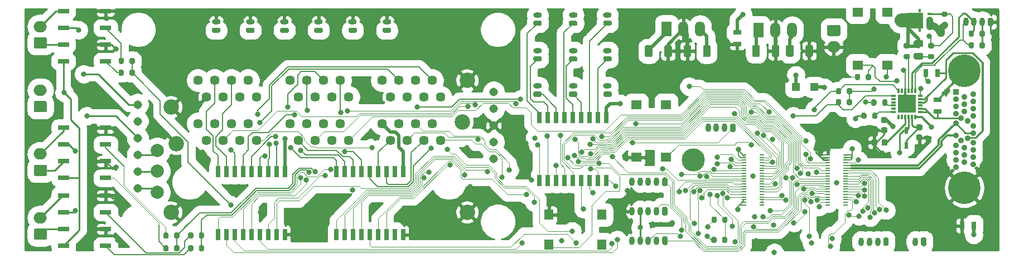
<source format=gbr>
%TF.GenerationSoftware,KiCad,Pcbnew,(5.1.9)-1*%
%TF.CreationDate,2021-05-21T14:20:40+01:00*%
%TF.ProjectId,BreakoutV1.0_,42726561-6b6f-4757-9456-312e305f2e6b,rev?*%
%TF.SameCoordinates,Original*%
%TF.FileFunction,Copper,L1,Top*%
%TF.FilePolarity,Positive*%
%FSLAX46Y46*%
G04 Gerber Fmt 4.6, Leading zero omitted, Abs format (unit mm)*
G04 Created by KiCad (PCBNEW (5.1.9)-1) date 2021-05-21 14:20:40*
%MOMM*%
%LPD*%
G01*
G04 APERTURE LIST*
%TA.AperFunction,SMDPad,CuDef*%
%ADD10R,2.800000X2.800000*%
%TD*%
%TA.AperFunction,SMDPad,CuDef*%
%ADD11R,0.300000X0.800000*%
%TD*%
%TA.AperFunction,SMDPad,CuDef*%
%ADD12R,0.800000X0.300000*%
%TD*%
%TA.AperFunction,SMDPad,CuDef*%
%ADD13R,1.700000X0.650000*%
%TD*%
%TA.AperFunction,SMDPad,CuDef*%
%ADD14R,1.200000X1.200000*%
%TD*%
%TA.AperFunction,SMDPad,CuDef*%
%ADD15R,0.760000X1.270000*%
%TD*%
%TA.AperFunction,SMDPad,CuDef*%
%ADD16R,0.400000X0.530000*%
%TD*%
%TA.AperFunction,SMDPad,CuDef*%
%ADD17R,2.400000X2.450000*%
%TD*%
%TA.AperFunction,SMDPad,CuDef*%
%ADD18R,0.750000X0.400000*%
%TD*%
%TA.AperFunction,ComponentPad*%
%ADD19C,2.355000*%
%TD*%
%TA.AperFunction,ComponentPad*%
%ADD20C,1.446000*%
%TD*%
%TA.AperFunction,SMDPad,CuDef*%
%ADD21R,1.270000X0.760000*%
%TD*%
%TA.AperFunction,SMDPad,CuDef*%
%ADD22R,0.500000X1.050000*%
%TD*%
%TA.AperFunction,ComponentPad*%
%ADD23O,0.800000X1.300000*%
%TD*%
%TA.AperFunction,ComponentPad*%
%ADD24O,1.500000X2.300000*%
%TD*%
%TA.AperFunction,ComponentPad*%
%ADD25R,1.500000X2.300000*%
%TD*%
%TA.AperFunction,SMDPad,CuDef*%
%ADD26R,0.660000X0.230000*%
%TD*%
%TA.AperFunction,ComponentPad*%
%ADD27O,2.000000X1.700000*%
%TD*%
%TA.AperFunction,ComponentPad*%
%ADD28O,1.300000X0.800000*%
%TD*%
%TA.AperFunction,ComponentPad*%
%ADD29C,3.500120*%
%TD*%
%TA.AperFunction,ComponentPad*%
%ADD30C,1.310000*%
%TD*%
%TA.AperFunction,SMDPad,CuDef*%
%ADD31R,1.600000X1.400000*%
%TD*%
%TA.AperFunction,SMDPad,CuDef*%
%ADD32R,1.400000X1.600000*%
%TD*%
%TA.AperFunction,ComponentPad*%
%ADD33C,4.957000*%
%TD*%
%TA.AperFunction,ComponentPad*%
%ADD34C,0.900000*%
%TD*%
%TA.AperFunction,ComponentPad*%
%ADD35R,0.900000X0.900000*%
%TD*%
%TA.AperFunction,ComponentPad*%
%ADD36C,1.998980*%
%TD*%
%TA.AperFunction,SMDPad,CuDef*%
%ADD37R,0.650000X1.800000*%
%TD*%
%TA.AperFunction,ViaPad*%
%ADD38C,0.800000*%
%TD*%
%TA.AperFunction,Conductor*%
%ADD39C,0.200000*%
%TD*%
%TA.AperFunction,Conductor*%
%ADD40C,0.270000*%
%TD*%
%TA.AperFunction,Conductor*%
%ADD41C,0.125000*%
%TD*%
%TA.AperFunction,Conductor*%
%ADD42C,0.250000*%
%TD*%
%TA.AperFunction,Conductor*%
%ADD43C,0.500000*%
%TD*%
%TA.AperFunction,Conductor*%
%ADD44C,0.300000*%
%TD*%
%TA.AperFunction,Conductor*%
%ADD45C,0.225000*%
%TD*%
%TA.AperFunction,Conductor*%
%ADD46C,2.000000*%
%TD*%
%TA.AperFunction,Conductor*%
%ADD47C,0.150000*%
%TD*%
%TA.AperFunction,Conductor*%
%ADD48C,1.000000*%
%TD*%
%TA.AperFunction,Conductor*%
%ADD49C,0.310000*%
%TD*%
%TA.AperFunction,Conductor*%
%ADD50C,0.254000*%
%TD*%
%TA.AperFunction,Conductor*%
%ADD51C,0.100000*%
%TD*%
G04 APERTURE END LIST*
D10*
%TO.P,IC4,25*%
%TO.N,GND*%
X182255160Y-31135320D03*
D11*
%TO.P,IC4,24*%
%TO.N,VBUS*%
X183505160Y-33135320D03*
%TO.P,IC4,23*%
%TO.N,Net-(C4-Pad2)*%
X183005160Y-33135320D03*
%TO.P,IC4,22*%
%TO.N,VDD*%
X182505160Y-33135320D03*
%TO.P,IC4,21*%
%TO.N,Net-(C3-Pad2)*%
X182005160Y-33135320D03*
%TO.P,IC4,20*%
%TO.N,PDO2*%
X181505160Y-33135320D03*
%TO.P,IC4,19*%
%TO.N,Alert*%
X181005160Y-33135320D03*
D12*
%TO.P,IC4,18*%
%TO.N,Net-(IC4-Pad18)*%
X180255160Y-32385320D03*
%TO.P,IC4,17*%
%TO.N,Net-(IC4-Pad17)*%
X180255160Y-31885320D03*
%TO.P,IC4,16*%
%TO.N,Net-(IC4-Pad16)*%
X180255160Y-31385320D03*
%TO.P,IC4,15*%
%TO.N,GPIO*%
X180255160Y-30885320D03*
%TO.P,IC4,14*%
%TO.N,PDO3*%
X180255160Y-30385320D03*
%TO.P,IC4,13*%
%TO.N,ADDR1*%
X180255160Y-29885320D03*
D11*
%TO.P,IC4,12*%
%TO.N,ADDR0*%
X181005160Y-29135320D03*
%TO.P,IC4,11*%
%TO.N,Net-(IC4-Pad11)*%
X181505160Y-29135320D03*
%TO.P,IC4,10*%
%TO.N,GND*%
X182005160Y-29135320D03*
%TO.P,IC4,9*%
%TO.N,Net-(IC4-Pad9)*%
X182505160Y-29135320D03*
%TO.P,IC4,8*%
%TO.N,U_SDA*%
X183005160Y-29135320D03*
%TO.P,IC4,7*%
%TO.N,U_SCL*%
X183505160Y-29135320D03*
D12*
%TO.P,IC4,6*%
%TO.N,Net-(IC4-Pad6)*%
X184255160Y-29885320D03*
%TO.P,IC4,5*%
%TO.N,CC2*%
X184255160Y-30385320D03*
%TO.P,IC4,4*%
X184255160Y-30885320D03*
%TO.P,IC4,3*%
%TO.N,Net-(IC4-Pad3)*%
X184255160Y-31385320D03*
%TO.P,IC4,2*%
%TO.N,CC1*%
X184255160Y-31885320D03*
%TO.P,IC4,1*%
X184255160Y-32385320D03*
%TD*%
D13*
%TO.P,K3,8*%
%TO.N,MULT+*%
X54204000Y-24653240D03*
%TO.P,K3,7*%
%TO.N,Net-(J28-Pad1)*%
X54204000Y-22113240D03*
%TO.P,K3,6*%
%TO.N,MULT-*%
X54204000Y-19573240D03*
%TO.P,K3,5*%
%TO.N,Net-(J28-Pad2)*%
X54204000Y-17033240D03*
%TO.P,K3,4*%
%TO.N,GND*%
X60604000Y-17033240D03*
%TO.P,K3,3*%
%TO.N,Net-(K3-Pad3)*%
X60604000Y-19573240D03*
%TO.P,K3,2*%
%TO.N,GND*%
X60604000Y-22113240D03*
%TO.P,K3,1*%
%TO.N,Net-(K3-Pad1)*%
X60604000Y-24653240D03*
%TD*%
D14*
%TO.P,D1,1*%
%TO.N,+4V8*%
X168186100Y-28575000D03*
%TO.P,D1,2*%
%TO.N,+5V*%
X165386100Y-28575000D03*
%TD*%
D15*
%TO.P,D4,2*%
%TO.N,CC2*%
X186945000Y-26416000D03*
%TO.P,D4,1*%
%TO.N,GND*%
X185165000Y-26416000D03*
%TD*%
D16*
%TO.P,Q1,7*%
%TO.N,N/C*%
X184204840Y-16955480D03*
%TO.P,Q1,6*%
X184204840Y-19935480D03*
D17*
%TO.P,Q1,5*%
%TO.N,VS*%
X183504840Y-18445480D03*
D18*
%TO.P,Q1,4*%
%TO.N,Net-(Q1-Pad4)*%
X185729840Y-17470480D03*
%TO.P,Q1,3*%
%TO.N,VBUS*%
X185729840Y-18120480D03*
%TO.P,Q1,2*%
X185729840Y-18770480D03*
%TO.P,Q1,1*%
X185729840Y-19420480D03*
%TD*%
D13*
%TO.P,K2,8*%
%TO.N,MULT+*%
X54229400Y-42392600D03*
%TO.P,K2,7*%
%TO.N,Net-(J26-Pad1)*%
X54229400Y-39852600D03*
%TO.P,K2,6*%
%TO.N,MULT-*%
X54229400Y-37312600D03*
%TO.P,K2,5*%
%TO.N,Net-(J26-Pad2)*%
X54229400Y-34772600D03*
%TO.P,K2,4*%
%TO.N,GND*%
X60629400Y-34772600D03*
%TO.P,K2,3*%
%TO.N,Net-(K2-Pad3)*%
X60629400Y-37312600D03*
%TO.P,K2,2*%
%TO.N,GND*%
X60629400Y-39852600D03*
%TO.P,K2,1*%
%TO.N,Net-(K2-Pad1)*%
X60629400Y-42392600D03*
%TD*%
%TO.P,K1,8*%
%TO.N,MULT+*%
X54229400Y-52679600D03*
%TO.P,K1,7*%
%TO.N,Net-(J25-Pad1)*%
X54229400Y-50139600D03*
%TO.P,K1,6*%
%TO.N,MULT-*%
X54229400Y-47599600D03*
%TO.P,K1,5*%
%TO.N,Net-(J25-Pad2)*%
X54229400Y-45059600D03*
%TO.P,K1,4*%
%TO.N,GND*%
X60629400Y-45059600D03*
%TO.P,K1,3*%
%TO.N,Net-(K1-Pad3)*%
X60629400Y-47599600D03*
%TO.P,K1,2*%
%TO.N,GND*%
X60629400Y-50139600D03*
%TO.P,K1,1*%
%TO.N,Net-(K1-Pad1)*%
X60629400Y-52679600D03*
%TD*%
D19*
%TO.P,J29,MH6*%
%TO.N,GND*%
X70562660Y-31589980D03*
%TO.P,J29,MH5*%
X71322660Y-37179980D03*
%TO.P,J29,MH4*%
X70562660Y-47589980D03*
%TO.P,J29,MH3*%
X115512660Y-47589980D03*
%TO.P,J29,MH2*%
X114752660Y-33879980D03*
%TO.P,J29,MH1*%
X115512660Y-27529980D03*
D20*
%TO.P,J29,B24*%
%TO.N,+12V*%
X111452660Y-30069980D03*
%TO.P,J29,B23*%
%TO.N,P3_POWB*%
X110182660Y-27529980D03*
%TO.P,J29,B22*%
%TO.N,+5V*%
X108912660Y-30069980D03*
%TO.P,J29,B21*%
%TO.N,DAC1*%
X107642660Y-27529980D03*
%TO.P,J29,B20*%
%TO.N,P3_DIO_B*%
X106372660Y-30069980D03*
%TO.P,J29,B19*%
%TO.N,P3_POWA*%
X105102660Y-27529980D03*
%TO.P,J29,B18*%
%TO.N,GND*%
X103832660Y-30069980D03*
%TO.P,J29,B17*%
%TO.N,P3_DIO_A*%
X102562660Y-27529980D03*
%TO.P,J29,B16*%
%TO.N,+12V*%
X97482660Y-30069980D03*
%TO.P,J29,B15*%
%TO.N,P2_POWB*%
X96212660Y-27529980D03*
%TO.P,J29,B14*%
%TO.N,+5V*%
X94942660Y-30069980D03*
%TO.P,J29,B13*%
%TO.N,P2_POWC*%
X93672660Y-27529980D03*
%TO.P,J29,B12*%
%TO.N,P2_DIO_B*%
X92402660Y-30069980D03*
%TO.P,J29,B11*%
%TO.N,P2_POWA*%
X91132660Y-27529980D03*
%TO.P,J29,B10*%
%TO.N,GND*%
X89862660Y-30069980D03*
%TO.P,J29,B9*%
%TO.N,P2_DIO_A*%
X88592660Y-27529980D03*
%TO.P,J29,B8*%
%TO.N,+12V*%
X83512660Y-30069980D03*
%TO.P,J29,B7*%
%TO.N,P1_POWB*%
X82242660Y-27529980D03*
%TO.P,J29,B6*%
%TO.N,+5V*%
X80972660Y-30069980D03*
%TO.P,J29,B5*%
%TO.N,P1_POWC*%
X79702660Y-27529980D03*
%TO.P,J29,B4*%
%TO.N,P1_DIO_B*%
X78432660Y-30069980D03*
%TO.P,J29,B3*%
%TO.N,P1_POWA*%
X77162660Y-27529980D03*
%TO.P,J29,B2*%
%TO.N,GND*%
X75892660Y-30069980D03*
%TO.P,J29,B1*%
%TO.N,P1_DIO_A*%
X74622660Y-27529980D03*
%TO.P,J29,A24*%
%TO.N,+12V*%
X102562660Y-34129980D03*
%TO.P,J29,A23*%
%TO.N,P6_POWB*%
X103832660Y-36669980D03*
%TO.P,J29,A22*%
%TO.N,+5V*%
X105102660Y-34129980D03*
%TO.P,J29,A21*%
%TO.N,BNC2*%
X106372660Y-36669980D03*
%TO.P,J29,A20*%
%TO.N,P6_DIO_B*%
X107642660Y-34129980D03*
%TO.P,J29,A19*%
%TO.N,P6_POWA*%
X108912660Y-36669980D03*
%TO.P,J29,A18*%
%TO.N,GND*%
X110182660Y-34129980D03*
%TO.P,J29,A17*%
%TO.N,P6_DIO_A*%
X111452660Y-36669980D03*
%TO.P,J29,A16*%
%TO.N,+12V*%
X88592660Y-34129980D03*
%TO.P,J29,A15*%
%TO.N,P5_POWB*%
X89862660Y-36669980D03*
%TO.P,J29,A14*%
%TO.N,+5V*%
X91132660Y-34129980D03*
%TO.P,J29,A13*%
%TO.N,BNC1*%
X92402660Y-36669980D03*
%TO.P,J29,A12*%
%TO.N,P5_DIO_B*%
X93672660Y-34129980D03*
%TO.P,J29,A11*%
%TO.N,P5_POWA*%
X94942660Y-36669980D03*
%TO.P,J29,A10*%
%TO.N,GND*%
X96212660Y-34129980D03*
%TO.P,J29,A9*%
%TO.N,P5_DIO_A*%
X97482660Y-36669980D03*
%TO.P,J29,A8*%
%TO.N,+12V*%
X74622660Y-34129980D03*
%TO.P,J29,A7*%
%TO.N,P4_POWB*%
X75892660Y-36669980D03*
%TO.P,J29,A6*%
%TO.N,+5V*%
X77162660Y-34129980D03*
%TO.P,J29,A5*%
%TO.N,DAC2*%
X78432660Y-36669980D03*
%TO.P,J29,A4*%
%TO.N,P4_DIO_B*%
X79702660Y-34129980D03*
%TO.P,J29,A3*%
%TO.N,P4_POWA*%
X80972660Y-36669980D03*
%TO.P,J29,A2*%
%TO.N,GND*%
X82242660Y-34129980D03*
%TO.P,J29,A1*%
%TO.N,P4_DIO_A*%
X83512660Y-36669980D03*
%TD*%
D15*
%TO.P,D6,2*%
%TO.N,VBUS*%
X192416160Y-49641760D03*
%TO.P,D6,1*%
%TO.N,GND*%
X190636160Y-49641760D03*
%TD*%
D21*
%TO.P,D5,1*%
%TO.N,GND*%
X186944000Y-30484080D03*
%TO.P,D5,2*%
%TO.N,CC1*%
X186944000Y-32264080D03*
%TD*%
%TO.P,D3,2*%
%TO.N,VS*%
X156514800Y-20293600D03*
%TO.P,D3,1*%
%TO.N,GND*%
X156514800Y-22073600D03*
%TD*%
D22*
%TO.P,D2,2*%
%TO.N,Net-(C4-Pad2)*%
X182168800Y-37460000D03*
%TO.P,D2,1*%
%TO.N,VDD*%
X182168800Y-35184000D03*
%TD*%
D23*
%TO.P,J5,2*%
%TO.N,I2C_SDA*%
X183560400Y-52082700D03*
%TO.P,J5,1*%
%TO.N,I2C_SCL*%
%TA.AperFunction,ComponentPad*%
G36*
G01*
X185210400Y-51632700D02*
X185210400Y-52532700D01*
G75*
G02*
X185010400Y-52732700I-200000J0D01*
G01*
X184610400Y-52732700D01*
G75*
G02*
X184410400Y-52532700I0J200000D01*
G01*
X184410400Y-51632700D01*
G75*
G02*
X184610400Y-51432700I200000J0D01*
G01*
X185010400Y-51432700D01*
G75*
G02*
X185210400Y-51632700I0J-200000D01*
G01*
G37*
%TD.AperFunction*%
%TD*%
D24*
%TO.P,U2,3*%
%TO.N,+12V*%
X150855680Y-19781520D03*
%TO.P,U2,2*%
%TO.N,GND*%
X148315680Y-19781520D03*
D25*
%TO.P,U2,1*%
%TO.N,VS*%
X145775680Y-19781520D03*
%TD*%
D26*
%TO.P,U3,70*%
%TO.N,D-*%
X172970100Y-40884700D03*
%TO.P,U3,71*%
%TO.N,I2_POWA_C*%
X170260100Y-40484700D03*
%TO.P,U3,73*%
%TO.N,I2_CON_C*%
X170260100Y-40084700D03*
%TO.P,U3,74*%
%TO.N,P1_POWA_C*%
X172970100Y-40084700D03*
%TO.P,U3,75*%
%TO.N,GND*%
X170260100Y-39684700D03*
%TO.P,U3,76*%
%TO.N,+4V8*%
X172970100Y-39684700D03*
%TO.P,U3,77*%
%TO.N,GND*%
X170260100Y-39284700D03*
%TO.P,U3,78*%
%TO.N,+4V8*%
X172970100Y-39284700D03*
%TO.P,U3,79*%
%TO.N,GND*%
X170260100Y-38884700D03*
%TO.P,U3,54*%
%TO.N,RFID_TX*%
X172970100Y-44084700D03*
%TO.P,U3,55*%
%TO.N,P4_DIO_B*%
X170260100Y-43684700D03*
%TO.P,U3,56*%
%TO.N,P5_DIO_B*%
X172970100Y-43684700D03*
%TO.P,U3,57*%
%TO.N,SPI_MOSI*%
X170260100Y-43284700D03*
%TO.P,U3,58*%
%TO.N,P3_POWA_C*%
X172970100Y-43284700D03*
%TO.P,U3,59*%
%TO.N,P4_DIO_A*%
X170260100Y-42884700D03*
%TO.P,U3,60*%
%TO.N,P2_POWC_C*%
X172970100Y-42884700D03*
%TO.P,U3,61*%
%TO.N,I1_POWB_C*%
X170260100Y-42484700D03*
%TO.P,U3,62*%
%TO.N,P2_POWB_C*%
X172970100Y-42484700D03*
%TO.P,U3,63*%
%TO.N,I3_DIO_A*%
X170260100Y-42084700D03*
%TO.P,U3,64*%
%TO.N,P2_POWA_C*%
X172970100Y-42084700D03*
%TO.P,U3,65*%
%TO.N,P3_POWB_C*%
X170260100Y-41684700D03*
%TO.P,U3,66*%
%TO.N,P1_POWC_C*%
X172970100Y-41684700D03*
%TO.P,U3,67*%
%TO.N,Net-(S1-Pad3)*%
X170260100Y-41284700D03*
%TO.P,U3,72*%
%TO.N,D+*%
X172970100Y-40484700D03*
%TO.P,U3,68*%
%TO.N,P1_POWB_C*%
X172970100Y-41284700D03*
%TO.P,U3,69*%
%TO.N,Net-(U3-Pad69)*%
X170260100Y-40884700D03*
%TO.P,U3,41*%
%TO.N,Net-(U3-Pad41)*%
X170260100Y-46484700D03*
%TO.P,U3,42*%
%TO.N,Net-(U3-Pad42)*%
X172970100Y-46484700D03*
%TO.P,U3,43*%
%TO.N,P5_DIO_A*%
X170260100Y-46084700D03*
%TO.P,U3,44*%
%TO.N,Net-(U3-Pad44)*%
X172970100Y-46084700D03*
%TO.P,U3,45*%
%TO.N,SPI_SS*%
X170260100Y-45684700D03*
%TO.P,U3,46*%
%TO.N,I1_CON_C*%
X172970100Y-45684700D03*
%TO.P,U3,47*%
%TO.N,I1_DIO_A*%
X170260100Y-45284700D03*
%TO.P,U3,48*%
%TO.N,Net-(S2-Pad3)*%
X172970100Y-45284700D03*
%TO.P,U3,49*%
%TO.N,SPI_CLK*%
X170260100Y-44884700D03*
%TO.P,U3,50*%
%TO.N,I2_POWB_C*%
X172970100Y-44884700D03*
%TO.P,U3,51*%
%TO.N,I2_DIO_B*%
X170260100Y-44484700D03*
%TO.P,U3,52*%
%TO.N,RFID_RX*%
X172970100Y-44484700D03*
%TO.P,U3,53*%
%TO.N,SPI_MISO*%
X170260100Y-44084700D03*
%TO.P,U3,80*%
%TO.N,+4V8*%
X172970100Y-38884700D03*
%TO.P,U3,1*%
%TO.N,Net-(U3-Pad1)*%
X160270100Y-38884700D03*
%TO.P,U3,2*%
%TO.N,+3V3*%
X157560100Y-38884700D03*
%TO.P,U3,3*%
%TO.N,P4_POWA_C*%
X160270100Y-39284700D03*
%TO.P,U3,4*%
%TO.N,+3V3*%
X157560100Y-39284700D03*
%TO.P,U3,5*%
%TO.N,P4_POWB_C*%
X160270100Y-39684700D03*
%TO.P,U3,6*%
%TO.N,DAC2*%
X157560100Y-39684700D03*
%TO.P,U3,7*%
%TO.N,DAC1*%
X160270100Y-40084700D03*
%TO.P,U3,8*%
%TO.N,I2C_SDA*%
X157560100Y-40084700D03*
%TO.P,U3,9*%
%TO.N,P5_POWB_C*%
X160270100Y-40484700D03*
%TO.P,U3,14*%
%TO.N,BNC2*%
X157560100Y-41284700D03*
%TO.P,U3,15*%
%TO.N,P1_DIO_A*%
X160270100Y-41684700D03*
%TO.P,U3,16*%
%TO.N,P6_DIO_A*%
X157560100Y-41684700D03*
%TO.P,U3,17*%
%TO.N,P2_DIO_B*%
X160270100Y-42084700D03*
%TO.P,U3,18*%
%TO.N,I1_DIO_C*%
X157560100Y-42084700D03*
%TO.P,U3,19*%
%TO.N,P2_DIO_A*%
X160270100Y-42484700D03*
%TO.P,U3,20*%
%TO.N,I3_DIO_C*%
X157560100Y-42484700D03*
%TO.P,U3,21*%
%TO.N,Net-(U3-Pad21)*%
X160270100Y-42884700D03*
%TO.P,U3,22*%
%TO.N,P6_DIO_B*%
X157560100Y-42884700D03*
%TO.P,U3,23*%
%TO.N,P6_POWA_C*%
X160270100Y-43284700D03*
%TO.P,U3,24*%
%TO.N,I2_DIO_A*%
X157560100Y-43284700D03*
%TO.P,U3,25*%
%TO.N,I3_CON_C*%
X160270100Y-43684700D03*
%TO.P,U3,26*%
%TO.N,I1_DIO_B*%
X157560100Y-43684700D03*
%TO.P,U3,27*%
%TO.N,I3_POWB_C*%
X160270100Y-44084700D03*
%TO.P,U3,28*%
%TO.N,I3_DIO_B*%
X157560100Y-44084700D03*
%TO.P,U3,29*%
%TO.N,I1_POWA_C*%
X160270100Y-44484700D03*
%TO.P,U3,30*%
%TO.N,I3_POWA_C*%
X157560100Y-44484700D03*
%TO.P,U3,31*%
%TO.N,Net-(U3-Pad31)*%
X160270100Y-44884700D03*
%TO.P,U3,32*%
%TO.N,P5_POWA_C*%
X157560100Y-44884700D03*
%TO.P,U3,33*%
%TO.N,I2_DIO_C*%
X160270100Y-45284700D03*
%TO.P,U3,34*%
%TO.N,P6_POWB_C*%
X157560100Y-45284700D03*
%TO.P,U3,35*%
%TO.N,GND*%
X160270100Y-45684700D03*
%TO.P,U3,36*%
%TO.N,+4V8*%
X157560100Y-45684700D03*
%TO.P,U3,37*%
%TO.N,GND*%
X160270100Y-46084700D03*
%TO.P,U3,38*%
%TO.N,+4V8*%
X157560100Y-46084700D03*
%TO.P,U3,39*%
%TO.N,GND*%
X160270100Y-46484700D03*
%TO.P,U3,40*%
%TO.N,+4V8*%
X157560100Y-46484700D03*
%TO.P,U3,10*%
%TO.N,BNC1*%
X157560100Y-40484700D03*
%TO.P,U3,11*%
%TO.N,P1_DIO_B*%
X160270100Y-40884700D03*
%TO.P,U3,12*%
%TO.N,I2C_SCL*%
X157560100Y-40884700D03*
%TO.P,U3,13*%
%TO.N,Net-(U3-Pad13)*%
X160270100Y-41284700D03*
%TD*%
%TO.P,R12,2*%
%TO.N,VDD*%
%TA.AperFunction,SMDPad,CuDef*%
G36*
G01*
X193275000Y-22500000D02*
X193275000Y-21950000D01*
G75*
G02*
X193475000Y-21750000I200000J0D01*
G01*
X193875000Y-21750000D01*
G75*
G02*
X194075000Y-21950000I0J-200000D01*
G01*
X194075000Y-22500000D01*
G75*
G02*
X193875000Y-22700000I-200000J0D01*
G01*
X193475000Y-22700000D01*
G75*
G02*
X193275000Y-22500000I0J200000D01*
G01*
G37*
%TD.AperFunction*%
%TO.P,R12,1*%
%TO.N,U_SCL*%
%TA.AperFunction,SMDPad,CuDef*%
G36*
G01*
X191625000Y-22500000D02*
X191625000Y-21950000D01*
G75*
G02*
X191825000Y-21750000I200000J0D01*
G01*
X192225000Y-21750000D01*
G75*
G02*
X192425000Y-21950000I0J-200000D01*
G01*
X192425000Y-22500000D01*
G75*
G02*
X192225000Y-22700000I-200000J0D01*
G01*
X191825000Y-22700000D01*
G75*
G02*
X191625000Y-22500000I0J200000D01*
G01*
G37*
%TD.AperFunction*%
%TD*%
%TO.P,R11,2*%
%TO.N,VDD*%
%TA.AperFunction,SMDPad,CuDef*%
G36*
G01*
X193275000Y-20722000D02*
X193275000Y-20172000D01*
G75*
G02*
X193475000Y-19972000I200000J0D01*
G01*
X193875000Y-19972000D01*
G75*
G02*
X194075000Y-20172000I0J-200000D01*
G01*
X194075000Y-20722000D01*
G75*
G02*
X193875000Y-20922000I-200000J0D01*
G01*
X193475000Y-20922000D01*
G75*
G02*
X193275000Y-20722000I0J200000D01*
G01*
G37*
%TD.AperFunction*%
%TO.P,R11,1*%
%TO.N,U_SDA*%
%TA.AperFunction,SMDPad,CuDef*%
G36*
G01*
X191625000Y-20722000D02*
X191625000Y-20172000D01*
G75*
G02*
X191825000Y-19972000I200000J0D01*
G01*
X192225000Y-19972000D01*
G75*
G02*
X192425000Y-20172000I0J-200000D01*
G01*
X192425000Y-20722000D01*
G75*
G02*
X192225000Y-20922000I-200000J0D01*
G01*
X191825000Y-20922000D01*
G75*
G02*
X191625000Y-20722000I0J200000D01*
G01*
G37*
%TD.AperFunction*%
%TD*%
%TO.P,C5,2*%
%TO.N,GND*%
%TA.AperFunction,SMDPad,CuDef*%
G36*
G01*
X145426000Y-23764001D02*
X145426000Y-22463999D01*
G75*
G02*
X145675999Y-22214000I249999J0D01*
G01*
X146326001Y-22214000D01*
G75*
G02*
X146576000Y-22463999I0J-249999D01*
G01*
X146576000Y-23764001D01*
G75*
G02*
X146326001Y-24014000I-249999J0D01*
G01*
X145675999Y-24014000D01*
G75*
G02*
X145426000Y-23764001I0J249999D01*
G01*
G37*
%TD.AperFunction*%
%TO.P,C5,1*%
%TO.N,VS*%
%TA.AperFunction,SMDPad,CuDef*%
G36*
G01*
X142476000Y-23764001D02*
X142476000Y-22463999D01*
G75*
G02*
X142725999Y-22214000I249999J0D01*
G01*
X143376001Y-22214000D01*
G75*
G02*
X143626000Y-22463999I0J-249999D01*
G01*
X143626000Y-23764001D01*
G75*
G02*
X143376001Y-24014000I-249999J0D01*
G01*
X142725999Y-24014000D01*
G75*
G02*
X142476000Y-23764001I0J249999D01*
G01*
G37*
%TD.AperFunction*%
%TD*%
D27*
%TO.P,J24,2*%
%TO.N,GND*%
X171145200Y-22464400D03*
%TO.P,J24,1*%
%TO.N,VS*%
%TA.AperFunction,ComponentPad*%
G36*
G01*
X170395200Y-19114400D02*
X171895200Y-19114400D01*
G75*
G02*
X172145200Y-19364400I0J-250000D01*
G01*
X172145200Y-20564400D01*
G75*
G02*
X171895200Y-20814400I-250000J0D01*
G01*
X170395200Y-20814400D01*
G75*
G02*
X170145200Y-20564400I0J250000D01*
G01*
X170145200Y-19364400D01*
G75*
G02*
X170395200Y-19114400I250000J0D01*
G01*
G37*
%TD.AperFunction*%
%TD*%
%TO.P,C6,2*%
%TO.N,GND*%
%TA.AperFunction,SMDPad,CuDef*%
G36*
G01*
X149517000Y-22463999D02*
X149517000Y-23764001D01*
G75*
G02*
X149267001Y-24014000I-249999J0D01*
G01*
X148616999Y-24014000D01*
G75*
G02*
X148367000Y-23764001I0J249999D01*
G01*
X148367000Y-22463999D01*
G75*
G02*
X148616999Y-22214000I249999J0D01*
G01*
X149267001Y-22214000D01*
G75*
G02*
X149517000Y-22463999I0J-249999D01*
G01*
G37*
%TD.AperFunction*%
%TO.P,C6,1*%
%TO.N,+12V*%
%TA.AperFunction,SMDPad,CuDef*%
G36*
G01*
X152467000Y-22463999D02*
X152467000Y-23764001D01*
G75*
G02*
X152217001Y-24014000I-249999J0D01*
G01*
X151566999Y-24014000D01*
G75*
G02*
X151317000Y-23764001I0J249999D01*
G01*
X151317000Y-22463999D01*
G75*
G02*
X151566999Y-22214000I249999J0D01*
G01*
X152217001Y-22214000D01*
G75*
G02*
X152467000Y-22463999I0J-249999D01*
G01*
G37*
%TD.AperFunction*%
%TD*%
%TO.P,C7,2*%
%TO.N,GND*%
%TA.AperFunction,SMDPad,CuDef*%
G36*
G01*
X161745200Y-23738601D02*
X161745200Y-22438599D01*
G75*
G02*
X161995199Y-22188600I249999J0D01*
G01*
X162645201Y-22188600D01*
G75*
G02*
X162895200Y-22438599I0J-249999D01*
G01*
X162895200Y-23738601D01*
G75*
G02*
X162645201Y-23988600I-249999J0D01*
G01*
X161995199Y-23988600D01*
G75*
G02*
X161745200Y-23738601I0J249999D01*
G01*
G37*
%TD.AperFunction*%
%TO.P,C7,1*%
%TO.N,VS*%
%TA.AperFunction,SMDPad,CuDef*%
G36*
G01*
X158795200Y-23738601D02*
X158795200Y-22438599D01*
G75*
G02*
X159045199Y-22188600I249999J0D01*
G01*
X159695201Y-22188600D01*
G75*
G02*
X159945200Y-22438599I0J-249999D01*
G01*
X159945200Y-23738601D01*
G75*
G02*
X159695201Y-23988600I-249999J0D01*
G01*
X159045199Y-23988600D01*
G75*
G02*
X158795200Y-23738601I0J249999D01*
G01*
G37*
%TD.AperFunction*%
%TD*%
%TO.P,C8,2*%
%TO.N,GND*%
%TA.AperFunction,SMDPad,CuDef*%
G36*
G01*
X166865400Y-23713201D02*
X166865400Y-22413199D01*
G75*
G02*
X167115399Y-22163200I249999J0D01*
G01*
X167765401Y-22163200D01*
G75*
G02*
X168015400Y-22413199I0J-249999D01*
G01*
X168015400Y-23713201D01*
G75*
G02*
X167765401Y-23963200I-249999J0D01*
G01*
X167115399Y-23963200D01*
G75*
G02*
X166865400Y-23713201I0J249999D01*
G01*
G37*
%TD.AperFunction*%
%TO.P,C8,1*%
%TO.N,+5V*%
%TA.AperFunction,SMDPad,CuDef*%
G36*
G01*
X163915400Y-23713201D02*
X163915400Y-22413199D01*
G75*
G02*
X164165399Y-22163200I249999J0D01*
G01*
X164815401Y-22163200D01*
G75*
G02*
X165065400Y-22413199I0J-249999D01*
G01*
X165065400Y-23713201D01*
G75*
G02*
X164815401Y-23963200I-249999J0D01*
G01*
X164165399Y-23963200D01*
G75*
G02*
X163915400Y-23713201I0J249999D01*
G01*
G37*
%TD.AperFunction*%
%TD*%
%TO.P,C1,2*%
%TO.N,VS*%
%TA.AperFunction,SMDPad,CuDef*%
G36*
G01*
X184498000Y-22473500D02*
X183548000Y-22473500D01*
G75*
G02*
X183298000Y-22223500I0J250000D01*
G01*
X183298000Y-21723500D01*
G75*
G02*
X183548000Y-21473500I250000J0D01*
G01*
X184498000Y-21473500D01*
G75*
G02*
X184748000Y-21723500I0J-250000D01*
G01*
X184748000Y-22223500D01*
G75*
G02*
X184498000Y-22473500I-250000J0D01*
G01*
G37*
%TD.AperFunction*%
%TO.P,C1,1*%
%TO.N,Net-(C1-Pad1)*%
%TA.AperFunction,SMDPad,CuDef*%
G36*
G01*
X184498000Y-24373500D02*
X183548000Y-24373500D01*
G75*
G02*
X183298000Y-24123500I0J250000D01*
G01*
X183298000Y-23623500D01*
G75*
G02*
X183548000Y-23373500I250000J0D01*
G01*
X184498000Y-23373500D01*
G75*
G02*
X184748000Y-23623500I0J-250000D01*
G01*
X184748000Y-24123500D01*
G75*
G02*
X184498000Y-24373500I-250000J0D01*
G01*
G37*
%TD.AperFunction*%
%TD*%
D28*
%TO.P,J20,2*%
%TO.N,GND*%
X77406500Y-18689000D03*
%TO.P,J20,1*%
%TO.N,+5V*%
%TA.AperFunction,ComponentPad*%
G36*
G01*
X77856500Y-20339000D02*
X76956500Y-20339000D01*
G75*
G02*
X76756500Y-20139000I0J200000D01*
G01*
X76756500Y-19739000D01*
G75*
G02*
X76956500Y-19539000I200000J0D01*
G01*
X77856500Y-19539000D01*
G75*
G02*
X78056500Y-19739000I0J-200000D01*
G01*
X78056500Y-20139000D01*
G75*
G02*
X77856500Y-20339000I-200000J0D01*
G01*
G37*
%TD.AperFunction*%
%TD*%
%TO.P,J16,2*%
%TO.N,GND*%
X98132900Y-18689000D03*
%TO.P,J16,1*%
%TO.N,+12V*%
%TA.AperFunction,ComponentPad*%
G36*
G01*
X98582900Y-20339000D02*
X97682900Y-20339000D01*
G75*
G02*
X97482900Y-20139000I0J200000D01*
G01*
X97482900Y-19739000D01*
G75*
G02*
X97682900Y-19539000I200000J0D01*
G01*
X98582900Y-19539000D01*
G75*
G02*
X98782900Y-19739000I0J-200000D01*
G01*
X98782900Y-20139000D01*
G75*
G02*
X98582900Y-20339000I-200000J0D01*
G01*
G37*
%TD.AperFunction*%
%TD*%
%TO.P,J15,2*%
%TO.N,GND*%
X103314500Y-18689000D03*
%TO.P,J15,1*%
%TO.N,+12V*%
%TA.AperFunction,ComponentPad*%
G36*
G01*
X103764500Y-20339000D02*
X102864500Y-20339000D01*
G75*
G02*
X102664500Y-20139000I0J200000D01*
G01*
X102664500Y-19739000D01*
G75*
G02*
X102864500Y-19539000I200000J0D01*
G01*
X103764500Y-19539000D01*
G75*
G02*
X103964500Y-19739000I0J-200000D01*
G01*
X103964500Y-20139000D01*
G75*
G02*
X103764500Y-20339000I-200000J0D01*
G01*
G37*
%TD.AperFunction*%
%TD*%
D29*
%TO.P,H1,1*%
%TO.N,GND*%
X149860000Y-39624000D03*
%TD*%
D30*
%TO.P,J31/32,5*%
%TO.N,Net-(J31/32-Pad5)*%
X119537480Y-36972240D03*
%TO.P,J31/32,2*%
%TO.N,RFID_RX*%
X119537480Y-29352240D03*
%TO.P,J31/32,6*%
%TO.N,+12V*%
X119537480Y-39512240D03*
%TO.P,J31/32,4*%
%TO.N,GND*%
X119537480Y-34432240D03*
%TO.P,J31/32,3*%
%TO.N,RFID_TX*%
X119537480Y-31892240D03*
%TO.P,J31/32,12*%
%TO.N,VR*%
X65477480Y-43922240D03*
%TO.P,J31/32,11*%
%TO.N,VC*%
X65477480Y-41382240D03*
%TO.P,J31/32,10*%
%TO.N,CT*%
X65477480Y-38842240D03*
%TO.P,J31/32,9*%
%TO.N,ANT-*%
X65477480Y-36302240D03*
%TO.P,J31/32,8*%
%TO.N,AR*%
X65477480Y-33762240D03*
%TO.P,J31/32,7*%
%TO.N,ANT+*%
X65477480Y-31222240D03*
%TD*%
%TO.P,J27,1*%
%TO.N,Net-(J27-Pad1)*%
%TA.AperFunction,ComponentPad*%
G36*
G01*
X51473800Y-32405266D02*
X49973800Y-32405266D01*
G75*
G02*
X49723800Y-32155266I0J250000D01*
G01*
X49723800Y-30955266D01*
G75*
G02*
X49973800Y-30705266I250000J0D01*
G01*
X51473800Y-30705266D01*
G75*
G02*
X51723800Y-30955266I0J-250000D01*
G01*
X51723800Y-32155266D01*
G75*
G02*
X51473800Y-32405266I-250000J0D01*
G01*
G37*
%TD.AperFunction*%
D27*
%TO.P,J27,2*%
%TO.N,Net-(J27-Pad2)*%
X50723800Y-29055266D03*
%TD*%
%TO.P,J26,1*%
%TO.N,Net-(J26-Pad1)*%
%TA.AperFunction,ComponentPad*%
G36*
G01*
X51473800Y-42091132D02*
X49973800Y-42091132D01*
G75*
G02*
X49723800Y-41841132I0J250000D01*
G01*
X49723800Y-40641132D01*
G75*
G02*
X49973800Y-40391132I250000J0D01*
G01*
X51473800Y-40391132D01*
G75*
G02*
X51723800Y-40641132I0J-250000D01*
G01*
X51723800Y-41841132D01*
G75*
G02*
X51473800Y-42091132I-250000J0D01*
G01*
G37*
%TD.AperFunction*%
%TO.P,J26,2*%
%TO.N,Net-(J26-Pad2)*%
X50723800Y-38741132D03*
%TD*%
D23*
%TO.P,J4,4*%
%TO.N,BNC2*%
X152094240Y-34757360D03*
%TO.P,J4,3*%
%TO.N,BNC1*%
X153344240Y-34757360D03*
%TO.P,J4,2*%
%TO.N,DAC2*%
X154594240Y-34757360D03*
%TO.P,J4,1*%
%TO.N,DAC1*%
%TA.AperFunction,ComponentPad*%
G36*
G01*
X156244240Y-34307360D02*
X156244240Y-35207360D01*
G75*
G02*
X156044240Y-35407360I-200000J0D01*
G01*
X155644240Y-35407360D01*
G75*
G02*
X155444240Y-35207360I0J200000D01*
G01*
X155444240Y-34307360D01*
G75*
G02*
X155644240Y-34107360I200000J0D01*
G01*
X156044240Y-34107360D01*
G75*
G02*
X156244240Y-34307360I0J-200000D01*
G01*
G37*
%TD.AperFunction*%
%TD*%
D24*
%TO.P,U1,3*%
%TO.N,+5V*%
X164825680Y-19928840D03*
%TO.P,U1,2*%
%TO.N,GND*%
X162285680Y-19928840D03*
D25*
%TO.P,U1,1*%
%TO.N,VS*%
X159745680Y-19928840D03*
%TD*%
D31*
%TO.P,S3,1*%
%TO.N,Net-(S3-Pad1)*%
X179282920Y-17229320D03*
%TO.P,S3,2*%
%TO.N,VDD*%
X179282920Y-25229320D03*
%TO.P,S3,3*%
%TO.N,Net-(S3-Pad3)*%
X174782920Y-17229320D03*
%TO.P,S3,4*%
%TO.N,Net-(IC4-Pad6)*%
X174782920Y-25229320D03*
%TD*%
%TO.P,S2,1*%
%TO.N,GND*%
X141219360Y-39234880D03*
%TO.P,S2,2*%
%TO.N,Net-(S2-Pad2)*%
X141219360Y-31234880D03*
%TO.P,S2,3*%
%TO.N,Net-(S2-Pad3)*%
X145719360Y-39234880D03*
%TO.P,S2,4*%
%TO.N,Net-(S2-Pad4)*%
X145719360Y-31234880D03*
%TD*%
D32*
%TO.P,S1,1*%
%TO.N,GND*%
X127942840Y-47975960D03*
%TO.P,S1,2*%
%TO.N,Net-(S1-Pad2)*%
X135942840Y-47975960D03*
%TO.P,S1,3*%
%TO.N,Net-(S1-Pad3)*%
X127942840Y-52475960D03*
%TO.P,S1,4*%
%TO.N,Net-(S1-Pad4)*%
X135942840Y-52475960D03*
%TD*%
%TO.P,R6,1*%
%TO.N,I3_MULT*%
%TA.AperFunction,SMDPad,CuDef*%
G36*
G01*
X65043000Y-24322360D02*
X65043000Y-24872360D01*
G75*
G02*
X64843000Y-25072360I-200000J0D01*
G01*
X64443000Y-25072360D01*
G75*
G02*
X64243000Y-24872360I0J200000D01*
G01*
X64243000Y-24322360D01*
G75*
G02*
X64443000Y-24122360I200000J0D01*
G01*
X64843000Y-24122360D01*
G75*
G02*
X65043000Y-24322360I0J-200000D01*
G01*
G37*
%TD.AperFunction*%
%TO.P,R6,2*%
%TO.N,Net-(K3-Pad3)*%
%TA.AperFunction,SMDPad,CuDef*%
G36*
G01*
X63393000Y-24322360D02*
X63393000Y-24872360D01*
G75*
G02*
X63193000Y-25072360I-200000J0D01*
G01*
X62793000Y-25072360D01*
G75*
G02*
X62593000Y-24872360I0J200000D01*
G01*
X62593000Y-24322360D01*
G75*
G02*
X62793000Y-24122360I200000J0D01*
G01*
X63193000Y-24122360D01*
G75*
G02*
X63393000Y-24322360I0J-200000D01*
G01*
G37*
%TD.AperFunction*%
%TD*%
%TO.P,R5,1*%
%TO.N,I3_MULT*%
%TA.AperFunction,SMDPad,CuDef*%
G36*
G01*
X65043000Y-26115600D02*
X65043000Y-26665600D01*
G75*
G02*
X64843000Y-26865600I-200000J0D01*
G01*
X64443000Y-26865600D01*
G75*
G02*
X64243000Y-26665600I0J200000D01*
G01*
X64243000Y-26115600D01*
G75*
G02*
X64443000Y-25915600I200000J0D01*
G01*
X64843000Y-25915600D01*
G75*
G02*
X65043000Y-26115600I0J-200000D01*
G01*
G37*
%TD.AperFunction*%
%TO.P,R5,2*%
%TO.N,Net-(K3-Pad1)*%
%TA.AperFunction,SMDPad,CuDef*%
G36*
G01*
X63393000Y-26115600D02*
X63393000Y-26665600D01*
G75*
G02*
X63193000Y-26865600I-200000J0D01*
G01*
X62793000Y-26865600D01*
G75*
G02*
X62593000Y-26665600I0J200000D01*
G01*
X62593000Y-26115600D01*
G75*
G02*
X62793000Y-25915600I200000J0D01*
G01*
X63193000Y-25915600D01*
G75*
G02*
X63393000Y-26115600I0J-200000D01*
G01*
G37*
%TD.AperFunction*%
%TD*%
%TO.P,R4,2*%
%TO.N,Net-(K1-Pad3)*%
%TA.AperFunction,SMDPad,CuDef*%
G36*
G01*
X73934000Y-50829800D02*
X73934000Y-51379800D01*
G75*
G02*
X73734000Y-51579800I-200000J0D01*
G01*
X73334000Y-51579800D01*
G75*
G02*
X73134000Y-51379800I0J200000D01*
G01*
X73134000Y-50829800D01*
G75*
G02*
X73334000Y-50629800I200000J0D01*
G01*
X73734000Y-50629800D01*
G75*
G02*
X73934000Y-50829800I0J-200000D01*
G01*
G37*
%TD.AperFunction*%
%TO.P,R4,1*%
%TO.N,I1_MULT*%
%TA.AperFunction,SMDPad,CuDef*%
G36*
G01*
X75584000Y-50829800D02*
X75584000Y-51379800D01*
G75*
G02*
X75384000Y-51579800I-200000J0D01*
G01*
X74984000Y-51579800D01*
G75*
G02*
X74784000Y-51379800I0J200000D01*
G01*
X74784000Y-50829800D01*
G75*
G02*
X74984000Y-50629800I200000J0D01*
G01*
X75384000Y-50629800D01*
G75*
G02*
X75584000Y-50829800I0J-200000D01*
G01*
G37*
%TD.AperFunction*%
%TD*%
%TO.P,R3,2*%
%TO.N,Net-(K1-Pad1)*%
%TA.AperFunction,SMDPad,CuDef*%
G36*
G01*
X73934000Y-52780520D02*
X73934000Y-53330520D01*
G75*
G02*
X73734000Y-53530520I-200000J0D01*
G01*
X73334000Y-53530520D01*
G75*
G02*
X73134000Y-53330520I0J200000D01*
G01*
X73134000Y-52780520D01*
G75*
G02*
X73334000Y-52580520I200000J0D01*
G01*
X73734000Y-52580520D01*
G75*
G02*
X73934000Y-52780520I0J-200000D01*
G01*
G37*
%TD.AperFunction*%
%TO.P,R3,1*%
%TO.N,I1_MULT*%
%TA.AperFunction,SMDPad,CuDef*%
G36*
G01*
X75584000Y-52780520D02*
X75584000Y-53330520D01*
G75*
G02*
X75384000Y-53530520I-200000J0D01*
G01*
X74984000Y-53530520D01*
G75*
G02*
X74784000Y-53330520I0J200000D01*
G01*
X74784000Y-52780520D01*
G75*
G02*
X74984000Y-52580520I200000J0D01*
G01*
X75384000Y-52580520D01*
G75*
G02*
X75584000Y-52780520I0J-200000D01*
G01*
G37*
%TD.AperFunction*%
%TD*%
%TO.P,R2,2*%
%TO.N,Net-(K2-Pad3)*%
%TA.AperFunction,SMDPad,CuDef*%
G36*
G01*
X70174800Y-50855200D02*
X70174800Y-51405200D01*
G75*
G02*
X69974800Y-51605200I-200000J0D01*
G01*
X69574800Y-51605200D01*
G75*
G02*
X69374800Y-51405200I0J200000D01*
G01*
X69374800Y-50855200D01*
G75*
G02*
X69574800Y-50655200I200000J0D01*
G01*
X69974800Y-50655200D01*
G75*
G02*
X70174800Y-50855200I0J-200000D01*
G01*
G37*
%TD.AperFunction*%
%TO.P,R2,1*%
%TO.N,I2_MULT*%
%TA.AperFunction,SMDPad,CuDef*%
G36*
G01*
X71824800Y-50855200D02*
X71824800Y-51405200D01*
G75*
G02*
X71624800Y-51605200I-200000J0D01*
G01*
X71224800Y-51605200D01*
G75*
G02*
X71024800Y-51405200I0J200000D01*
G01*
X71024800Y-50855200D01*
G75*
G02*
X71224800Y-50655200I200000J0D01*
G01*
X71624800Y-50655200D01*
G75*
G02*
X71824800Y-50855200I0J-200000D01*
G01*
G37*
%TD.AperFunction*%
%TD*%
%TO.P,R1,2*%
%TO.N,Net-(K2-Pad1)*%
%TA.AperFunction,SMDPad,CuDef*%
G36*
G01*
X70174800Y-52805920D02*
X70174800Y-53355920D01*
G75*
G02*
X69974800Y-53555920I-200000J0D01*
G01*
X69574800Y-53555920D01*
G75*
G02*
X69374800Y-53355920I0J200000D01*
G01*
X69374800Y-52805920D01*
G75*
G02*
X69574800Y-52605920I200000J0D01*
G01*
X69974800Y-52605920D01*
G75*
G02*
X70174800Y-52805920I0J-200000D01*
G01*
G37*
%TD.AperFunction*%
%TO.P,R1,1*%
%TO.N,I2_MULT*%
%TA.AperFunction,SMDPad,CuDef*%
G36*
G01*
X71824800Y-52805920D02*
X71824800Y-53355920D01*
G75*
G02*
X71624800Y-53555920I-200000J0D01*
G01*
X71224800Y-53555920D01*
G75*
G02*
X71024800Y-53355920I0J200000D01*
G01*
X71024800Y-52805920D01*
G75*
G02*
X71224800Y-52605920I200000J0D01*
G01*
X71624800Y-52605920D01*
G75*
G02*
X71824800Y-52805920I0J-200000D01*
G01*
G37*
%TD.AperFunction*%
%TD*%
%TO.P,R14,2*%
%TO.N,VDD*%
%TA.AperFunction,SMDPad,CuDef*%
G36*
G01*
X173153120Y-29479920D02*
X173153120Y-28929920D01*
G75*
G02*
X173353120Y-28729920I200000J0D01*
G01*
X173753120Y-28729920D01*
G75*
G02*
X173953120Y-28929920I0J-200000D01*
G01*
X173953120Y-29479920D01*
G75*
G02*
X173753120Y-29679920I-200000J0D01*
G01*
X173353120Y-29679920D01*
G75*
G02*
X173153120Y-29479920I0J200000D01*
G01*
G37*
%TD.AperFunction*%
%TO.P,R14,1*%
%TO.N,ADDR0*%
%TA.AperFunction,SMDPad,CuDef*%
G36*
G01*
X171503120Y-29479920D02*
X171503120Y-28929920D01*
G75*
G02*
X171703120Y-28729920I200000J0D01*
G01*
X172103120Y-28729920D01*
G75*
G02*
X172303120Y-28929920I0J-200000D01*
G01*
X172303120Y-29479920D01*
G75*
G02*
X172103120Y-29679920I-200000J0D01*
G01*
X171703120Y-29679920D01*
G75*
G02*
X171503120Y-29479920I0J200000D01*
G01*
G37*
%TD.AperFunction*%
%TD*%
%TO.P,R15,2*%
%TO.N,VDD*%
%TA.AperFunction,SMDPad,CuDef*%
G36*
G01*
X173142460Y-31146160D02*
X173142460Y-30596160D01*
G75*
G02*
X173342460Y-30396160I200000J0D01*
G01*
X173742460Y-30396160D01*
G75*
G02*
X173942460Y-30596160I0J-200000D01*
G01*
X173942460Y-31146160D01*
G75*
G02*
X173742460Y-31346160I-200000J0D01*
G01*
X173342460Y-31346160D01*
G75*
G02*
X173142460Y-31146160I0J200000D01*
G01*
G37*
%TD.AperFunction*%
%TO.P,R15,1*%
%TO.N,ADDR1*%
%TA.AperFunction,SMDPad,CuDef*%
G36*
G01*
X171492460Y-31146160D02*
X171492460Y-30596160D01*
G75*
G02*
X171692460Y-30396160I200000J0D01*
G01*
X172092460Y-30396160D01*
G75*
G02*
X172292460Y-30596160I0J-200000D01*
G01*
X172292460Y-31146160D01*
G75*
G02*
X172092460Y-31346160I-200000J0D01*
G01*
X171692460Y-31346160D01*
G75*
G02*
X171492460Y-31146160I0J200000D01*
G01*
G37*
%TD.AperFunction*%
%TD*%
%TO.P,R13,2*%
%TO.N,Net-(IC4-Pad16)*%
%TA.AperFunction,SMDPad,CuDef*%
G36*
G01*
X178507440Y-31196960D02*
X178507440Y-30646960D01*
G75*
G02*
X178707440Y-30446960I200000J0D01*
G01*
X179107440Y-30446960D01*
G75*
G02*
X179307440Y-30646960I0J-200000D01*
G01*
X179307440Y-31196960D01*
G75*
G02*
X179107440Y-31396960I-200000J0D01*
G01*
X178707440Y-31396960D01*
G75*
G02*
X178507440Y-31196960I0J200000D01*
G01*
G37*
%TD.AperFunction*%
%TO.P,R13,1*%
%TO.N,Net-(Q1-Pad4)*%
%TA.AperFunction,SMDPad,CuDef*%
G36*
G01*
X176857440Y-31196960D02*
X176857440Y-30646960D01*
G75*
G02*
X177057440Y-30446960I200000J0D01*
G01*
X177457440Y-30446960D01*
G75*
G02*
X177657440Y-30646960I0J-200000D01*
G01*
X177657440Y-31196960D01*
G75*
G02*
X177457440Y-31396960I-200000J0D01*
G01*
X177057440Y-31396960D01*
G75*
G02*
X176857440Y-31196960I0J200000D01*
G01*
G37*
%TD.AperFunction*%
%TD*%
%TO.P,R17,2*%
%TO.N,Net-(C1-Pad1)*%
%TA.AperFunction,SMDPad,CuDef*%
G36*
G01*
X185653000Y-23539000D02*
X186203000Y-23539000D01*
G75*
G02*
X186403000Y-23739000I0J-200000D01*
G01*
X186403000Y-24139000D01*
G75*
G02*
X186203000Y-24339000I-200000J0D01*
G01*
X185653000Y-24339000D01*
G75*
G02*
X185453000Y-24139000I0J200000D01*
G01*
X185453000Y-23739000D01*
G75*
G02*
X185653000Y-23539000I200000J0D01*
G01*
G37*
%TD.AperFunction*%
%TO.P,R17,1*%
%TO.N,Net-(Q1-Pad4)*%
%TA.AperFunction,SMDPad,CuDef*%
G36*
G01*
X185653000Y-21889000D02*
X186203000Y-21889000D01*
G75*
G02*
X186403000Y-22089000I0J-200000D01*
G01*
X186403000Y-22489000D01*
G75*
G02*
X186203000Y-22689000I-200000J0D01*
G01*
X185653000Y-22689000D01*
G75*
G02*
X185453000Y-22489000I0J200000D01*
G01*
X185453000Y-22089000D01*
G75*
G02*
X185653000Y-21889000I200000J0D01*
G01*
G37*
%TD.AperFunction*%
%TD*%
%TO.P,R8,2*%
%TO.N,VS*%
%TA.AperFunction,SMDPad,CuDef*%
G36*
G01*
X182520000Y-22688500D02*
X181970000Y-22688500D01*
G75*
G02*
X181770000Y-22488500I0J200000D01*
G01*
X181770000Y-22088500D01*
G75*
G02*
X181970000Y-21888500I200000J0D01*
G01*
X182520000Y-21888500D01*
G75*
G02*
X182720000Y-22088500I0J-200000D01*
G01*
X182720000Y-22488500D01*
G75*
G02*
X182520000Y-22688500I-200000J0D01*
G01*
G37*
%TD.AperFunction*%
%TO.P,R8,1*%
%TO.N,Net-(IC4-Pad9)*%
%TA.AperFunction,SMDPad,CuDef*%
G36*
G01*
X182520000Y-24338500D02*
X181970000Y-24338500D01*
G75*
G02*
X181770000Y-24138500I0J200000D01*
G01*
X181770000Y-23738500D01*
G75*
G02*
X181970000Y-23538500I200000J0D01*
G01*
X182520000Y-23538500D01*
G75*
G02*
X182720000Y-23738500I0J-200000D01*
G01*
X182720000Y-24138500D01*
G75*
G02*
X182520000Y-24338500I-200000J0D01*
G01*
G37*
%TD.AperFunction*%
%TD*%
%TO.P,R18,1*%
%TO.N,Net-(Q1-Pad4)*%
%TA.AperFunction,SMDPad,CuDef*%
G36*
G01*
X187700240Y-17103640D02*
X188250240Y-17103640D01*
G75*
G02*
X188450240Y-17303640I0J-200000D01*
G01*
X188450240Y-17703640D01*
G75*
G02*
X188250240Y-17903640I-200000J0D01*
G01*
X187700240Y-17903640D01*
G75*
G02*
X187500240Y-17703640I0J200000D01*
G01*
X187500240Y-17303640D01*
G75*
G02*
X187700240Y-17103640I200000J0D01*
G01*
G37*
%TD.AperFunction*%
%TO.P,R18,2*%
%TO.N,VBUS*%
%TA.AperFunction,SMDPad,CuDef*%
G36*
G01*
X187700240Y-18753640D02*
X188250240Y-18753640D01*
G75*
G02*
X188450240Y-18953640I0J-200000D01*
G01*
X188450240Y-19353640D01*
G75*
G02*
X188250240Y-19553640I-200000J0D01*
G01*
X187700240Y-19553640D01*
G75*
G02*
X187500240Y-19353640I0J200000D01*
G01*
X187500240Y-18953640D01*
G75*
G02*
X187700240Y-18753640I200000J0D01*
G01*
G37*
%TD.AperFunction*%
%TD*%
%TO.P,R16,2*%
%TO.N,GND*%
%TA.AperFunction,SMDPad,CuDef*%
G36*
G01*
X175157080Y-26776000D02*
X175157080Y-27326000D01*
G75*
G02*
X174957080Y-27526000I-200000J0D01*
G01*
X174557080Y-27526000D01*
G75*
G02*
X174357080Y-27326000I0J200000D01*
G01*
X174357080Y-26776000D01*
G75*
G02*
X174557080Y-26576000I200000J0D01*
G01*
X174957080Y-26576000D01*
G75*
G02*
X175157080Y-26776000I0J-200000D01*
G01*
G37*
%TD.AperFunction*%
%TO.P,R16,1*%
%TO.N,Net-(IC4-Pad6)*%
%TA.AperFunction,SMDPad,CuDef*%
G36*
G01*
X176807080Y-26776000D02*
X176807080Y-27326000D01*
G75*
G02*
X176607080Y-27526000I-200000J0D01*
G01*
X176207080Y-27526000D01*
G75*
G02*
X176007080Y-27326000I0J200000D01*
G01*
X176007080Y-26776000D01*
G75*
G02*
X176207080Y-26576000I200000J0D01*
G01*
X176607080Y-26576000D01*
G75*
G02*
X176807080Y-26776000I0J-200000D01*
G01*
G37*
%TD.AperFunction*%
%TD*%
%TO.P,R7,2*%
%TO.N,Net-(IC4-Pad18)*%
%TA.AperFunction,SMDPad,CuDef*%
G36*
G01*
X176973280Y-33213720D02*
X176973280Y-32663720D01*
G75*
G02*
X177173280Y-32463720I200000J0D01*
G01*
X177573280Y-32463720D01*
G75*
G02*
X177773280Y-32663720I0J-200000D01*
G01*
X177773280Y-33213720D01*
G75*
G02*
X177573280Y-33413720I-200000J0D01*
G01*
X177173280Y-33413720D01*
G75*
G02*
X176973280Y-33213720I0J200000D01*
G01*
G37*
%TD.AperFunction*%
%TO.P,R7,1*%
%TO.N,VBUS*%
%TA.AperFunction,SMDPad,CuDef*%
G36*
G01*
X175323280Y-33213720D02*
X175323280Y-32663720D01*
G75*
G02*
X175523280Y-32463720I200000J0D01*
G01*
X175923280Y-32463720D01*
G75*
G02*
X176123280Y-32663720I0J-200000D01*
G01*
X176123280Y-33213720D01*
G75*
G02*
X175923280Y-33413720I-200000J0D01*
G01*
X175523280Y-33413720D01*
G75*
G02*
X175323280Y-33213720I0J200000D01*
G01*
G37*
%TD.AperFunction*%
%TD*%
%TO.P,R9,2*%
%TO.N,Net-(JP8-Pad1)*%
%TA.AperFunction,SMDPad,CuDef*%
G36*
G01*
X153389280Y-48447280D02*
X153389280Y-48997280D01*
G75*
G02*
X153189280Y-49197280I-200000J0D01*
G01*
X152789280Y-49197280D01*
G75*
G02*
X152589280Y-48997280I0J200000D01*
G01*
X152589280Y-48447280D01*
G75*
G02*
X152789280Y-48247280I200000J0D01*
G01*
X153189280Y-48247280D01*
G75*
G02*
X153389280Y-48447280I0J-200000D01*
G01*
G37*
%TD.AperFunction*%
%TO.P,R9,1*%
%TO.N,+3V3*%
%TA.AperFunction,SMDPad,CuDef*%
G36*
G01*
X155039280Y-48447280D02*
X155039280Y-48997280D01*
G75*
G02*
X154839280Y-49197280I-200000J0D01*
G01*
X154439280Y-49197280D01*
G75*
G02*
X154239280Y-48997280I0J200000D01*
G01*
X154239280Y-48447280D01*
G75*
G02*
X154439280Y-48247280I200000J0D01*
G01*
X154839280Y-48247280D01*
G75*
G02*
X155039280Y-48447280I0J-200000D01*
G01*
G37*
%TD.AperFunction*%
%TD*%
%TO.P,R10,1*%
%TO.N,+3V3*%
%TA.AperFunction,SMDPad,CuDef*%
G36*
G01*
X154997100Y-51528300D02*
X154997100Y-52078300D01*
G75*
G02*
X154797100Y-52278300I-200000J0D01*
G01*
X154397100Y-52278300D01*
G75*
G02*
X154197100Y-52078300I0J200000D01*
G01*
X154197100Y-51528300D01*
G75*
G02*
X154397100Y-51328300I200000J0D01*
G01*
X154797100Y-51328300D01*
G75*
G02*
X154997100Y-51528300I0J-200000D01*
G01*
G37*
%TD.AperFunction*%
%TO.P,R10,2*%
%TO.N,Net-(JP9-Pad1)*%
%TA.AperFunction,SMDPad,CuDef*%
G36*
G01*
X153347100Y-51528300D02*
X153347100Y-52078300D01*
G75*
G02*
X153147100Y-52278300I-200000J0D01*
G01*
X152747100Y-52278300D01*
G75*
G02*
X152547100Y-52078300I0J200000D01*
G01*
X152547100Y-51528300D01*
G75*
G02*
X152747100Y-51328300I200000J0D01*
G01*
X153147100Y-51328300D01*
G75*
G02*
X153347100Y-51528300I0J-200000D01*
G01*
G37*
%TD.AperFunction*%
%TD*%
%TO.P,J28,1*%
%TO.N,Net-(J28-Pad1)*%
%TA.AperFunction,ComponentPad*%
G36*
G01*
X51473800Y-22719400D02*
X49973800Y-22719400D01*
G75*
G02*
X49723800Y-22469400I0J250000D01*
G01*
X49723800Y-21269400D01*
G75*
G02*
X49973800Y-21019400I250000J0D01*
G01*
X51473800Y-21019400D01*
G75*
G02*
X51723800Y-21269400I0J-250000D01*
G01*
X51723800Y-22469400D01*
G75*
G02*
X51473800Y-22719400I-250000J0D01*
G01*
G37*
%TD.AperFunction*%
D27*
%TO.P,J28,2*%
%TO.N,Net-(J28-Pad2)*%
X50723800Y-19369400D03*
%TD*%
%TO.P,J25,1*%
%TO.N,Net-(J25-Pad1)*%
%TA.AperFunction,ComponentPad*%
G36*
G01*
X51473800Y-51777000D02*
X49973800Y-51777000D01*
G75*
G02*
X49723800Y-51527000I0J250000D01*
G01*
X49723800Y-50327000D01*
G75*
G02*
X49973800Y-50077000I250000J0D01*
G01*
X51473800Y-50077000D01*
G75*
G02*
X51723800Y-50327000I0J-250000D01*
G01*
X51723800Y-51527000D01*
G75*
G02*
X51473800Y-51777000I-250000J0D01*
G01*
G37*
%TD.AperFunction*%
%TO.P,J25,2*%
%TO.N,Net-(J25-Pad2)*%
X50723800Y-48427000D03*
%TD*%
D23*
%TO.P,J2,4*%
%TO.N,U_SCL*%
X191195000Y-18669000D03*
%TO.P,J2,3*%
%TO.N,U_SDA*%
X192445000Y-18669000D03*
%TO.P,J2,2*%
%TO.N,VDD*%
X193695000Y-18669000D03*
%TO.P,J2,1*%
%TO.N,GND*%
%TA.AperFunction,ComponentPad*%
G36*
G01*
X195345000Y-18219000D02*
X195345000Y-19119000D01*
G75*
G02*
X195145000Y-19319000I-200000J0D01*
G01*
X194745000Y-19319000D01*
G75*
G02*
X194545000Y-19119000I0J200000D01*
G01*
X194545000Y-18219000D01*
G75*
G02*
X194745000Y-18019000I200000J0D01*
G01*
X195145000Y-18019000D01*
G75*
G02*
X195345000Y-18219000I0J-200000D01*
G01*
G37*
%TD.AperFunction*%
%TD*%
D28*
%TO.P,J6,2*%
%TO.N,+12V*%
X136809480Y-28407040D03*
%TO.P,J6,1*%
%TO.N,I3_POWC*%
%TA.AperFunction,ComponentPad*%
G36*
G01*
X137259480Y-30057040D02*
X136359480Y-30057040D01*
G75*
G02*
X136159480Y-29857040I0J200000D01*
G01*
X136159480Y-29457040D01*
G75*
G02*
X136359480Y-29257040I200000J0D01*
G01*
X137259480Y-29257040D01*
G75*
G02*
X137459480Y-29457040I0J-200000D01*
G01*
X137459480Y-29857040D01*
G75*
G02*
X137259480Y-30057040I-200000J0D01*
G01*
G37*
%TD.AperFunction*%
%TD*%
%TO.P,J7,2*%
%TO.N,+12V*%
X136809480Y-23042560D03*
%TO.P,J7,1*%
%TO.N,I3_POWB*%
%TA.AperFunction,ComponentPad*%
G36*
G01*
X137259480Y-24692560D02*
X136359480Y-24692560D01*
G75*
G02*
X136159480Y-24492560I0J200000D01*
G01*
X136159480Y-24092560D01*
G75*
G02*
X136359480Y-23892560I200000J0D01*
G01*
X137259480Y-23892560D01*
G75*
G02*
X137459480Y-24092560I0J-200000D01*
G01*
X137459480Y-24492560D01*
G75*
G02*
X137259480Y-24692560I-200000J0D01*
G01*
G37*
%TD.AperFunction*%
%TD*%
%TO.P,J8,2*%
%TO.N,+12V*%
X136809480Y-17627280D03*
%TO.P,J8,1*%
%TO.N,I3_POWA*%
%TA.AperFunction,ComponentPad*%
G36*
G01*
X137259480Y-19277280D02*
X136359480Y-19277280D01*
G75*
G02*
X136159480Y-19077280I0J200000D01*
G01*
X136159480Y-18677280D01*
G75*
G02*
X136359480Y-18477280I200000J0D01*
G01*
X137259480Y-18477280D01*
G75*
G02*
X137459480Y-18677280I0J-200000D01*
G01*
X137459480Y-19077280D01*
G75*
G02*
X137259480Y-19277280I-200000J0D01*
G01*
G37*
%TD.AperFunction*%
%TD*%
%TO.P,J9,2*%
%TO.N,+12V*%
X131597400Y-28407040D03*
%TO.P,J9,1*%
%TO.N,I2_POWC*%
%TA.AperFunction,ComponentPad*%
G36*
G01*
X132047400Y-30057040D02*
X131147400Y-30057040D01*
G75*
G02*
X130947400Y-29857040I0J200000D01*
G01*
X130947400Y-29457040D01*
G75*
G02*
X131147400Y-29257040I200000J0D01*
G01*
X132047400Y-29257040D01*
G75*
G02*
X132247400Y-29457040I0J-200000D01*
G01*
X132247400Y-29857040D01*
G75*
G02*
X132047400Y-30057040I-200000J0D01*
G01*
G37*
%TD.AperFunction*%
%TD*%
%TO.P,J10,2*%
%TO.N,+12V*%
X131597400Y-23042560D03*
%TO.P,J10,1*%
%TO.N,I2_POWB*%
%TA.AperFunction,ComponentPad*%
G36*
G01*
X132047400Y-24692560D02*
X131147400Y-24692560D01*
G75*
G02*
X130947400Y-24492560I0J200000D01*
G01*
X130947400Y-24092560D01*
G75*
G02*
X131147400Y-23892560I200000J0D01*
G01*
X132047400Y-23892560D01*
G75*
G02*
X132247400Y-24092560I0J-200000D01*
G01*
X132247400Y-24492560D01*
G75*
G02*
X132047400Y-24692560I-200000J0D01*
G01*
G37*
%TD.AperFunction*%
%TD*%
%TO.P,J11,2*%
%TO.N,+12V*%
X131597400Y-17627280D03*
%TO.P,J11,1*%
%TO.N,I2_POWA*%
%TA.AperFunction,ComponentPad*%
G36*
G01*
X132047400Y-19277280D02*
X131147400Y-19277280D01*
G75*
G02*
X130947400Y-19077280I0J200000D01*
G01*
X130947400Y-18677280D01*
G75*
G02*
X131147400Y-18477280I200000J0D01*
G01*
X132047400Y-18477280D01*
G75*
G02*
X132247400Y-18677280I0J-200000D01*
G01*
X132247400Y-19077280D01*
G75*
G02*
X132047400Y-19277280I-200000J0D01*
G01*
G37*
%TD.AperFunction*%
%TD*%
%TO.P,J12,2*%
%TO.N,+12V*%
X126192280Y-28407040D03*
%TO.P,J12,1*%
%TO.N,I1_POWC*%
%TA.AperFunction,ComponentPad*%
G36*
G01*
X126642280Y-30057040D02*
X125742280Y-30057040D01*
G75*
G02*
X125542280Y-29857040I0J200000D01*
G01*
X125542280Y-29457040D01*
G75*
G02*
X125742280Y-29257040I200000J0D01*
G01*
X126642280Y-29257040D01*
G75*
G02*
X126842280Y-29457040I0J-200000D01*
G01*
X126842280Y-29857040D01*
G75*
G02*
X126642280Y-30057040I-200000J0D01*
G01*
G37*
%TD.AperFunction*%
%TD*%
%TO.P,J13,1*%
%TO.N,I1_POWB*%
%TA.AperFunction,ComponentPad*%
G36*
G01*
X126642280Y-24692560D02*
X125742280Y-24692560D01*
G75*
G02*
X125542280Y-24492560I0J200000D01*
G01*
X125542280Y-24092560D01*
G75*
G02*
X125742280Y-23892560I200000J0D01*
G01*
X126642280Y-23892560D01*
G75*
G02*
X126842280Y-24092560I0J-200000D01*
G01*
X126842280Y-24492560D01*
G75*
G02*
X126642280Y-24692560I-200000J0D01*
G01*
G37*
%TD.AperFunction*%
%TO.P,J13,2*%
%TO.N,+12V*%
X126192280Y-23042560D03*
%TD*%
%TO.P,J14,2*%
%TO.N,+12V*%
X126192280Y-17627280D03*
%TO.P,J14,1*%
%TO.N,I1_POWA*%
%TA.AperFunction,ComponentPad*%
G36*
G01*
X126642280Y-19277280D02*
X125742280Y-19277280D01*
G75*
G02*
X125542280Y-19077280I0J200000D01*
G01*
X125542280Y-18677280D01*
G75*
G02*
X125742280Y-18477280I200000J0D01*
G01*
X126642280Y-18477280D01*
G75*
G02*
X126842280Y-18677280I0J-200000D01*
G01*
X126842280Y-19077280D01*
G75*
G02*
X126642280Y-19277280I-200000J0D01*
G01*
G37*
%TD.AperFunction*%
%TD*%
D33*
%TO.P,J1,SG2*%
%TO.N,GND*%
X190996960Y-43906120D03*
%TO.P,J1,SG1*%
X190996960Y-26106120D03*
D34*
%TO.P,J1,G6*%
X190996960Y-39956120D03*
%TO.P,J1,G5*%
X190996960Y-38856120D03*
%TO.P,J1,G4*%
X190996960Y-37756120D03*
%TO.P,J1,G3*%
X190996960Y-32256120D03*
%TO.P,J1,G2*%
X190996960Y-31156120D03*
%TO.P,J1,G1*%
X190996960Y-30056120D03*
%TO.P,J1,B12*%
X192321960Y-29656120D03*
%TO.P,J1,B11*%
%TO.N,RX1+*%
X192321960Y-30756120D03*
%TO.P,J1,B10*%
%TO.N,RX1-*%
X192321960Y-31856120D03*
%TO.P,J1,B9*%
%TO.N,VBUS*%
X192321960Y-32956120D03*
%TO.P,J1,B8*%
%TO.N,SBU2*%
X191521960Y-33706120D03*
%TO.P,J1,B7*%
%TO.N,D-*%
X192321960Y-34456120D03*
%TO.P,J1,B6*%
%TO.N,D+*%
X192321960Y-35556120D03*
%TO.P,J1,B5*%
%TO.N,CC2*%
X191521960Y-36306120D03*
%TO.P,J1,B4*%
%TO.N,VBUS*%
X192321960Y-37056120D03*
%TO.P,J1,B3*%
%TO.N,TX2-*%
X192321960Y-38156120D03*
%TO.P,J1,B2*%
%TO.N,TX2+*%
X192321960Y-39256120D03*
%TO.P,J1,B1*%
%TO.N,GND*%
X192321960Y-40356120D03*
%TO.P,J1,A12*%
X189671960Y-40731120D03*
%TO.P,J1,A11*%
%TO.N,RX2+*%
X189671960Y-39631120D03*
%TO.P,J1,A10*%
%TO.N,RX2-*%
X189671960Y-38531120D03*
%TO.P,J1,A9*%
%TO.N,VBUS*%
X189671960Y-37431120D03*
%TO.P,J1,A8*%
%TO.N,SBU1*%
X190471960Y-36681120D03*
%TO.P,J1,A7*%
%TO.N,D-*%
X189671960Y-35956120D03*
%TO.P,J1,A6*%
%TO.N,D+*%
X189671960Y-34056120D03*
%TO.P,J1,A5*%
%TO.N,CC1*%
X190471960Y-33331120D03*
%TO.P,J1,A4*%
%TO.N,VBUS*%
X189671960Y-32581120D03*
%TO.P,J1,A3*%
%TO.N,TX1-*%
X189671960Y-31481120D03*
%TO.P,J1,A2*%
%TO.N,TX1+*%
X189671960Y-30381120D03*
D35*
%TO.P,J1,A1*%
%TO.N,GND*%
X189671960Y-29281120D03*
%TD*%
D28*
%TO.P,J17,2*%
%TO.N,GND*%
X92951300Y-18689000D03*
%TO.P,J17,1*%
%TO.N,+12V*%
%TA.AperFunction,ComponentPad*%
G36*
G01*
X93401300Y-20339000D02*
X92501300Y-20339000D01*
G75*
G02*
X92301300Y-20139000I0J200000D01*
G01*
X92301300Y-19739000D01*
G75*
G02*
X92501300Y-19539000I200000J0D01*
G01*
X93401300Y-19539000D01*
G75*
G02*
X93601300Y-19739000I0J-200000D01*
G01*
X93601300Y-20139000D01*
G75*
G02*
X93401300Y-20339000I-200000J0D01*
G01*
G37*
%TD.AperFunction*%
%TD*%
%TO.P,J19,2*%
%TO.N,GND*%
X82588100Y-18689000D03*
%TO.P,J19,1*%
%TO.N,+5V*%
%TA.AperFunction,ComponentPad*%
G36*
G01*
X83038100Y-20339000D02*
X82138100Y-20339000D01*
G75*
G02*
X81938100Y-20139000I0J200000D01*
G01*
X81938100Y-19739000D01*
G75*
G02*
X82138100Y-19539000I200000J0D01*
G01*
X83038100Y-19539000D01*
G75*
G02*
X83238100Y-19739000I0J-200000D01*
G01*
X83238100Y-20139000D01*
G75*
G02*
X83038100Y-20339000I-200000J0D01*
G01*
G37*
%TD.AperFunction*%
%TD*%
%TO.P,J18,2*%
%TO.N,GND*%
X87769700Y-18689000D03*
%TO.P,J18,1*%
%TO.N,+5V*%
%TA.AperFunction,ComponentPad*%
G36*
G01*
X88219700Y-20339000D02*
X87319700Y-20339000D01*
G75*
G02*
X87119700Y-20139000I0J200000D01*
G01*
X87119700Y-19739000D01*
G75*
G02*
X87319700Y-19539000I200000J0D01*
G01*
X88219700Y-19539000D01*
G75*
G02*
X88419700Y-19739000I0J-200000D01*
G01*
X88419700Y-20139000D01*
G75*
G02*
X88219700Y-20339000I-200000J0D01*
G01*
G37*
%TD.AperFunction*%
%TD*%
D36*
%TO.P,J30,3*%
%TO.N,VR*%
X68478400Y-44551600D03*
%TO.P,J30,2*%
%TO.N,VC*%
X68478400Y-41376600D03*
%TO.P,J30,1*%
%TO.N,CT*%
X68478400Y-38201600D03*
%TD*%
%TO.P,J3,1*%
%TO.N,SPI_MOSI*%
%TA.AperFunction,ComponentPad*%
G36*
G01*
X179470000Y-51620000D02*
X179470000Y-52520000D01*
G75*
G02*
X179270000Y-52720000I-200000J0D01*
G01*
X178870000Y-52720000D01*
G75*
G02*
X178670000Y-52520000I0J200000D01*
G01*
X178670000Y-51620000D01*
G75*
G02*
X178870000Y-51420000I200000J0D01*
G01*
X179270000Y-51420000D01*
G75*
G02*
X179470000Y-51620000I0J-200000D01*
G01*
G37*
%TD.AperFunction*%
D23*
%TO.P,J3,2*%
%TO.N,SPI_MISO*%
X177820000Y-52070000D03*
%TO.P,J3,3*%
%TO.N,SPI_CLK*%
X176570000Y-52070000D03*
%TO.P,J3,4*%
%TO.N,SPI_SS*%
X175320000Y-52070000D03*
%TD*%
%TO.P,J22,5*%
%TO.N,GND*%
X140516600Y-47434500D03*
%TO.P,J22,4*%
%TO.N,+5V*%
X141766600Y-47434500D03*
%TO.P,J22,3*%
%TO.N,I2_DIO_C*%
X143016600Y-47434500D03*
%TO.P,J22,2*%
%TO.N,I2_DIO_B*%
X144266600Y-47434500D03*
%TO.P,J22,1*%
%TO.N,I2_DIO_A*%
%TA.AperFunction,ComponentPad*%
G36*
G01*
X145916600Y-46984500D02*
X145916600Y-47884500D01*
G75*
G02*
X145716600Y-48084500I-200000J0D01*
G01*
X145316600Y-48084500D01*
G75*
G02*
X145116600Y-47884500I0J200000D01*
G01*
X145116600Y-46984500D01*
G75*
G02*
X145316600Y-46784500I200000J0D01*
G01*
X145716600Y-46784500D01*
G75*
G02*
X145916600Y-46984500I0J-200000D01*
G01*
G37*
%TD.AperFunction*%
%TD*%
%TO.P,J23,5*%
%TO.N,GND*%
X140516600Y-51917600D03*
%TO.P,J23,4*%
%TO.N,+5V*%
X141766600Y-51917600D03*
%TO.P,J23,3*%
%TO.N,I3_DIO_C*%
X143016600Y-51917600D03*
%TO.P,J23,2*%
%TO.N,I3_DIO_B*%
X144266600Y-51917600D03*
%TO.P,J23,1*%
%TO.N,I3_DIO_A*%
%TA.AperFunction,ComponentPad*%
G36*
G01*
X145916600Y-51467600D02*
X145916600Y-52367600D01*
G75*
G02*
X145716600Y-52567600I-200000J0D01*
G01*
X145316600Y-52567600D01*
G75*
G02*
X145116600Y-52367600I0J200000D01*
G01*
X145116600Y-51467600D01*
G75*
G02*
X145316600Y-51267600I200000J0D01*
G01*
X145716600Y-51267600D01*
G75*
G02*
X145916600Y-51467600I0J-200000D01*
G01*
G37*
%TD.AperFunction*%
%TD*%
%TO.P,J21,5*%
%TO.N,GND*%
X140516600Y-42951400D03*
%TO.P,J21,4*%
%TO.N,+5V*%
X141766600Y-42951400D03*
%TO.P,J21,3*%
%TO.N,I1_DIO_C*%
X143016600Y-42951400D03*
%TO.P,J21,2*%
%TO.N,I1_DIO_B*%
X144266600Y-42951400D03*
%TO.P,J21,1*%
%TO.N,I1_DIO_A*%
%TA.AperFunction,ComponentPad*%
G36*
G01*
X145916600Y-42501400D02*
X145916600Y-43401400D01*
G75*
G02*
X145716600Y-43601400I-200000J0D01*
G01*
X145316600Y-43601400D01*
G75*
G02*
X145116600Y-43401400I0J200000D01*
G01*
X145116600Y-42501400D01*
G75*
G02*
X145316600Y-42301400I200000J0D01*
G01*
X145716600Y-42301400D01*
G75*
G02*
X145916600Y-42501400I0J-200000D01*
G01*
G37*
%TD.AperFunction*%
%TD*%
D37*
%TO.P,IC1,18*%
%TO.N,P1_POWA*%
X77657960Y-41407280D03*
%TO.P,IC1,17*%
%TO.N,P1_POWC*%
X78927960Y-41407280D03*
%TO.P,IC1,16*%
%TO.N,P1_POWB*%
X80197960Y-41407280D03*
%TO.P,IC1,15*%
%TO.N,P2_POWA*%
X81467960Y-41407280D03*
%TO.P,IC1,14*%
%TO.N,P2_POWC*%
X82737960Y-41407280D03*
%TO.P,IC1,13*%
%TO.N,P2_POWB*%
X84007960Y-41407280D03*
%TO.P,IC1,12*%
%TO.N,P3_POWA*%
X85277960Y-41407280D03*
%TO.P,IC1,11*%
%TO.N,P3_POWB*%
X86547960Y-41407280D03*
%TO.P,IC1,10*%
%TO.N,+12V*%
X87817960Y-41407280D03*
%TO.P,IC1,9*%
%TO.N,GND*%
X87817960Y-50957280D03*
%TO.P,IC1,8*%
%TO.N,P3_POWB_C*%
X86547960Y-50957280D03*
%TO.P,IC1,7*%
%TO.N,P3_POWA_C*%
X85277960Y-50957280D03*
%TO.P,IC1,6*%
%TO.N,P2_POWB_C*%
X84007960Y-50957280D03*
%TO.P,IC1,5*%
%TO.N,P2_POWC_C*%
X82737960Y-50957280D03*
%TO.P,IC1,4*%
%TO.N,P2_POWA_C*%
X81467960Y-50957280D03*
%TO.P,IC1,3*%
%TO.N,P1_POWB_C*%
X80197960Y-50957280D03*
%TO.P,IC1,2*%
%TO.N,P1_POWC_C*%
X78927960Y-50957280D03*
%TO.P,IC1,1*%
%TO.N,P1_POWA_C*%
X77657960Y-50957280D03*
%TD*%
%TO.P,IC2,18*%
%TO.N,P4_POWA*%
X95653860Y-41458080D03*
%TO.P,IC2,17*%
%TO.N,P4_POWB*%
X96923860Y-41458080D03*
%TO.P,IC2,16*%
%TO.N,P5_POWB*%
X98193860Y-41458080D03*
%TO.P,IC2,15*%
%TO.N,P5_POWA*%
X99463860Y-41458080D03*
%TO.P,IC2,14*%
%TO.N,I3_POWC*%
X100733860Y-41458080D03*
%TO.P,IC2,13*%
%TO.N,P6_POWB*%
X102003860Y-41458080D03*
%TO.P,IC2,12*%
%TO.N,P6_POWA*%
X103273860Y-41458080D03*
%TO.P,IC2,11*%
%TO.N,Net-(IC2-Pad11)*%
X104543860Y-41458080D03*
%TO.P,IC2,10*%
%TO.N,+12V*%
X105813860Y-41458080D03*
%TO.P,IC2,9*%
%TO.N,GND*%
X105813860Y-51008080D03*
%TO.P,IC2,8*%
%TO.N,Net-(IC2-Pad8)*%
X104543860Y-51008080D03*
%TO.P,IC2,7*%
%TO.N,P6_POWA_C*%
X103273860Y-51008080D03*
%TO.P,IC2,6*%
%TO.N,P6_POWB_C*%
X102003860Y-51008080D03*
%TO.P,IC2,5*%
%TO.N,I3_POWC_C*%
X100733860Y-51008080D03*
%TO.P,IC2,4*%
%TO.N,P5_POWA_C*%
X99463860Y-51008080D03*
%TO.P,IC2,3*%
%TO.N,P5_POWB_C*%
X98193860Y-51008080D03*
%TO.P,IC2,2*%
%TO.N,P4_POWB_C*%
X96923860Y-51008080D03*
%TO.P,IC2,1*%
%TO.N,P4_POWA_C*%
X95653860Y-51008080D03*
%TD*%
%TO.P,IC3,18*%
%TO.N,I1_POWA*%
X126492000Y-33198000D03*
%TO.P,IC3,17*%
%TO.N,I1_POWB*%
X127762000Y-33198000D03*
%TO.P,IC3,16*%
%TO.N,I1_POWC*%
X129032000Y-33198000D03*
%TO.P,IC3,15*%
%TO.N,I2_POWA*%
X130302000Y-33198000D03*
%TO.P,IC3,14*%
%TO.N,I2_POWB*%
X131572000Y-33198000D03*
%TO.P,IC3,13*%
%TO.N,I2_POWC*%
X132842000Y-33198000D03*
%TO.P,IC3,12*%
%TO.N,I3_POWA*%
X134112000Y-33198000D03*
%TO.P,IC3,11*%
%TO.N,I3_POWB*%
X135382000Y-33198000D03*
%TO.P,IC3,10*%
%TO.N,+12V*%
X136652000Y-33198000D03*
%TO.P,IC3,9*%
%TO.N,GND*%
X136652000Y-42748000D03*
%TO.P,IC3,8*%
%TO.N,I3_POWB_C*%
X135382000Y-42748000D03*
%TO.P,IC3,7*%
%TO.N,I3_POWA_C*%
X134112000Y-42748000D03*
%TO.P,IC3,6*%
%TO.N,I2_POWC_C*%
X132842000Y-42748000D03*
%TO.P,IC3,5*%
%TO.N,I2_POWB_C*%
X131572000Y-42748000D03*
%TO.P,IC3,4*%
%TO.N,I2_POWA_C*%
X130302000Y-42748000D03*
%TO.P,IC3,3*%
%TO.N,I1_POWC_C*%
X129032000Y-42748000D03*
%TO.P,IC3,2*%
%TO.N,I1_POWB_C*%
X127762000Y-42748000D03*
%TO.P,IC3,1*%
%TO.N,I1_POWA_C*%
X126492000Y-42748000D03*
%TD*%
%TO.P,C2,2*%
%TO.N,GND*%
%TA.AperFunction,SMDPad,CuDef*%
G36*
G01*
X178550760Y-34668640D02*
X179050760Y-34668640D01*
G75*
G02*
X179275760Y-34893640I0J-225000D01*
G01*
X179275760Y-35343640D01*
G75*
G02*
X179050760Y-35568640I-225000J0D01*
G01*
X178550760Y-35568640D01*
G75*
G02*
X178325760Y-35343640I0J225000D01*
G01*
X178325760Y-34893640D01*
G75*
G02*
X178550760Y-34668640I225000J0D01*
G01*
G37*
%TD.AperFunction*%
%TO.P,C2,1*%
%TO.N,VBUS*%
%TA.AperFunction,SMDPad,CuDef*%
G36*
G01*
X178550760Y-33118640D02*
X179050760Y-33118640D01*
G75*
G02*
X179275760Y-33343640I0J-225000D01*
G01*
X179275760Y-33793640D01*
G75*
G02*
X179050760Y-34018640I-225000J0D01*
G01*
X178550760Y-34018640D01*
G75*
G02*
X178325760Y-33793640I0J225000D01*
G01*
X178325760Y-33343640D01*
G75*
G02*
X178550760Y-33118640I225000J0D01*
G01*
G37*
%TD.AperFunction*%
%TD*%
%TO.P,C3,2*%
%TO.N,Net-(C3-Pad2)*%
%TA.AperFunction,SMDPad,CuDef*%
G36*
G01*
X178424720Y-37242560D02*
X178424720Y-36742560D01*
G75*
G02*
X178649720Y-36517560I225000J0D01*
G01*
X179099720Y-36517560D01*
G75*
G02*
X179324720Y-36742560I0J-225000D01*
G01*
X179324720Y-37242560D01*
G75*
G02*
X179099720Y-37467560I-225000J0D01*
G01*
X178649720Y-37467560D01*
G75*
G02*
X178424720Y-37242560I0J225000D01*
G01*
G37*
%TD.AperFunction*%
%TO.P,C3,1*%
%TO.N,GND*%
%TA.AperFunction,SMDPad,CuDef*%
G36*
G01*
X176874720Y-37242560D02*
X176874720Y-36742560D01*
G75*
G02*
X177099720Y-36517560I225000J0D01*
G01*
X177549720Y-36517560D01*
G75*
G02*
X177774720Y-36742560I0J-225000D01*
G01*
X177774720Y-37242560D01*
G75*
G02*
X177549720Y-37467560I-225000J0D01*
G01*
X177099720Y-37467560D01*
G75*
G02*
X176874720Y-37242560I0J225000D01*
G01*
G37*
%TD.AperFunction*%
%TD*%
%TO.P,C4,2*%
%TO.N,Net-(C4-Pad2)*%
%TA.AperFunction,SMDPad,CuDef*%
G36*
G01*
X184384760Y-35141320D02*
X183884760Y-35141320D01*
G75*
G02*
X183659760Y-34916320I0J225000D01*
G01*
X183659760Y-34466320D01*
G75*
G02*
X183884760Y-34241320I225000J0D01*
G01*
X184384760Y-34241320D01*
G75*
G02*
X184609760Y-34466320I0J-225000D01*
G01*
X184609760Y-34916320D01*
G75*
G02*
X184384760Y-35141320I-225000J0D01*
G01*
G37*
%TD.AperFunction*%
%TO.P,C4,1*%
%TO.N,GND*%
%TA.AperFunction,SMDPad,CuDef*%
G36*
G01*
X184384760Y-36691320D02*
X183884760Y-36691320D01*
G75*
G02*
X183659760Y-36466320I0J225000D01*
G01*
X183659760Y-36016320D01*
G75*
G02*
X183884760Y-35791320I225000J0D01*
G01*
X184384760Y-35791320D01*
G75*
G02*
X184609760Y-36016320I0J-225000D01*
G01*
X184609760Y-36466320D01*
G75*
G02*
X184384760Y-36691320I-225000J0D01*
G01*
G37*
%TD.AperFunction*%
%TD*%
D38*
%TO.N,*%
X125755400Y-36322000D03*
%TO.N,GND*%
X163936680Y-27548840D03*
X161909760Y-29494480D03*
X108529120Y-49469040D03*
X171790360Y-26537920D03*
X178572160Y-38602920D03*
X184134760Y-37658040D03*
X62484000Y-51816000D03*
X60769500Y-18161000D03*
X188232270Y-29266644D03*
X139538068Y-39401380D03*
X156464000Y-24231600D03*
X89808843Y-49698033D03*
X129667000Y-47752000D03*
X175158400Y-20568920D03*
X195961000Y-21336000D03*
X189026800Y-49682400D03*
X185486781Y-27670019D03*
X62230000Y-22809200D03*
X62230000Y-35560000D03*
X62230000Y-40741600D03*
X62433200Y-45516800D03*
X146354800Y-27838400D03*
X119430800Y-26365200D03*
X124307600Y-47802800D03*
X85039200Y-26619200D03*
X128625600Y-20574000D03*
X132842000Y-20777200D03*
X49326800Y-35102800D03*
X181775100Y-25996900D03*
X49631600Y-25260300D03*
X49593500Y-44831000D03*
X80238600Y-44107100D03*
X101333300Y-29489400D03*
X98070301Y-44218360D03*
X84134420Y-47589980D03*
X101422200Y-47078900D03*
X115989100Y-43688000D03*
X124434600Y-37122100D03*
X161886900Y-36474400D03*
X158902400Y-42087800D03*
X171602400Y-43116500D03*
X129844800Y-51904900D03*
X64808100Y-28511500D03*
X125254825Y-42651875D03*
X124047597Y-40501432D03*
X132778500Y-26085800D03*
X101600000Y-36347400D03*
X75298300Y-38468300D03*
X115493800Y-37769800D03*
X122377200Y-33401000D03*
X139814300Y-44272200D03*
X138049000Y-43637200D03*
X159397700Y-51904900D03*
X172872400Y-52108100D03*
X171262752Y-47957941D03*
X168499073Y-37925510D03*
X163881433Y-45770800D03*
X143814800Y-49580800D03*
%TO.N,VS*%
X181432200Y-18430240D03*
X157379230Y-17562390D03*
%TO.N,VBUS*%
X187548520Y-20391120D03*
X192410080Y-51018440D03*
X174434500Y-33337500D03*
X186019440Y-34650680D03*
X180145526Y-34548923D03*
%TO.N,+5V*%
X165399720Y-26751280D03*
X141813280Y-49925741D03*
%TO.N,+12V*%
X87817960Y-36398200D03*
X138731786Y-31075912D03*
%TO.N,+4V8*%
X169722800Y-28620720D03*
X173939200Y-37947600D03*
X156565600Y-47193200D03*
%TO.N,VDD*%
X181157880Y-38521640D03*
X177282010Y-28876034D03*
X179120800Y-27025600D03*
%TO.N,I3_POWB_C*%
X132941456Y-38450409D03*
X134239177Y-40973510D03*
%TO.N,I3_POWA_C*%
X134632700Y-44602400D03*
X149941189Y-44451593D03*
%TO.N,I2_POWC_C*%
X133138471Y-47059500D03*
X166775673Y-47516792D03*
X165112700Y-49187100D03*
%TO.N,I2_POWB_C*%
X161363930Y-32401637D03*
X174859769Y-45082763D03*
%TO.N,I2_POWA_C*%
X129690574Y-35893510D03*
X135982070Y-36091205D03*
%TO.N,I1_POWC_C*%
X163891203Y-42338490D03*
X128978519Y-40501432D03*
X161515290Y-47357883D03*
%TO.N,I1_POWB_C*%
X127628557Y-35983410D03*
X134554393Y-36426859D03*
%TO.N,I1_POWA_C*%
X126224682Y-37333599D03*
X134164006Y-37265456D03*
%TO.N,P4_POWA*%
X88717970Y-37784979D03*
%TO.N,P4_POWB*%
X90254904Y-38186190D03*
%TO.N,P5_POWA*%
X96893003Y-38365646D03*
%TO.N,I3_POWC*%
X110032800Y-37896800D03*
X107951386Y-31575171D03*
X123596400Y-30429200D03*
%TO.N,P6_POWA_C*%
X112903000Y-40386000D03*
X134239000Y-38690478D03*
%TO.N,P6_POWB_C*%
X124504655Y-44916982D03*
X154990800Y-45415200D03*
%TO.N,I3_POWC_C*%
X132063071Y-52238206D03*
%TO.N,P5_POWA_C*%
X108949664Y-42392902D03*
X151126000Y-45443309D03*
%TO.N,P5_POWB_C*%
X109732150Y-41483417D03*
X131804857Y-38941363D03*
%TO.N,P4_POWB_C*%
X132404370Y-39913922D03*
X115134185Y-41951420D03*
%TO.N,P4_POWA_C*%
X118558377Y-41459999D03*
X130742192Y-39326412D03*
%TO.N,P1_POWB*%
X79621380Y-38092380D03*
%TO.N,P2_POWA*%
X89281000Y-32766000D03*
X91218944Y-32114800D03*
%TO.N,P2_POWC*%
X86395637Y-36059478D03*
X88239052Y-31590988D03*
%TO.N,P2_POWB*%
X84785200Y-39065200D03*
X96345758Y-32439358D03*
%TO.N,P3_POWA*%
X85492428Y-37236169D03*
X84023200Y-33985200D03*
%TO.N,P3_POWB*%
X86536480Y-37122392D03*
X83718400Y-32715200D03*
%TO.N,P3_POWB_C*%
X125662859Y-46091993D03*
X168567100Y-41465500D03*
X174995923Y-48175807D03*
X173442261Y-48010283D03*
%TO.N,P3_POWA_C*%
X93980000Y-42037000D03*
X175583433Y-47421422D03*
%TO.N,P2_POWB_C*%
X123799600Y-52273200D03*
X176675400Y-48383392D03*
%TO.N,P2_POWC_C*%
X91095493Y-42713849D03*
X176368104Y-46931586D03*
%TO.N,P2_POWA_C*%
X90252432Y-42333198D03*
X177342941Y-47647977D03*
%TO.N,P1_POWB_C*%
X137464800Y-52366458D03*
X179133500Y-47294800D03*
%TO.N,P1_POWC_C*%
X138303000Y-51778948D03*
X178134019Y-47168558D03*
%TO.N,P1_POWA_C*%
X94803848Y-41051961D03*
X174853600Y-39674800D03*
%TO.N,ADDR1*%
X165023800Y-32959040D03*
%TO.N,ADDR0*%
X168198800Y-32059880D03*
%TO.N,Net-(IC4-Pad6)*%
X180695600Y-27635200D03*
X184409080Y-28849320D03*
%TO.N,I1_DIO_C*%
X150865098Y-42093241D03*
%TO.N,I1_DIO_B*%
X148678900Y-44272200D03*
%TO.N,I2_DIO_C*%
X163283900Y-45059600D03*
%TO.N,I2_DIO_B*%
X148066102Y-50304021D03*
X158962130Y-49765629D03*
%TO.N,I2_DIO_A*%
X147701000Y-44450000D03*
X159172432Y-48257377D03*
%TO.N,I3_DIO_C*%
X150622684Y-50811674D03*
X151899529Y-42168668D03*
X147913357Y-51216325D03*
X150860302Y-44268297D03*
%TO.N,I3_DIO_B*%
X149974300Y-49268076D03*
%TO.N,I3_DIO_A*%
X167297100Y-41795700D03*
X167696616Y-45980835D03*
%TO.N,SPI_SS*%
X168596265Y-45765712D03*
%TO.N,SPI_CLK*%
X167890028Y-44700726D03*
%TO.N,SPI_MISO*%
X166619127Y-44032266D03*
%TO.N,SPI_MOSI*%
X165603798Y-43347606D03*
%TO.N,RFID_RX*%
X158639322Y-32393417D03*
X165567565Y-40895256D03*
X175784159Y-45116689D03*
%TO.N,RFID_TX*%
X141125470Y-34103543D03*
X166060977Y-41698474D03*
X175788811Y-44191664D03*
%TO.N,DAC1*%
X140622934Y-37028632D03*
X161852004Y-39949576D03*
%TO.N,P3_DIO_B*%
X131419600Y-50444400D03*
X112458500Y-38011100D03*
%TO.N,P3_DIO_A*%
X164925918Y-42320131D03*
X160429625Y-48242773D03*
%TO.N,P2_DIO_B*%
X156111141Y-32642310D03*
%TO.N,P2_DIO_A*%
X131855172Y-36522569D03*
%TO.N,P1_DIO_B*%
X159569801Y-35552999D03*
%TO.N,P1_DIO_A*%
X160493087Y-35937690D03*
%TO.N,BNC2*%
X152992009Y-41096905D03*
X117110542Y-36549921D03*
%TO.N,P6_DIO_B*%
X145204955Y-40984926D03*
X121933834Y-41203032D03*
%TO.N,P6_DIO_A*%
X148035881Y-41863881D03*
X120793856Y-42292209D03*
%TO.N,BNC1*%
X153510354Y-40233600D03*
X115593789Y-31554232D03*
%TO.N,P5_DIO_B*%
X149199600Y-28498800D03*
X122919513Y-31105010D03*
X97327791Y-32169456D03*
X175856900Y-43180000D03*
X166935150Y-36734750D03*
%TO.N,P5_DIO_A*%
X167606369Y-39470383D03*
X168948100Y-46761400D03*
%TO.N,DAC2*%
X153492520Y-39206843D03*
X116709388Y-31304221D03*
%TO.N,P4_DIO_B*%
X135530109Y-40160443D03*
%TO.N,P4_DIO_A*%
X101067390Y-37743569D03*
X137531602Y-39168073D03*
%TO.N,I2C_SCL*%
X156213501Y-52053151D03*
X155458224Y-40697190D03*
X154330400Y-44754800D03*
%TO.N,ANT+*%
X57302400Y-26593800D03*
%TO.N,I2C_SDA*%
X155579982Y-39522179D03*
X153441400Y-45097700D03*
X155752800Y-49743266D03*
%TO.N,I1_MULT*%
X91499891Y-41505054D03*
X170887068Y-51610922D03*
%TO.N,I1_CON_C*%
X170682920Y-52755800D03*
%TO.N,I2_MULT*%
X92423988Y-41463922D03*
X167787320Y-52263040D03*
%TO.N,I2_CON_C*%
X166953676Y-38814914D03*
X167403831Y-51248169D03*
X166776400Y-45707300D03*
%TO.N,I3_MULT*%
X79603600Y-46482000D03*
X162150652Y-53741273D03*
%TO.N,I3_CON_C*%
X162303320Y-43302226D03*
X161994715Y-49515618D03*
%TO.N,Net-(Q1-Pad4)*%
X176022000Y-30861000D03*
X185633021Y-20889821D03*
%TO.N,+3V3*%
X156712008Y-38056640D03*
X152361900Y-44932600D03*
%TO.N,Net-(S2-Pad3)*%
X158649515Y-37356987D03*
X174580811Y-45964709D03*
%TO.N,ANT-*%
X57785000Y-32994600D03*
%TO.N,MULT-*%
X56515000Y-19888200D03*
X56004490Y-47357273D03*
X56004490Y-38284620D03*
%TO.N,MULT+*%
X54356000Y-29438600D03*
%TO.N,Net-(JP8-Pad1)*%
X152074880Y-49768098D03*
%TO.N,Net-(JP9-Pad1)*%
X151941366Y-51202697D03*
%TD*%
D39*
%TO.N,GND*%
X170260100Y-38884700D02*
X169430860Y-38884700D01*
D40*
X161773600Y-20440920D02*
X162285680Y-19928840D01*
X163936680Y-27315160D02*
X163936680Y-27548840D01*
D41*
X106990080Y-51008080D02*
X108529120Y-49469040D01*
X105813860Y-51008080D02*
X106990080Y-51008080D01*
D39*
X115512660Y-47589980D02*
X115512660Y-47479140D01*
D41*
X172303440Y-27051000D02*
X171790360Y-26537920D01*
X174757080Y-27051000D02*
X172303440Y-27051000D01*
D42*
X178800760Y-35756090D02*
X177564290Y-36992560D01*
X177564290Y-36992560D02*
X177324720Y-36992560D01*
X178800760Y-35118640D02*
X178800760Y-35756090D01*
X177324720Y-37355480D02*
X178572160Y-38602920D01*
X177324720Y-36992560D02*
X177324720Y-37355480D01*
D39*
X184134760Y-36241320D02*
X184134760Y-37658040D01*
D41*
X60629400Y-50139600D02*
X60629400Y-50178100D01*
X62267300Y-51816000D02*
X62484000Y-51816000D01*
X60629400Y-50178100D02*
X62267300Y-51816000D01*
X60629400Y-45059600D02*
X61061600Y-45059600D01*
X60604000Y-17995500D02*
X60769500Y-18161000D01*
X60604000Y-17033240D02*
X60604000Y-17995500D01*
X60604000Y-22113240D02*
X60604000Y-22059500D01*
X60604000Y-22059500D02*
X60769500Y-22225000D01*
D40*
X188161436Y-29266644D02*
X188232270Y-29266644D01*
X186944000Y-30484080D02*
X188161436Y-29266644D01*
D39*
X136652000Y-42748000D02*
X136652000Y-43205400D01*
X141219360Y-39234880D02*
X139704568Y-39234880D01*
X139704568Y-39234880D02*
X139538068Y-39401380D01*
D43*
X148691000Y-20156840D02*
X148315680Y-19781520D01*
X156514800Y-22073600D02*
X156514800Y-24272240D01*
X156504640Y-24272240D02*
X156464000Y-24231600D01*
X156514800Y-24272240D02*
X156504640Y-24272240D01*
D44*
X182005160Y-30885320D02*
X182255160Y-31135320D01*
X182005160Y-29135320D02*
X182005160Y-30885320D01*
D41*
X88549596Y-50957280D02*
X89808843Y-49698033D01*
X87817960Y-50957280D02*
X88549596Y-50957280D01*
X129443040Y-47975960D02*
X129667000Y-47752000D01*
X127942840Y-47975960D02*
X129443040Y-47975960D01*
D43*
X146001000Y-22096200D02*
X148315680Y-19781520D01*
X146001000Y-22987000D02*
X146001000Y-22096200D01*
X148942000Y-20407840D02*
X148315680Y-19781520D01*
X148942000Y-23114000D02*
X148942000Y-20407840D01*
D40*
X161773600Y-25152080D02*
X163936680Y-27315160D01*
D41*
X160270100Y-45684700D02*
X160270100Y-46484700D01*
D45*
X194945000Y-20320000D02*
X195961000Y-21336000D01*
X194945000Y-18669000D02*
X194945000Y-20320000D01*
D39*
X182005160Y-29135320D02*
X182005160Y-27660487D01*
D41*
X189067440Y-49641760D02*
X189026800Y-49682400D01*
X190636160Y-49641760D02*
X189067440Y-49641760D01*
D39*
X185486781Y-27670019D02*
X185302419Y-27670019D01*
D40*
X61534040Y-22113240D02*
X62230000Y-22809200D01*
X60604000Y-22113240D02*
X61534040Y-22113240D01*
X61442600Y-34772600D02*
X62230000Y-35560000D01*
X60629400Y-34772600D02*
X61442600Y-34772600D01*
X60629400Y-39852600D02*
X60579000Y-39852600D01*
X61468000Y-40741600D02*
X62230000Y-40741600D01*
X60579000Y-39852600D02*
X61468000Y-40741600D01*
X60629400Y-45059600D02*
X61264800Y-45059600D01*
X61722000Y-45516800D02*
X62433200Y-45516800D01*
X61264800Y-45059600D02*
X61722000Y-45516800D01*
D43*
X162285680Y-23054080D02*
X162320200Y-23088600D01*
X162285680Y-19928840D02*
X162285680Y-23054080D01*
D39*
X185486781Y-27670019D02*
X185353219Y-27670019D01*
X185165000Y-27481800D02*
X185165000Y-26416000D01*
X185353219Y-27670019D02*
X185165000Y-27481800D01*
X182005160Y-27660487D02*
X182005160Y-27166760D01*
X170260100Y-38884700D02*
X168856391Y-38884700D01*
D42*
X170260100Y-39684700D02*
X169645101Y-39684700D01*
D39*
X168856391Y-38884700D02*
X168850746Y-38890345D01*
D42*
X170260100Y-39284700D02*
X169245101Y-39284700D01*
D41*
X169645101Y-39684700D02*
X169645101Y-39673409D01*
X168567046Y-38595354D02*
X168473345Y-38501654D01*
D42*
X168473345Y-38512944D02*
X169645101Y-39684700D01*
X168473345Y-38501654D02*
X168473345Y-38512944D01*
D41*
X136652000Y-42748000D02*
X136652000Y-43319700D01*
X136652000Y-42760900D02*
X136652000Y-42748000D01*
X137159800Y-42748000D02*
X138049000Y-43637200D01*
X136652000Y-42748000D02*
X137159800Y-42748000D01*
D39*
X182005160Y-26226960D02*
X181775100Y-25996900D01*
X182005160Y-29135320D02*
X182005160Y-26226960D01*
D41*
X162892766Y-45684700D02*
X163096200Y-45684700D01*
X161922200Y-45684700D02*
X162892766Y-45684700D01*
X160270100Y-45684700D02*
X161922200Y-45684700D01*
X171371059Y-47957941D02*
X171262752Y-47957941D01*
D42*
X168473345Y-38501654D02*
X168473345Y-37951238D01*
X168473345Y-37951238D02*
X168499073Y-37925510D01*
D41*
X163795333Y-45684700D02*
X163881433Y-45770800D01*
X161922200Y-45684700D02*
X163795333Y-45684700D01*
D46*
%TO.N,VS*%
X183489600Y-18430240D02*
X183504840Y-18445480D01*
X181432200Y-18430240D02*
X183489600Y-18430240D01*
X181447440Y-18445480D02*
X181432200Y-18430240D01*
X183504840Y-18445480D02*
X181447440Y-18445480D01*
D47*
X182427880Y-19425920D02*
X181432200Y-18430240D01*
D40*
X159993600Y-20176760D02*
X159745680Y-19928840D01*
D43*
X182427880Y-19522440D02*
X183504840Y-18445480D01*
X182427880Y-22372520D02*
X182427880Y-19522440D01*
X184073800Y-22422520D02*
X184073800Y-21275040D01*
X184073800Y-21275040D02*
X182427880Y-19629120D01*
D47*
X182427880Y-19629120D02*
X182427880Y-19425920D01*
X182427880Y-22387560D02*
X182427880Y-19629120D01*
D43*
X184023800Y-22372520D02*
X184073800Y-22422520D01*
X182427880Y-22372520D02*
X184023800Y-22372520D01*
X160070200Y-20253360D02*
X159745680Y-19928840D01*
X156514800Y-18426820D02*
X157379230Y-17562390D01*
X156514800Y-20293600D02*
X156514800Y-18426820D01*
X145775680Y-20262320D02*
X143051000Y-22987000D01*
X145775680Y-19781520D02*
X145775680Y-20262320D01*
X159370200Y-20304320D02*
X159745680Y-19928840D01*
X159370200Y-23088600D02*
X159370200Y-20304320D01*
%TO.N,VBUS*%
X185729840Y-19420480D02*
X185729840Y-19451280D01*
X192416160Y-51012360D02*
X192410080Y-51018440D01*
X192416160Y-49641760D02*
X192416160Y-51012360D01*
D42*
X175723280Y-32938720D02*
X174650400Y-32938720D01*
D48*
X185729840Y-19311660D02*
X186000430Y-19041070D01*
X185729840Y-19420480D02*
X185729840Y-19311660D01*
X186000430Y-19041070D02*
X185729840Y-18770480D01*
X186263360Y-19304000D02*
X186000430Y-19041070D01*
X185729840Y-19420480D02*
X185729840Y-18420481D01*
X187548520Y-20391120D02*
X187350480Y-20391120D01*
X187548520Y-19580360D02*
X187975240Y-19153640D01*
X187548520Y-20391120D02*
X187548520Y-19580360D01*
D39*
X174650400Y-33121600D02*
X174434500Y-33337500D01*
X174650400Y-32938720D02*
X174650400Y-33121600D01*
D48*
X186461400Y-19304000D02*
X187548520Y-20391120D01*
X186263360Y-19304000D02*
X186461400Y-19304000D01*
D43*
X178800760Y-33568640D02*
X179165243Y-33568640D01*
X179165243Y-33568640D02*
X180145526Y-34548923D01*
D44*
X184504080Y-33135320D02*
X186019440Y-34650680D01*
X183729880Y-33135320D02*
X184504080Y-33135320D01*
D39*
X183505160Y-33135320D02*
X183729880Y-33135320D01*
D44*
X183729880Y-33135320D02*
X183555161Y-33135320D01*
D39*
%TO.N,+5V*%
X141766600Y-42951400D02*
X141766600Y-43455280D01*
D43*
X164962840Y-20066000D02*
X164825680Y-19928840D01*
X165399720Y-28590240D02*
X165399720Y-26751280D01*
X165399720Y-28590240D02*
X165399720Y-26969720D01*
D41*
X165399720Y-26969720D02*
X165399720Y-26751280D01*
D42*
X141766600Y-51917600D02*
X141766600Y-49972421D01*
X141766600Y-49879061D02*
X141813280Y-49925741D01*
X141766600Y-49972421D02*
X141813280Y-49925741D01*
X141766600Y-47434500D02*
X141766600Y-49879061D01*
D43*
X164825680Y-23044680D02*
X164844200Y-23063200D01*
X164825680Y-19928840D02*
X164825680Y-20949920D01*
X164490400Y-21285200D02*
X164490400Y-23063200D01*
X164825680Y-20949920D02*
X164490400Y-21285200D01*
%TO.N,+12V*%
X151892000Y-20817840D02*
X150855680Y-19781520D01*
X151892000Y-23114000D02*
X151892000Y-20817840D01*
X105813860Y-41458080D02*
X105813860Y-38402260D01*
X105149659Y-37738059D02*
X105149659Y-35960059D01*
X105813860Y-38402260D02*
X105149659Y-37738059D01*
X105149659Y-35960059D02*
X104636579Y-35446979D01*
X136652000Y-31648400D02*
X137224488Y-31075912D01*
X136652000Y-33198000D02*
X136652000Y-31648400D01*
X138731786Y-31075912D02*
X137224488Y-31075912D01*
X87817960Y-41407280D02*
X87817960Y-36398200D01*
X103879659Y-35446979D02*
X102562660Y-34129980D01*
X104636579Y-35446979D02*
X103879659Y-35446979D01*
%TO.N,+4V8*%
X169692320Y-28590240D02*
X169722800Y-28620720D01*
X168399720Y-28590240D02*
X169692320Y-28590240D01*
D39*
X157560100Y-46484700D02*
X157314447Y-46484700D01*
D41*
X172970100Y-38884700D02*
X172970100Y-39684700D01*
D39*
X157160100Y-46084700D02*
X157545099Y-45699701D01*
X157560100Y-46084700D02*
X157160100Y-46084700D01*
X157160100Y-46084700D02*
X157160100Y-46166900D01*
X157160100Y-46166900D02*
X156845000Y-46482000D01*
X156847700Y-46484700D02*
X157560100Y-46484700D01*
X156845000Y-46482000D02*
X156847700Y-46484700D01*
X156845000Y-46482000D02*
X156841938Y-46482000D01*
X156841938Y-46482000D02*
X156251117Y-47072821D01*
X173668900Y-39284700D02*
X172970100Y-39284700D01*
X173939200Y-39014400D02*
X173668900Y-39284700D01*
X173764100Y-38884700D02*
X173939200Y-38709600D01*
X172970100Y-38884700D02*
X173764100Y-38884700D01*
X173939200Y-38709600D02*
X173939200Y-39014400D01*
X173939200Y-37947600D02*
X173939200Y-38709600D01*
X173939200Y-39014400D02*
X173939200Y-39420800D01*
X173939200Y-39420800D02*
X173736000Y-39624000D01*
X173030800Y-39624000D02*
X172985101Y-39669699D01*
X173736000Y-39624000D02*
X173030800Y-39624000D01*
%TO.N,VDD*%
X173553120Y-30860500D02*
X173542460Y-30871160D01*
X173553120Y-29204920D02*
X173553120Y-30860500D01*
D45*
X193695000Y-22205000D02*
X193675000Y-22225000D01*
X193695000Y-18669000D02*
X193695000Y-22205000D01*
D39*
X173553120Y-29204920D02*
X176953124Y-29204920D01*
X176953124Y-29204920D02*
X177282010Y-28876034D01*
D42*
X182505160Y-34847640D02*
X182168800Y-35184000D01*
X182505160Y-33135320D02*
X182505160Y-34847640D01*
X181732000Y-35184000D02*
X182168800Y-35184000D01*
X181157880Y-35758120D02*
X181732000Y-35184000D01*
X181157880Y-38521640D02*
X181157880Y-35758120D01*
D39*
X179282920Y-26863480D02*
X179120800Y-27025600D01*
X179282920Y-25229320D02*
X179282920Y-26863480D01*
D40*
%TO.N,CC1*%
X187046840Y-33331120D02*
X186645520Y-33331120D01*
X186944000Y-33228280D02*
X187046840Y-33331120D01*
X186944000Y-32264080D02*
X186944000Y-33228280D01*
X184255160Y-32385320D02*
X185445720Y-32385320D01*
X186391520Y-33331120D02*
X187153520Y-33331120D01*
X185445720Y-32385320D02*
X186391520Y-33331120D01*
X187153520Y-33331120D02*
X190471960Y-33331120D01*
X187046840Y-33331120D02*
X187153520Y-33331120D01*
D42*
X184945720Y-31885320D02*
X185445720Y-32385320D01*
X184255160Y-31885320D02*
X184945720Y-31885320D01*
D39*
%TO.N,CC2*%
X193700461Y-35176621D02*
X193700461Y-24810781D01*
X188151717Y-26376683D02*
X188151717Y-24524917D01*
X188151717Y-27088763D02*
X188151717Y-26376683D01*
D40*
X188151717Y-27158763D02*
X188151717Y-27088763D01*
X184255160Y-30385320D02*
X184925160Y-30385320D01*
X188112400Y-26416000D02*
X188151717Y-26376683D01*
X186945000Y-26416000D02*
X188112400Y-26416000D01*
X188151717Y-27158763D02*
X188151717Y-24524917D01*
X192257299Y-23367619D02*
X193700461Y-24810781D01*
X189309015Y-23367619D02*
X192257299Y-23367619D01*
X188151717Y-24524917D02*
X189309015Y-23367619D01*
X193700461Y-35228421D02*
X193700461Y-35176621D01*
X192657763Y-36271119D02*
X193700461Y-35228421D01*
X191556961Y-36271119D02*
X192657763Y-36271119D01*
X191521960Y-36306120D02*
X191556961Y-36271119D01*
X193735461Y-24845781D02*
X193700461Y-24810781D01*
X193735461Y-35193421D02*
X193735461Y-24845781D01*
X193700461Y-35228421D02*
X193735461Y-35193421D01*
D42*
X184255160Y-30885320D02*
X184913080Y-30885320D01*
X185303040Y-30495360D02*
X185303040Y-30007440D01*
D40*
X185303040Y-30007440D02*
X188151717Y-27158763D01*
D42*
X184913080Y-30885320D02*
X185303040Y-30495360D01*
D40*
X184925160Y-30385320D02*
X185303040Y-30007440D01*
D39*
%TO.N,I1_POWA*%
X126492000Y-33198000D02*
X126492000Y-32499099D01*
X126492000Y-32499099D02*
X124642991Y-30650090D01*
X124642991Y-30650090D02*
X124642991Y-20426569D01*
X124642991Y-20426569D02*
X126192280Y-18877280D01*
%TO.N,I1_POWB*%
X126192280Y-24292560D02*
X125069600Y-25415240D01*
X127762000Y-33198000D02*
X127762000Y-31445200D01*
X127762000Y-31445200D02*
X127152400Y-30835600D01*
X125577600Y-30835600D02*
X125069600Y-30327600D01*
X127152400Y-30835600D02*
X125577600Y-30835600D01*
X125069600Y-30327600D02*
X125069600Y-25415240D01*
%TO.N,I1_POWC*%
X129032000Y-33198000D02*
X129032000Y-31750000D01*
X126939040Y-29657040D02*
X126192280Y-29657040D01*
X129032000Y-31750000D02*
X126939040Y-29657040D01*
%TO.N,I2_POWA*%
X130302000Y-33198000D02*
X130180189Y-33076189D01*
X130180189Y-33076189D02*
X130180189Y-20294491D01*
X130180189Y-20294491D02*
X131597400Y-18877280D01*
%TO.N,I2_POWB*%
X130505200Y-25384760D02*
X131597400Y-24292560D01*
X130505200Y-30226000D02*
X130505200Y-25384760D01*
X131572000Y-31292800D02*
X130505200Y-30226000D01*
X131572000Y-33198000D02*
X131572000Y-31292800D01*
%TO.N,I2_POWC*%
X132842000Y-30901640D02*
X131597400Y-29657040D01*
X132842000Y-33198000D02*
X132842000Y-30901640D01*
%TO.N,I3_POWA*%
X134112000Y-33198000D02*
X134112000Y-21574760D01*
X134112000Y-21574760D02*
X136809480Y-18877280D01*
%TO.N,I3_POWB*%
X135382000Y-25720040D02*
X136809480Y-24292560D01*
X135382000Y-33198000D02*
X135382000Y-25720040D01*
D41*
%TO.N,I3_POWB_C*%
X135382000Y-42748000D02*
X135382000Y-41300400D01*
X135055110Y-40973510D02*
X134239177Y-40973510D01*
X135382000Y-41300400D02*
X135055110Y-40973510D01*
X139396341Y-35191067D02*
X137346384Y-37241024D01*
X136519809Y-37483674D02*
X135477968Y-37483674D01*
X134911232Y-38050410D02*
X133341455Y-38050410D01*
X137346384Y-37241024D02*
X136762459Y-37241024D01*
X158143900Y-33492892D02*
X157399124Y-32748116D01*
X160498988Y-34551980D02*
X159439900Y-33492892D01*
X163939580Y-41099577D02*
X163939580Y-40432884D01*
X133341455Y-38050410D02*
X132941456Y-38450409D01*
X162957724Y-42081433D02*
X163939580Y-41099577D01*
X152268498Y-30916476D02*
X147993907Y-35191067D01*
X164482420Y-39890044D02*
X164482420Y-37163396D01*
X160270100Y-44084700D02*
X162464228Y-44084700D01*
X135477968Y-37483674D02*
X134911232Y-38050410D01*
X161871004Y-34551980D02*
X160498988Y-34551980D01*
X157399124Y-32748116D02*
X157399124Y-31616484D01*
X162957724Y-43591204D02*
X162957724Y-42081433D01*
X163939580Y-40432884D02*
X164482420Y-39890044D01*
X136762459Y-37241024D02*
X136519809Y-37483674D01*
X157399124Y-31616484D02*
X156699116Y-30916476D01*
X162464228Y-44084700D02*
X162957724Y-43591204D01*
X147993907Y-35191067D02*
X139396341Y-35191067D01*
X164482420Y-37163396D02*
X161871004Y-34551980D01*
X156699116Y-30916476D02*
X152268498Y-30916476D01*
X159439900Y-33492892D02*
X158143900Y-33492892D01*
%TO.N,I3_POWA_C*%
X134112000Y-42748000D02*
X134112000Y-44113256D01*
X156399132Y-44484700D02*
X157560100Y-44484700D01*
X134112000Y-44081700D02*
X134112000Y-42748000D01*
X134632700Y-44602400D02*
X134112000Y-44081700D01*
X150584590Y-43680795D02*
X149941189Y-44324196D01*
X149941189Y-44324196D02*
X149941189Y-44451593D01*
X157560100Y-44484700D02*
X155383132Y-44484700D01*
X155383132Y-44484700D02*
X154681217Y-43782785D01*
X151244294Y-43782785D02*
X151142304Y-43680795D01*
X151142304Y-43680795D02*
X150584590Y-43680795D01*
X154681217Y-43782785D02*
X151244294Y-43782785D01*
%TO.N,I2_POWC_C*%
X132842000Y-46763029D02*
X133138471Y-47059500D01*
X132842000Y-42748000D02*
X132842000Y-46763029D01*
X166775673Y-47834007D02*
X166775673Y-47516792D01*
X165328600Y-49281080D02*
X166775673Y-47834007D01*
%TO.N,I2_POWB_C*%
X131572000Y-41522448D02*
X129904679Y-39855127D01*
X158959930Y-31055882D02*
X160018175Y-31055882D01*
X137315865Y-35503703D02*
X139803557Y-33016011D01*
X139803557Y-33016011D02*
X148047555Y-33016011D01*
X129904679Y-39855127D02*
X129904679Y-37249990D01*
X129904679Y-37249990D02*
X131650966Y-35503703D01*
X148047555Y-33016011D02*
X151647156Y-29416410D01*
X151647156Y-29416410D02*
X157320458Y-29416410D01*
X131650966Y-35503703D02*
X137315865Y-35503703D01*
X157320458Y-29416410D02*
X158959930Y-31055882D01*
X160018175Y-31055882D02*
X161363930Y-32401637D01*
X131572000Y-42748000D02*
X131572000Y-41522448D01*
X172970100Y-44884700D02*
X174661706Y-44884700D01*
X174661706Y-44884700D02*
X174859769Y-45082763D01*
%TO.N,I2_POWA_C*%
X129654668Y-35929416D02*
X129690574Y-35893510D01*
X130302000Y-40918664D02*
X129654668Y-40271332D01*
X130302000Y-42748000D02*
X130302000Y-40918664D01*
X129654668Y-40271332D02*
X129654668Y-35929416D01*
X148151112Y-33266022D02*
X139907114Y-33266022D01*
X139907114Y-33266022D02*
X137081931Y-36091205D01*
X158856373Y-31305893D02*
X157216901Y-29666421D01*
X157216901Y-29666421D02*
X151750713Y-29666421D01*
X159411109Y-31305893D02*
X158856373Y-31305893D01*
X137081931Y-36091205D02*
X135982070Y-36091205D01*
X161094363Y-32989147D02*
X159411109Y-31305893D01*
X151750713Y-29666421D02*
X148151112Y-33266022D01*
X162429579Y-32989147D02*
X161094363Y-32989147D01*
X165986476Y-36546044D02*
X162429579Y-32989147D01*
X165986476Y-39733455D02*
X165986476Y-36546044D01*
X166737721Y-40484700D02*
X165986476Y-39733455D01*
X170260100Y-40484700D02*
X166737721Y-40484700D01*
%TO.N,I1_POWC_C*%
X129032000Y-40554913D02*
X128978519Y-40501432D01*
X129032000Y-42748000D02*
X129032000Y-40554913D01*
X164468943Y-46317335D02*
X163428395Y-47357883D01*
X164468943Y-42916230D02*
X164468943Y-46317335D01*
X163891203Y-42338490D02*
X164468943Y-42916230D01*
X163428395Y-47357883D02*
X161515290Y-47357883D01*
%TO.N,I1_POWB_C*%
X127762000Y-42748000D02*
X127762000Y-36116853D01*
X127762000Y-36116853D02*
X127628557Y-35983410D01*
X137234111Y-36646161D02*
X139189227Y-34691045D01*
X135111186Y-36983652D02*
X136312695Y-36983652D01*
X134554393Y-36426859D02*
X135111186Y-36983652D01*
X164980064Y-40613255D02*
X164980064Y-41543412D01*
X164986432Y-36960272D02*
X164986432Y-40606887D01*
X162015351Y-33989191D02*
X164986432Y-36960272D01*
X160680135Y-33989191D02*
X162015351Y-33989191D01*
X165921352Y-42484700D02*
X167103896Y-42484700D01*
X136312695Y-36983652D02*
X136650186Y-36646161D01*
X139189227Y-34691045D02*
X147786793Y-34691045D01*
X147786793Y-34691045D02*
X152061384Y-30416454D01*
X157899146Y-31409370D02*
X157899146Y-32541002D01*
X158351014Y-32992870D02*
X159683814Y-32992870D01*
X159683814Y-32992870D02*
X160680135Y-33989191D01*
X164986432Y-40606887D02*
X164980064Y-40613255D01*
X136650186Y-36646161D02*
X137234111Y-36646161D01*
X156906230Y-30416454D02*
X157899146Y-31409370D01*
X157899146Y-32541002D02*
X158351014Y-32992870D01*
X164980064Y-41543412D02*
X165921352Y-42484700D01*
X152061384Y-30416454D02*
X156906230Y-30416454D01*
X169805100Y-42484700D02*
X170260100Y-42484700D01*
X170260100Y-42484700D02*
X167020900Y-42484700D01*
X167020900Y-42484700D02*
X166690700Y-42484700D01*
X167103896Y-42484700D02*
X167020900Y-42484700D01*
%TO.N,I1_POWA_C*%
X126492000Y-37600917D02*
X126224682Y-37333599D01*
X126492000Y-42748000D02*
X126492000Y-37600917D01*
X164732431Y-39934673D02*
X164732431Y-39686769D01*
X162529172Y-44484700D02*
X162539336Y-44474536D01*
X160270100Y-44484700D02*
X162529172Y-44484700D01*
X159543457Y-33242881D02*
X158247457Y-33242881D01*
X157649135Y-32644559D02*
X157649135Y-31512927D01*
X158247457Y-33242881D02*
X157649135Y-32644559D01*
X139292784Y-34941056D02*
X137337668Y-36896172D01*
X137337668Y-36896172D02*
X136753743Y-36896172D01*
X160602545Y-34301969D02*
X159543457Y-33242881D01*
X136416252Y-37233663D02*
X134195799Y-37233663D01*
X147890350Y-34941056D02*
X139292784Y-34941056D01*
X152164941Y-30666465D02*
X147890350Y-34941056D01*
X161974561Y-34301969D02*
X160602545Y-34301969D01*
X164732431Y-39686769D02*
X164732431Y-37059839D01*
X164732431Y-37059839D02*
X161974561Y-34301969D01*
X156802673Y-30666465D02*
X152164941Y-30666465D01*
X136753743Y-36896172D02*
X136416252Y-37233663D01*
X157649135Y-31512927D02*
X156802673Y-30666465D01*
X134195799Y-37233663D02*
X134164006Y-37265456D01*
X163207735Y-43800232D02*
X163207735Y-42184990D01*
X163207735Y-42184990D02*
X164189591Y-41203134D01*
X164189591Y-41203134D02*
X164189591Y-40536441D01*
X164189591Y-40536441D02*
X164732431Y-39993601D01*
X164732431Y-39993601D02*
X164732431Y-39686769D01*
X162529172Y-44478795D02*
X163207735Y-43800232D01*
X162529172Y-44484700D02*
X162529172Y-44478795D01*
D39*
%TO.N,P4_POWA*%
X90201391Y-39268400D02*
X88717970Y-37784979D01*
X95199200Y-39268400D02*
X90201391Y-39268400D01*
X95653860Y-39723060D02*
X95199200Y-39268400D01*
X95653860Y-41458080D02*
X95653860Y-39723060D01*
%TO.N,P4_POWB*%
X96923860Y-41458080D02*
X96923860Y-41098078D01*
X75590400Y-36972240D02*
X75892660Y-36669980D01*
X96923860Y-41458080D02*
X96923860Y-39875460D01*
X96923860Y-39875460D02*
X95949903Y-38901503D01*
X95949903Y-38901503D02*
X90970217Y-38901503D01*
X90970217Y-38901503D02*
X90254904Y-38186190D01*
%TO.N,P5_POWB*%
X91356590Y-38163910D02*
X89862660Y-36669980D01*
X96648217Y-39140183D02*
X95671944Y-38163910D01*
X97661783Y-39140183D02*
X96648217Y-39140183D01*
X95671944Y-38163910D02*
X91356590Y-38163910D01*
X98193860Y-39672260D02*
X97661783Y-39140183D01*
X98193860Y-41458080D02*
X98193860Y-39672260D01*
%TO.N,P5_POWA*%
X99463860Y-41458080D02*
X99463860Y-39672260D01*
X98157246Y-38365646D02*
X96893003Y-38365646D01*
X99463860Y-39672260D02*
X98157246Y-38365646D01*
%TO.N,I3_POWC*%
X107324618Y-40604982D02*
X110032800Y-37896800D01*
X106562425Y-43705289D02*
X107324618Y-42943096D01*
X107324618Y-42943096D02*
X107324618Y-40604982D01*
X101881069Y-43705289D02*
X106562425Y-43705289D01*
X100733860Y-42558080D02*
X101881069Y-43705289D01*
X100733860Y-41458080D02*
X100733860Y-42558080D01*
X113172625Y-31575171D02*
X107951386Y-31575171D01*
X114318596Y-30429200D02*
X113172625Y-31575171D01*
X123596400Y-30429200D02*
X114318596Y-30429200D01*
%TO.N,P6_POWB*%
X103289544Y-36669980D02*
X103832660Y-36669980D01*
X103832660Y-36669980D02*
X102003860Y-38498780D01*
X102003860Y-38808660D02*
X102003860Y-38585140D01*
X102003860Y-38498780D02*
X102003860Y-38808660D01*
X102003860Y-41458080D02*
X102003860Y-38808660D01*
%TO.N,P6_POWA*%
X103273860Y-41458080D02*
X103273860Y-43126660D01*
X106999607Y-42808473D02*
X106999607Y-38583033D01*
X103273860Y-43126660D02*
X103527478Y-43380278D01*
X106999607Y-38583033D02*
X108912660Y-36669980D01*
X103527478Y-43380278D02*
X106427802Y-43380278D01*
X106427802Y-43380278D02*
X106999607Y-42808473D01*
D41*
%TO.N,P6_POWA_C*%
X160890379Y-34828077D02*
X160761277Y-34828077D01*
X164232409Y-39727559D02*
X164232409Y-38170107D01*
X160761277Y-34828077D02*
X160421517Y-34828077D01*
X160421517Y-34828077D02*
X159336343Y-33742903D01*
X156595559Y-31166487D02*
X152372055Y-31166487D01*
X152372055Y-31166487D02*
X148097464Y-35441078D01*
X148097464Y-35441078D02*
X139499898Y-35441078D01*
X157149113Y-32851673D02*
X157149113Y-31720041D01*
X158040343Y-33742903D02*
X157149113Y-32851673D01*
X157149113Y-31720041D02*
X156595559Y-31166487D01*
X137449941Y-37491035D02*
X136866016Y-37491035D01*
X159336343Y-33742903D02*
X158040343Y-33742903D01*
X136866016Y-37491035D02*
X136623366Y-37733685D01*
X139499898Y-35441078D02*
X137449941Y-37491035D01*
X136623366Y-37733685D02*
X135581525Y-37733685D01*
X134624732Y-38690478D02*
X134239000Y-38690478D01*
X135581525Y-37733685D02*
X134624732Y-38690478D01*
X164232409Y-37266953D02*
X161793533Y-34828077D01*
X161793533Y-34828077D02*
X160761277Y-34828077D01*
X164232409Y-39727559D02*
X164232409Y-37266953D01*
X160270100Y-43284700D02*
X161400889Y-43284700D01*
X163689569Y-40270399D02*
X164232409Y-39727559D01*
X163689569Y-40996020D02*
X163689569Y-40270399D01*
X161400889Y-43284700D02*
X163689569Y-40996020D01*
X103273860Y-47919640D02*
X103273860Y-51008080D01*
X103273860Y-47589440D02*
X103273860Y-47919640D01*
X105351278Y-45512022D02*
X103273860Y-47589440D01*
X107332478Y-45512022D02*
X105351278Y-45512022D01*
X112458500Y-40386000D02*
X107332478Y-45512022D01*
X112903000Y-40386000D02*
X112458500Y-40386000D01*
%TO.N,P6_POWB_C*%
X101945440Y-50949660D02*
X102003860Y-51008080D01*
X157560100Y-45284700D02*
X155890293Y-45284700D01*
X157560100Y-45284700D02*
X155132553Y-45284700D01*
X102003860Y-51008080D02*
X102003860Y-48505872D01*
X102003860Y-48505872D02*
X105263955Y-45245777D01*
X105263955Y-45245777D02*
X107196377Y-45245777D01*
X112643655Y-39798499D02*
X113185001Y-39798499D01*
X119227600Y-42545000D02*
X121599582Y-44916982D01*
X107196377Y-45245777D02*
X112643655Y-39798499D01*
X113185001Y-39798499D02*
X114546684Y-41160182D01*
X114546684Y-41160182D02*
X114546684Y-42233421D01*
X121599582Y-44916982D02*
X124504655Y-44916982D01*
X114546684Y-42233421D02*
X114858263Y-42545000D01*
X114858263Y-42545000D02*
X119227600Y-42545000D01*
%TO.N,I3_POWC_C*%
X100733860Y-52626260D02*
X100733860Y-51008080D01*
X122174000Y-52882800D02*
X100990400Y-52882800D01*
X124096420Y-50934980D02*
X124096420Y-50960380D01*
X100990400Y-52882800D02*
X100733860Y-52626260D01*
X130733800Y-50908935D02*
X124147865Y-50908935D01*
X132063071Y-52238206D02*
X130733800Y-50908935D01*
X124147865Y-50908935D02*
X124009150Y-51047650D01*
X124009150Y-51047650D02*
X122174000Y-52882800D01*
X124096420Y-50960380D02*
X124009150Y-51047650D01*
%TO.N,P5_POWA_C*%
X151409589Y-45627055D02*
X151409589Y-44729211D01*
X99463860Y-46103540D02*
X99463860Y-46281340D01*
X100571634Y-44995766D02*
X99463860Y-46103540D01*
X107092820Y-44995766D02*
X100571634Y-44995766D01*
X108612173Y-43476413D02*
X107092820Y-44995766D01*
X108612173Y-42730393D02*
X108612173Y-43476413D01*
X99463860Y-46281340D02*
X99463860Y-51008080D01*
X108949664Y-42392902D02*
X108612173Y-42730393D01*
X155429564Y-44884700D02*
X157560100Y-44884700D01*
X154707486Y-44162622D02*
X155429564Y-44884700D01*
X152031912Y-44162622D02*
X154707486Y-44162622D01*
X151126000Y-45012800D02*
X151126000Y-45443309D01*
X151976178Y-44162622D02*
X151126000Y-45012800D01*
X154707486Y-44162622D02*
X151976178Y-44162622D01*
%TO.N,P5_POWB_C*%
X160270100Y-40484700D02*
X160372700Y-40484700D01*
X132151416Y-39287922D02*
X131804857Y-38941363D01*
X133327015Y-39287922D02*
X132151416Y-39287922D01*
X134624559Y-39527991D02*
X133567084Y-39527991D01*
X135918843Y-38233707D02*
X134624559Y-39527991D01*
X137073130Y-37991057D02*
X136830480Y-38233707D01*
X137657055Y-37991057D02*
X137073130Y-37991057D01*
X148304578Y-35941100D02*
X139707012Y-35941100D01*
X156345074Y-33229811D02*
X151015867Y-33229811D01*
X162439514Y-39324251D02*
X156345074Y-33229811D01*
X162439514Y-40478235D02*
X162439514Y-39324251D01*
X162373876Y-40543873D02*
X162439514Y-40478235D01*
X139707012Y-35941100D02*
X137657055Y-37991057D01*
X133567084Y-39527991D02*
X133327015Y-39287922D01*
X136830480Y-38233707D02*
X135918843Y-38233707D01*
X160270100Y-40484700D02*
X160329273Y-40543873D01*
X160329273Y-40543873D02*
X162373876Y-40543873D01*
X151015867Y-33229811D02*
X148304578Y-35941100D01*
X106989263Y-44745755D02*
X100468077Y-44745755D01*
X98193860Y-47019972D02*
X98193860Y-51008080D01*
X108362162Y-43372856D02*
X106989263Y-44745755D01*
X109732150Y-41483417D02*
X108989645Y-41483417D01*
X108362162Y-42110900D02*
X108362162Y-43372856D01*
X108989645Y-41483417D02*
X108362162Y-42110900D01*
X100468077Y-44745755D02*
X98193860Y-47019972D01*
%TO.N,P4_POWB_C*%
X160270100Y-39684700D02*
X160270100Y-39670900D01*
X137760612Y-38241068D02*
X137176687Y-38241068D01*
X160270100Y-39684700D02*
X161264503Y-39684700D01*
X161685940Y-39263263D02*
X161685940Y-38924245D01*
X136022400Y-38483718D02*
X134721738Y-39784380D01*
X148408135Y-36191111D02*
X139810569Y-36191111D01*
X161685940Y-38924245D02*
X156241517Y-33479822D01*
X139810569Y-36191111D02*
X137760612Y-38241068D01*
X156241517Y-33479822D02*
X151119424Y-33479822D01*
X132533912Y-39784380D02*
X132404370Y-39913922D01*
X134721738Y-39784380D02*
X132533912Y-39784380D01*
X161264503Y-39684700D02*
X161685940Y-39263263D01*
X136934037Y-38483718D02*
X136022400Y-38483718D01*
X137176687Y-38241068D02*
X136934037Y-38483718D01*
X151119424Y-33479822D02*
X148408135Y-36191111D01*
X96923860Y-47936404D02*
X100364520Y-44495744D01*
X110571006Y-39548488D02*
X113288558Y-39548488D01*
X108112151Y-42007343D02*
X110571006Y-39548488D01*
X108112151Y-43269299D02*
X108112151Y-42007343D01*
X106885706Y-44495744D02*
X108112151Y-43269299D01*
X100364520Y-44495744D02*
X106885706Y-44495744D01*
X115134185Y-41394115D02*
X115134185Y-41951420D01*
X96923860Y-51008080D02*
X96923860Y-47936404D01*
X113288558Y-39548488D02*
X115134185Y-41394115D01*
%TO.N,P4_POWA_C*%
X95620840Y-50975060D02*
X95653860Y-51008080D01*
X118050521Y-41207479D02*
X118550479Y-41207479D01*
X160270100Y-39284700D02*
X160628389Y-39284700D01*
X118050521Y-41207479D02*
X118305857Y-41207479D01*
X118305857Y-41207479D02*
X118558377Y-41459999D01*
X133184075Y-40034391D02*
X132717042Y-40501424D01*
X161293810Y-39284700D02*
X161409746Y-39168764D01*
X137864169Y-38491079D02*
X137280244Y-38491079D01*
X161409746Y-39168764D02*
X161409746Y-39001619D01*
X137280244Y-38491079D02*
X137037594Y-38733729D01*
X161409746Y-39001619D02*
X156137960Y-33729833D01*
X151232967Y-33729833D02*
X148521678Y-36441122D01*
X132717042Y-40501424D02*
X131917204Y-40501424D01*
X136125957Y-38733729D02*
X134825295Y-40034391D01*
X160270100Y-39284700D02*
X161293810Y-39284700D01*
X148521678Y-36441122D02*
X139914126Y-36441122D01*
X139914126Y-36441122D02*
X137864169Y-38491079D01*
X134825295Y-40034391D02*
X133184075Y-40034391D01*
X137037594Y-38733729D02*
X136125957Y-38733729D01*
X131917204Y-40501424D02*
X130742192Y-39326412D01*
X156137960Y-33729833D02*
X151232967Y-33729833D01*
X107862140Y-41903786D02*
X110467449Y-39298477D01*
X107862140Y-43165742D02*
X107862140Y-41903786D01*
X106782149Y-44245733D02*
X107862140Y-43165742D01*
X100229467Y-44245733D02*
X106782149Y-44245733D01*
X95653860Y-48821340D02*
X100229467Y-44245733D01*
X95653860Y-51008080D02*
X95653860Y-48821340D01*
X110467449Y-39298477D02*
X113392115Y-39298477D01*
X115301117Y-41207479D02*
X118050521Y-41207479D01*
X113392115Y-39298477D02*
X115301117Y-41207479D01*
D39*
%TO.N,P1_POWA*%
X77162660Y-30990540D02*
X77162660Y-27529980D01*
X75895200Y-34950400D02*
X75895200Y-32258000D01*
X76962000Y-36017200D02*
X75895200Y-34950400D01*
X75895200Y-32258000D02*
X77162660Y-30990540D01*
X76962000Y-38252400D02*
X76962000Y-36017200D01*
X77657960Y-38948360D02*
X76962000Y-38252400D01*
X77657960Y-41407280D02*
X77657960Y-38948360D01*
%TO.N,P1_POWC*%
X79702660Y-31295340D02*
X79702660Y-27529980D01*
X77979217Y-35510417D02*
X78411017Y-35078617D01*
X77976783Y-35510417D02*
X77979217Y-35510417D01*
X77317600Y-36169600D02*
X77976783Y-35510417D01*
X77317600Y-37541200D02*
X77317600Y-36169600D01*
X78411017Y-32586983D02*
X79702660Y-31295340D01*
X78411017Y-35078617D02*
X78411017Y-32586983D01*
X78927960Y-39151560D02*
X77317600Y-37541200D01*
X78927960Y-41407280D02*
X78927960Y-39151560D01*
%TO.N,P1_POWB*%
X82245200Y-27532520D02*
X82242660Y-27529980D01*
X80197960Y-38668960D02*
X79621380Y-38092380D01*
X80197960Y-41407280D02*
X80197960Y-38668960D01*
%TO.N,P2_POWA*%
X88011000Y-32766000D02*
X89281000Y-32766000D01*
X82296000Y-36118800D02*
X82943700Y-35471100D01*
X85305900Y-35471100D02*
X88011000Y-32766000D01*
X82943700Y-35471100D02*
X85305900Y-35471100D01*
X81467960Y-41407280D02*
X81467960Y-38978840D01*
X81467960Y-38978840D02*
X82296000Y-38150800D01*
X82296000Y-38150800D02*
X82296000Y-36118800D01*
X91132660Y-32028516D02*
X91218944Y-32114800D01*
X91132660Y-27529980D02*
X91132660Y-32028516D01*
%TO.N,P2_POWC*%
X82737960Y-41407280D02*
X82737960Y-39570142D01*
X86395637Y-36059478D02*
X85777065Y-36059478D01*
X85777065Y-36059478D02*
X82737960Y-39098583D01*
X82737960Y-39098583D02*
X82737960Y-41407280D01*
X90322400Y-26212800D02*
X89763600Y-26771600D01*
X88239052Y-29616948D02*
X88239052Y-31590988D01*
X89763600Y-26771600D02*
X89763600Y-28092400D01*
X89763600Y-28092400D02*
X88239052Y-29616948D01*
X92355480Y-26212800D02*
X90322400Y-26212800D01*
X93672660Y-27529980D02*
X92355480Y-26212800D01*
%TO.N,P2_POWB*%
X84007960Y-41407280D02*
X84007960Y-39817040D01*
X84007960Y-41407280D02*
X84007960Y-39740840D01*
X84348320Y-39065200D02*
X84007960Y-39405560D01*
X84007960Y-41407280D02*
X84007960Y-39405560D01*
X84785200Y-39065200D02*
X84348320Y-39065200D01*
X96212660Y-32306260D02*
X96345758Y-32439358D01*
X96212660Y-27529980D02*
X96212660Y-32306260D01*
%TO.N,P3_POWA*%
X85277960Y-39588440D02*
X85492428Y-39373972D01*
X85277960Y-41407280D02*
X85277960Y-39588440D01*
X85492428Y-39373972D02*
X85492428Y-37236169D01*
X88417561Y-25831639D02*
X85832897Y-28416303D01*
X85832897Y-32175503D02*
X84023200Y-33985200D01*
X103404319Y-25831639D02*
X88417561Y-25831639D01*
X85832897Y-28416303D02*
X85832897Y-32175503D01*
X105102660Y-27529980D02*
X103404319Y-25831639D01*
%TO.N,P3_POWB*%
X86547960Y-37133872D02*
X86536480Y-37122392D01*
X86547960Y-41407280D02*
X86547960Y-37133872D01*
X108159308Y-25506628D02*
X110182660Y-27529980D01*
X85507887Y-30343349D02*
X85507887Y-28281679D01*
X85507887Y-28281679D02*
X88282938Y-25506628D01*
X88282938Y-25506628D02*
X108159308Y-25506628D01*
X83718400Y-32132838D02*
X83909819Y-31941419D01*
X83718400Y-32715200D02*
X83718400Y-32132838D01*
X83909819Y-31941419D02*
X85507887Y-30343349D01*
D41*
%TO.N,P3_POWB_C*%
X86547960Y-50957280D02*
X86547960Y-51771274D01*
X86547960Y-49932280D02*
X86547960Y-50957280D01*
X89979500Y-45808900D02*
X92157550Y-43630850D01*
X86969600Y-45808900D02*
X89979500Y-45808900D01*
X86547960Y-46230540D02*
X86969600Y-45808900D01*
X86547960Y-50957280D02*
X86547960Y-46230540D01*
X99079050Y-43630850D02*
X99441000Y-43992800D01*
X124324291Y-43857091D02*
X125662859Y-45195659D01*
X92157550Y-43630850D02*
X99079050Y-43630850D01*
X125662859Y-45195659D02*
X125662859Y-46091993D01*
X118752366Y-40772334D02*
X119663389Y-41683357D01*
X115219540Y-40772334D02*
X118752366Y-40772334D01*
X99441000Y-43992800D02*
X106681514Y-43992800D01*
X106681514Y-43992800D02*
X107612129Y-43062185D01*
X107612129Y-41786799D02*
X110350462Y-39048466D01*
X107612129Y-43062185D02*
X107612129Y-41786799D01*
X110350462Y-39048466D02*
X113495672Y-39048466D01*
X113495672Y-39048466D02*
X115219540Y-40772334D01*
X119663389Y-41683357D02*
X119663389Y-42384814D01*
X119663389Y-42384814D02*
X121135666Y-43857091D01*
X121135666Y-43857091D02*
X124324291Y-43857091D01*
X170260100Y-41684700D02*
X168786300Y-41684700D01*
X168786300Y-41684700D02*
X168567100Y-41465500D01*
X173607785Y-48175807D02*
X173442261Y-48010283D01*
X174995923Y-48175807D02*
X173607785Y-48175807D01*
%TO.N,P3_POWA_C*%
X93173240Y-42037000D02*
X93980000Y-42037000D01*
X89779320Y-45430920D02*
X93173240Y-42037000D01*
X86207600Y-46068940D02*
X86845620Y-45430920D01*
X86845620Y-45430920D02*
X89779320Y-45430920D01*
X86207600Y-48425100D02*
X86207600Y-46068940D01*
X85277960Y-49354740D02*
X86207600Y-48425100D01*
X85277960Y-50957280D02*
X85277960Y-49354740D01*
X176444358Y-45994812D02*
X175583433Y-46855737D01*
X174882696Y-43284700D02*
X175612998Y-42554398D01*
X176064926Y-42554398D02*
X176457058Y-42946530D01*
X175583433Y-46855737D02*
X175583433Y-47421422D01*
X176457058Y-42946530D02*
X176457058Y-45051770D01*
X175612998Y-42554398D02*
X176064926Y-42554398D01*
X176444358Y-45064470D02*
X176444358Y-45994812D01*
X172970100Y-43284700D02*
X174882696Y-43284700D01*
X176457058Y-45051770D02*
X176444358Y-45064470D01*
%TO.N,P2_POWB_C*%
X123698000Y-52425600D02*
X122902622Y-53220978D01*
X122902622Y-53220978D02*
X85246658Y-53220978D01*
X85246658Y-53220978D02*
X84007960Y-51982280D01*
X84007960Y-51982280D02*
X84007960Y-50957280D01*
X176675400Y-47484652D02*
X176675400Y-48383392D01*
X176272040Y-42054376D02*
X176957080Y-42739416D01*
X176957080Y-42739416D02*
X176957080Y-45258884D01*
X176957080Y-45258884D02*
X176944380Y-45271584D01*
X176957080Y-47202972D02*
X176675400Y-47484652D01*
X176944380Y-45271584D02*
X176944380Y-46016016D01*
X172970100Y-42484700D02*
X174975560Y-42484700D01*
X174975560Y-42484700D02*
X175405884Y-42054376D01*
X175405884Y-42054376D02*
X176272040Y-42054376D01*
X176944380Y-46016016D02*
X176957080Y-46028716D01*
X176957080Y-46028716D02*
X176957080Y-47202972D01*
%TO.N,P2_POWC_C*%
X82737960Y-50957280D02*
X82737960Y-50650101D01*
X91095493Y-43279534D02*
X91095493Y-42713849D01*
X89320483Y-45054544D02*
X91095493Y-43279534D01*
X84002856Y-45054544D02*
X89320483Y-45054544D01*
X82737960Y-46319440D02*
X84002856Y-45054544D01*
X82737960Y-50957280D02*
X82737960Y-46319440D01*
X176707069Y-45155327D02*
X176694369Y-45168027D01*
X176694369Y-46605321D02*
X176368104Y-46931586D01*
X176707069Y-42842973D02*
X176707069Y-45155327D01*
X176168483Y-42304387D02*
X176707069Y-42842973D01*
X175509441Y-42304387D02*
X176168483Y-42304387D01*
X174929128Y-42884700D02*
X175509441Y-42304387D01*
X176694369Y-45168027D02*
X176694369Y-46605321D01*
X172970100Y-42884700D02*
X174929128Y-42884700D01*
%TO.N,P2_POWA_C*%
X81549240Y-51038560D02*
X81467960Y-50957280D01*
X90252432Y-43250571D02*
X90252432Y-42333198D01*
X88698470Y-44804533D02*
X90252432Y-43250571D01*
X83782967Y-44804533D02*
X88698470Y-44804533D01*
X81467960Y-47119540D02*
X83782967Y-44804533D01*
X81467960Y-50957280D02*
X81467960Y-47119540D01*
X172970100Y-42084700D02*
X175021992Y-42084700D01*
X175021992Y-42084700D02*
X175302327Y-41804365D01*
X176375597Y-41804365D02*
X177207091Y-42635859D01*
X177207091Y-47512127D02*
X177342941Y-47647977D01*
X177207091Y-42635859D02*
X177207091Y-47512127D01*
X175302327Y-41804365D02*
X176375597Y-41804365D01*
%TO.N,P1_POWB_C*%
X172970100Y-41284700D02*
X175974612Y-41284700D01*
X136925954Y-53470989D02*
X81686669Y-53470989D01*
X80197960Y-51982280D02*
X80197960Y-50957280D01*
X137464800Y-52366458D02*
X137464800Y-52932143D01*
X137464800Y-52932143D02*
X136925954Y-53470989D01*
X81686669Y-53470989D02*
X80197960Y-51982280D01*
X176418700Y-41284700D02*
X176819100Y-41284700D01*
X176418700Y-41284700D02*
X175885300Y-41284700D01*
X176819100Y-41284700D02*
X177952400Y-42418000D01*
X177952400Y-46113700D02*
X179133500Y-47294800D01*
X177952400Y-42418000D02*
X177952400Y-46113700D01*
%TO.N,P1_POWC_C*%
X78846680Y-51038560D02*
X78927960Y-50957280D01*
X78927960Y-50957280D02*
X78927960Y-52593240D01*
X137541000Y-53721000D02*
X138303000Y-52959000D01*
X138303000Y-52959000D02*
X138303000Y-51778948D01*
X137541000Y-53721000D02*
X80055720Y-53721000D01*
X80055720Y-53721000D02*
X78927960Y-52593240D01*
X173425100Y-41684700D02*
X173555446Y-41554354D01*
X173555446Y-41554354D02*
X176654730Y-41554354D01*
X172970100Y-41684700D02*
X173425100Y-41684700D01*
X177519488Y-46554027D02*
X178134019Y-47168558D01*
X177519488Y-42419112D02*
X177519488Y-46554027D01*
X176654730Y-41554354D02*
X177519488Y-42419112D01*
%TO.N,P1_POWA_C*%
X172970100Y-40084700D02*
X172970100Y-40062201D01*
X173783300Y-40084700D02*
X174291300Y-40084700D01*
X172970100Y-40084700D02*
X173783300Y-40084700D01*
X173783300Y-40084700D02*
X173910300Y-40084700D01*
X172970100Y-40062201D02*
X172847000Y-40062201D01*
X93804711Y-41051961D02*
X94803848Y-41051961D01*
X89664922Y-43484513D02*
X89664922Y-42062112D01*
X92701052Y-42155620D02*
X93804711Y-41051961D01*
X91284718Y-42155620D02*
X92701052Y-42155620D01*
X89664922Y-42062112D02*
X90238545Y-41488489D01*
X88594913Y-44554522D02*
X89664922Y-43484513D01*
X83667313Y-44554522D02*
X88594913Y-44554522D01*
X90238545Y-41488489D02*
X90617587Y-41488489D01*
X90617587Y-41488489D02*
X91284718Y-42155620D01*
X77657960Y-50957280D02*
X77657960Y-48630840D01*
X78002082Y-48286718D02*
X79935118Y-48286718D01*
X77657960Y-48630840D02*
X78002082Y-48286718D01*
X79935118Y-48286718D02*
X83667313Y-44554522D01*
X174291300Y-40084700D02*
X174443700Y-40084700D01*
X174443700Y-40084700D02*
X174853600Y-39674800D01*
D39*
%TO.N,Net-(IC4-Pad18)*%
X178808560Y-32385320D02*
X178795680Y-32398200D01*
X180255160Y-32385320D02*
X178808560Y-32385320D01*
X177657981Y-32654019D02*
X177373280Y-32938720D01*
X177744127Y-32654019D02*
X177657981Y-32654019D01*
X178012826Y-32385320D02*
X177744127Y-32654019D01*
X180255160Y-32385320D02*
X178012826Y-32385320D01*
%TO.N,Net-(IC4-Pad16)*%
X179370800Y-31385320D02*
X180255160Y-31385320D01*
X178907440Y-30921960D02*
X179370800Y-31385320D01*
%TO.N,ADDR1*%
X171955960Y-31252160D02*
X170185080Y-31252160D01*
X168478200Y-32959040D02*
X165023800Y-32959040D01*
X170185080Y-31252160D02*
X168478200Y-32959040D01*
X171892460Y-31346160D02*
X171892460Y-30871160D01*
X172567481Y-32021181D02*
X171892460Y-31346160D01*
X180255160Y-29885320D02*
X175981680Y-29885320D01*
X175981680Y-29885320D02*
X173845819Y-32021181D01*
X173845819Y-32021181D02*
X172567481Y-32021181D01*
%TO.N,ADDR0*%
X171903120Y-29204920D02*
X170738800Y-29204920D01*
X168198800Y-31744920D02*
X168198800Y-32059880D01*
X170738800Y-29204920D02*
X168198800Y-31744920D01*
X180120873Y-28251033D02*
X172857007Y-28251033D01*
X172857007Y-28251033D02*
X171903120Y-29204920D01*
X181005160Y-29135320D02*
X180120873Y-28251033D01*
D47*
%TO.N,Net-(IC4-Pad9)*%
X182185463Y-24279977D02*
X182456992Y-24008448D01*
D39*
X182505160Y-29135320D02*
X182505160Y-24198660D01*
X182505160Y-24198660D02*
X182245000Y-23938500D01*
D45*
%TO.N,U_SDA*%
X192025000Y-20447000D02*
X192025000Y-20319000D01*
X192445000Y-19899000D02*
X192445000Y-18669000D01*
X192025000Y-20319000D02*
X192445000Y-19899000D01*
X191175000Y-17399000D02*
X192445000Y-18669000D01*
X183005160Y-29135320D02*
X183005160Y-26448528D01*
X190754000Y-17399000D02*
X191175000Y-17399000D01*
X183005160Y-26448528D02*
X184518199Y-24935489D01*
X186080086Y-24935489D02*
X190119000Y-20896575D01*
X184518199Y-24935489D02*
X186080086Y-24935489D01*
X190119000Y-20896575D02*
X190119000Y-18034000D01*
X190119000Y-18034000D02*
X190754000Y-17399000D01*
%TO.N,U_SCL*%
X192025000Y-22225000D02*
X191643000Y-22225000D01*
D39*
X183505160Y-26425840D02*
X184658000Y-25273000D01*
X183505160Y-29135320D02*
X183505160Y-26425840D01*
X191202000Y-18676000D02*
X191195000Y-18669000D01*
X191202000Y-21777000D02*
X191202000Y-21784000D01*
X190821000Y-19043000D02*
X191195000Y-18669000D01*
X190821000Y-21403000D02*
X190821000Y-19043000D01*
X191325500Y-21907500D02*
X191643000Y-22225000D01*
X190821000Y-21403000D02*
X191325500Y-21907500D01*
X191202000Y-21784000D02*
X191325500Y-21907500D01*
X186436000Y-25273000D02*
X186563000Y-25273000D01*
X184658000Y-25273000D02*
X186436000Y-25273000D01*
X190821000Y-21403000D02*
X190306000Y-21403000D01*
X190306000Y-21403000D02*
X186436000Y-25273000D01*
%TO.N,Net-(IC4-Pad6)*%
X184255160Y-29003240D02*
X184409080Y-28849320D01*
X184255160Y-29885320D02*
X184255160Y-29003240D01*
X174782920Y-25229320D02*
X177025244Y-25229320D01*
X177025244Y-25229320D02*
X177132202Y-25336278D01*
X176407080Y-27051000D02*
X176407080Y-26061400D01*
X176407080Y-26061400D02*
X177132202Y-25336278D01*
X177447162Y-25651238D02*
X177447162Y-26215562D01*
X177132202Y-25336278D02*
X177447162Y-25651238D01*
X177447162Y-26215562D02*
X177447162Y-27028362D01*
X177447162Y-27028362D02*
X178155600Y-27736800D01*
X178155600Y-27736800D02*
X180390800Y-27736800D01*
D41*
%TO.N,I1_DIO_C*%
X152685063Y-42084700D02*
X152181530Y-41581167D01*
X151099523Y-42137272D02*
X151099523Y-42187503D01*
X151655628Y-41581167D02*
X151099523Y-42137272D01*
X152181530Y-41581167D02*
X151655628Y-41581167D01*
X157560100Y-42084700D02*
X152685063Y-42084700D01*
%TO.N,I1_DIO_B*%
X157560100Y-43684700D02*
X155353768Y-43684700D01*
X154951831Y-43282763D02*
X151451408Y-43282763D01*
X151451408Y-43282763D02*
X151349418Y-43180773D01*
X151349418Y-43180773D02*
X149770327Y-43180773D01*
X149770327Y-43180773D02*
X148678900Y-44272200D01*
X155353768Y-43684700D02*
X154951831Y-43282763D01*
%TO.N,I1_DIO_A*%
X168170299Y-45289957D02*
X167582129Y-45289957D01*
X168878267Y-45178210D02*
X168282046Y-45178210D01*
X165755066Y-47276766D02*
X162678693Y-50353139D01*
X157356989Y-50709143D02*
X157356989Y-52485111D01*
X170260100Y-45284700D02*
X168984757Y-45284700D01*
X156548911Y-53293189D02*
X151512957Y-53293189D01*
X162678693Y-50353139D02*
X157712993Y-50353139D01*
X157712993Y-50353139D02*
X157356989Y-50709143D01*
X151512957Y-53293189D02*
X148666201Y-50446433D01*
X165755066Y-45492862D02*
X165755066Y-47276766D01*
X168282046Y-45178210D02*
X168170299Y-45289957D01*
X148316113Y-49067645D02*
X148316113Y-48458045D01*
X148666201Y-49417733D02*
X148316113Y-49067645D01*
X148666201Y-50446433D02*
X148666201Y-49417733D01*
X157356989Y-52485111D02*
X156548911Y-53293189D01*
X166378141Y-44869787D02*
X165755066Y-45492862D01*
X167161959Y-44869787D02*
X166378141Y-44869787D01*
X167582129Y-45289957D02*
X167161959Y-44869787D01*
X168984757Y-45284700D02*
X168878267Y-45178210D01*
X146366484Y-43801284D02*
X145516600Y-42951400D01*
X146366484Y-46508416D02*
X146366484Y-43801284D01*
X148316113Y-48458045D02*
X146366484Y-46508416D01*
%TO.N,I2_DIO_C*%
X161096000Y-45284700D02*
X161166500Y-45284700D01*
X160270100Y-45284700D02*
X161096000Y-45284700D01*
X163469099Y-45284700D02*
X163535160Y-45218639D01*
X163058800Y-45284700D02*
X163283900Y-45059600D01*
X161166500Y-45284700D02*
X163058800Y-45284700D01*
%TO.N,I2_DIO_B*%
X148066102Y-49984001D02*
X148066102Y-50304021D01*
X166170952Y-44619776D02*
X165468987Y-45321741D01*
X166942070Y-44619776D02*
X166170952Y-44619776D01*
X162509604Y-50103128D02*
X159299629Y-50103128D01*
X165468987Y-45321741D02*
X165468987Y-47143745D01*
X167448622Y-44113224D02*
X166942070Y-44619776D01*
X170260100Y-44484700D02*
X170194124Y-44418724D01*
X159299629Y-50103128D02*
X158962130Y-49765629D01*
X168477530Y-44418724D02*
X168172030Y-44113224D01*
X168172030Y-44113224D02*
X167448622Y-44113224D01*
X170194124Y-44418724D02*
X168477530Y-44418724D01*
X165468987Y-47143745D02*
X162509604Y-50103128D01*
X144266600Y-47434500D02*
X144266600Y-46995400D01*
X144266600Y-46995400D02*
X144843500Y-46418500D01*
X144843500Y-46418500D02*
X145923000Y-46418500D01*
X145923000Y-46418500D02*
X148066102Y-48561602D01*
X148066102Y-48561602D02*
X148066102Y-48974398D01*
X148066102Y-50304021D02*
X148066102Y-48974398D01*
%TO.N,I2_DIO_A*%
X157560100Y-43284700D02*
X155980436Y-43284700D01*
X155980436Y-43284700D02*
X155728488Y-43032752D01*
X155728488Y-43032752D02*
X151554965Y-43032752D01*
X151554965Y-43032752D02*
X151452975Y-42930762D01*
X148654553Y-42930762D02*
X147701000Y-43884315D01*
X151452975Y-42930762D02*
X148654553Y-42930762D01*
X147701000Y-43884315D02*
X147701000Y-44450000D01*
%TO.N,I3_DIO_C*%
X157560100Y-42484700D02*
X157509242Y-42535558D01*
X157560100Y-42484700D02*
X152215561Y-42484700D01*
X152215561Y-42484700D02*
X151899529Y-42168668D01*
X144117874Y-50816326D02*
X147513358Y-50816326D01*
X143016600Y-51917600D02*
X144117874Y-50816326D01*
X147513358Y-50816326D02*
X147913357Y-51216325D01*
X150538499Y-44590100D02*
X150860302Y-44268297D01*
X150622684Y-45809495D02*
X150538499Y-45725310D01*
X150538499Y-45725310D02*
X150538499Y-44590100D01*
X150622684Y-50811674D02*
X150622684Y-45809495D01*
%TO.N,I3_DIO_B*%
X151347851Y-43532774D02*
X151245861Y-43430784D01*
X155336700Y-44084700D02*
X154784774Y-43532774D01*
X149353687Y-48647463D02*
X149974300Y-49268076D01*
X157560100Y-44084700D02*
X155336700Y-44084700D01*
X150092494Y-43430784D02*
X149353687Y-44169591D01*
X149353687Y-44169591D02*
X149353687Y-48647463D01*
X154784774Y-43532774D02*
X151347851Y-43532774D01*
X151245861Y-43430784D02*
X150092494Y-43430784D01*
%TO.N,I3_DIO_A*%
X145516600Y-51917600D02*
X145843499Y-52244499D01*
X170260100Y-42084700D02*
X170260023Y-42084623D01*
X170260100Y-42084700D02*
X169897500Y-42084700D01*
X170260100Y-42084700D02*
X168804702Y-42084700D01*
X168804702Y-42084700D02*
X168798301Y-42091101D01*
X168798301Y-42091101D02*
X167592501Y-42091101D01*
X167592501Y-42091101D02*
X167297100Y-41795700D01*
X167045702Y-45119798D02*
X167607804Y-45681900D01*
X166494398Y-45119798D02*
X167045702Y-45119798D01*
X166150798Y-47272702D02*
X166150798Y-45463398D01*
X162820350Y-50603150D02*
X166150798Y-47272702D01*
X157829250Y-50603150D02*
X162820350Y-50603150D01*
X156705300Y-53543200D02*
X157607000Y-52641500D01*
X157607000Y-50825400D02*
X157829250Y-50603150D01*
X157607000Y-52641500D02*
X157607000Y-50825400D01*
X166150798Y-45463398D02*
X166494398Y-45119798D01*
X149783800Y-51917600D02*
X151409400Y-53543200D01*
X145516600Y-51917600D02*
X149783800Y-51917600D01*
X151409400Y-53543200D02*
X156705300Y-53543200D01*
%TO.N,SPI_SS*%
X170260100Y-45684700D02*
X170232780Y-45712020D01*
X170260100Y-45684700D02*
X168677277Y-45684700D01*
X168677277Y-45684700D02*
X168596265Y-45765712D01*
%TO.N,SPI_CLK*%
X167705001Y-45039949D02*
X167683776Y-45018724D01*
X169621126Y-44700726D02*
X167890028Y-44700726D01*
X167818441Y-45039949D02*
X167818441Y-44772313D01*
X170260100Y-44884700D02*
X169805100Y-44884700D01*
X167818441Y-44772313D02*
X167890028Y-44700726D01*
X169805100Y-44884700D02*
X169621126Y-44700726D01*
%TO.N,SPI_MISO*%
X170260100Y-44084700D02*
X169628868Y-44084700D01*
X168275587Y-43863213D02*
X166788180Y-43863213D01*
X168497074Y-44084700D02*
X168275587Y-43863213D01*
X166788180Y-43863213D02*
X166619127Y-44032266D01*
X170260100Y-44084700D02*
X168497074Y-44084700D01*
%TO.N,SPI_MOSI*%
X170202300Y-43284700D02*
X170180000Y-43307000D01*
X170260100Y-43284700D02*
X170202300Y-43284700D01*
X170260100Y-43284700D02*
X170252099Y-43276699D01*
X170260100Y-43284700D02*
X170252100Y-43276700D01*
X170260100Y-43284700D02*
X170170153Y-43194753D01*
X165756651Y-43194753D02*
X165603798Y-43347606D01*
X170170153Y-43194753D02*
X165756651Y-43194753D01*
X165772025Y-43347606D02*
X165603798Y-43347606D01*
X165842931Y-43276700D02*
X165772025Y-43347606D01*
%TO.N,RFID_RX*%
X158639322Y-32393417D02*
X159437929Y-32393417D01*
X159437929Y-32393417D02*
X160783692Y-33739180D01*
X160783692Y-33739180D02*
X162118908Y-33739180D01*
X162118908Y-33739180D02*
X165236443Y-36856715D01*
X165236443Y-36856715D02*
X165236443Y-40564134D01*
X165236443Y-40564134D02*
X165567565Y-40895256D01*
X172970100Y-44484700D02*
X175152170Y-44484700D01*
X175152170Y-44484700D02*
X175784159Y-45116689D01*
%TO.N,RFID_TX*%
X160887249Y-33489169D02*
X162222465Y-33489169D01*
X141125470Y-34103543D02*
X148020727Y-34103543D01*
X148020727Y-34103543D02*
X151957827Y-30166443D01*
X151957827Y-30166443D02*
X157009787Y-30166443D01*
X158649259Y-31805915D02*
X159203995Y-31805915D01*
X159203995Y-31805915D02*
X160887249Y-33489169D01*
X162222465Y-33489169D02*
X165486454Y-36753158D01*
X165486454Y-36753158D02*
X165486454Y-39940569D01*
X166460976Y-40915091D02*
X166460976Y-41298475D01*
X166460976Y-41298475D02*
X166060977Y-41698474D01*
X165486454Y-39940569D02*
X166460976Y-40915091D01*
X157009787Y-30166443D02*
X158649259Y-31805915D01*
X172970100Y-44084700D02*
X175681847Y-44084700D01*
X175681847Y-44084700D02*
X175788811Y-44191664D01*
D45*
%TO.N,VR*%
X67849040Y-43922240D02*
X68478400Y-44551600D01*
X65477480Y-43922240D02*
X67849040Y-43922240D01*
D39*
%TO.N,VC*%
X65243240Y-41148000D02*
X65477480Y-41382240D01*
D45*
X68472760Y-41382240D02*
X68478400Y-41376600D01*
X65477480Y-41382240D02*
X68472760Y-41382240D01*
%TO.N,CT*%
X67837760Y-38842240D02*
X68478400Y-38201600D01*
X65477480Y-38842240D02*
X67837760Y-38842240D01*
D41*
%TO.N,DAC1*%
X155844240Y-34757360D02*
X153572968Y-37028632D01*
X153572968Y-37028632D02*
X140622934Y-37028632D01*
X160270100Y-40084700D02*
X161051461Y-40084700D01*
X161716880Y-40084700D02*
X161852004Y-39949576D01*
X160270100Y-40084700D02*
X161716880Y-40084700D01*
%TO.N,P3_DIO_B*%
X119913400Y-41579800D02*
X118757700Y-40424100D01*
X119913400Y-42281256D02*
X119913400Y-41579800D01*
X121222535Y-43590391D02*
X119913400Y-42281256D01*
X118757700Y-40424100D02*
X115341400Y-40424100D01*
X126485973Y-45614405D02*
X124461959Y-43590391D01*
X124461959Y-43590391D02*
X121222535Y-43590391D01*
X126485973Y-49219173D02*
X126485973Y-45614405D01*
X127711200Y-50444400D02*
X126485973Y-49219173D01*
X131419600Y-50444400D02*
X127711200Y-50444400D01*
X113169700Y-38722300D02*
X112458500Y-38011100D01*
X113639600Y-38722300D02*
X113169700Y-38722300D01*
X115341400Y-40424100D02*
X113639600Y-38722300D01*
%TO.N,P3_DIO_A*%
X161171128Y-48463200D02*
X161726670Y-47907658D01*
X164718954Y-42527095D02*
X164925918Y-42320131D01*
X161726670Y-47907658D02*
X163240226Y-47907658D01*
X164718954Y-46428930D02*
X164718954Y-42527095D01*
X163240226Y-47907658D02*
X164718954Y-46428930D01*
X160680400Y-48463200D02*
X161171128Y-48463200D01*
%TO.N,P2_DIO_B*%
X160270100Y-42084700D02*
X160321700Y-42084700D01*
X157711756Y-34242925D02*
X156111141Y-32642310D01*
X159129229Y-34242925D02*
X157711756Y-34242925D01*
X160214403Y-35328099D02*
X159129229Y-34242925D01*
X161586419Y-35328099D02*
X160214403Y-35328099D01*
X163189547Y-36931227D02*
X161586419Y-35328099D01*
X163189547Y-40788906D02*
X163189547Y-36931227D01*
X161893753Y-42084700D02*
X163189547Y-40788906D01*
X160270100Y-42084700D02*
X161893753Y-42084700D01*
%TO.N,P2_DIO_A*%
X160786822Y-35078088D02*
X160554088Y-35078088D01*
X132659454Y-39037911D02*
X132353954Y-38732411D01*
X160554088Y-35078088D02*
X160317960Y-35078088D01*
X160317960Y-35078088D02*
X159232786Y-33992914D01*
X159232786Y-33992914D02*
X157936786Y-33992914D01*
X156899102Y-32229998D02*
X156280405Y-31611301D01*
X137553498Y-37741046D02*
X136969573Y-37741046D01*
X156280405Y-31611301D02*
X152280809Y-31611301D01*
X152280809Y-31611301D02*
X148201021Y-35691089D01*
X139603455Y-35691089D02*
X137553498Y-37741046D01*
X156899102Y-32955230D02*
X156899102Y-32229998D01*
X148201021Y-35691089D02*
X139603455Y-35691089D01*
X136726923Y-37983696D02*
X135815286Y-37983696D01*
X135815286Y-37983696D02*
X134521002Y-39277980D01*
X157936786Y-33992914D02*
X156899102Y-32955230D01*
X134521002Y-39277980D02*
X133956998Y-39277980D01*
X133956998Y-39277980D02*
X133716929Y-39037911D01*
X136969573Y-37741046D02*
X136726923Y-37983696D01*
X132353954Y-37021351D02*
X131855172Y-36522569D01*
X133716929Y-39037911D02*
X132659454Y-39037911D01*
X132353954Y-38732411D02*
X132353954Y-37021351D01*
X160270100Y-42484700D02*
X161847321Y-42484700D01*
X163439558Y-36827670D02*
X161689976Y-35078088D01*
X161689976Y-35078088D02*
X160554088Y-35078088D01*
X163439558Y-40892463D02*
X163439558Y-36827670D01*
X161847321Y-42484700D02*
X163439558Y-40892463D01*
%TO.N,P1_DIO_B*%
X162689525Y-38995589D02*
X159569801Y-35875865D01*
X162689525Y-40581792D02*
X162689525Y-38995589D01*
X162386617Y-40884700D02*
X162689525Y-40581792D01*
X159569801Y-35875865D02*
X159569801Y-35552999D01*
X160270100Y-40884700D02*
X162386617Y-40884700D01*
%TO.N,P1_DIO_A*%
X160270100Y-41684700D02*
X160989462Y-41684700D01*
X160270100Y-41684700D02*
X160843008Y-41684700D01*
X162939536Y-40685349D02*
X161940185Y-41684700D01*
X161940185Y-41684700D02*
X160270100Y-41684700D01*
X162939536Y-38384139D02*
X162939536Y-40685349D01*
X160493087Y-35937690D02*
X162939536Y-38384139D01*
%TO.N,BNC2*%
X157560100Y-41284700D02*
X156115238Y-41284700D01*
X157560100Y-41284700D02*
X153178282Y-41284700D01*
X153178282Y-41284700D02*
X152990772Y-41097190D01*
X106372660Y-36669980D02*
X107533172Y-35509468D01*
X116773043Y-36212422D02*
X117110542Y-36549921D01*
X107533172Y-35509468D02*
X111993258Y-35509469D01*
X111993258Y-35509469D02*
X112696211Y-36212422D01*
X112696211Y-36212422D02*
X116773043Y-36212422D01*
%TO.N,P6_DIO_B*%
X145770640Y-40984926D02*
X145204955Y-40984926D01*
X147465057Y-42679343D02*
X145770640Y-40984926D01*
X108772138Y-35259458D02*
X107642660Y-34129980D01*
X112782290Y-35259458D02*
X108772138Y-35259458D01*
X113485243Y-35962411D02*
X112782290Y-35259458D01*
X117443944Y-35962411D02*
X113485243Y-35962411D01*
X119852349Y-38041639D02*
X118920797Y-38041639D01*
X121933834Y-40123124D02*
X119852349Y-38041639D01*
X121933834Y-41203032D02*
X121933834Y-40123124D01*
X118147266Y-37268108D02*
X118147266Y-36665734D01*
X118920797Y-38041639D02*
X118147266Y-37268108D01*
X118147266Y-36665734D02*
X117443944Y-35962411D01*
X157560100Y-42884700D02*
X157105100Y-42884700D01*
X151658522Y-42782741D02*
X151556532Y-42680751D01*
X157003141Y-42782741D02*
X151658522Y-42782741D01*
X157105100Y-42884700D02*
X157003141Y-42782741D01*
X147466465Y-42680751D02*
X147465057Y-42679343D01*
X151556532Y-42680751D02*
X147466465Y-42680751D01*
%TO.N,P6_DIO_A*%
X116100487Y-36598487D02*
X111524153Y-36598487D01*
X116687600Y-37185600D02*
X116100487Y-36598487D01*
X117690900Y-37185600D02*
X116687600Y-37185600D01*
X118849648Y-38344348D02*
X117690900Y-37185600D01*
X119801490Y-38344348D02*
X118849648Y-38344348D01*
X111524153Y-36598487D02*
X111452660Y-36669980D01*
X120793856Y-39336714D02*
X119801490Y-38344348D01*
X120793856Y-42292209D02*
X120793856Y-39336714D01*
X152324871Y-41301777D02*
X150882885Y-41301777D01*
X157560100Y-41684700D02*
X152707794Y-41684700D01*
X152707794Y-41684700D02*
X152324871Y-41301777D01*
X150672632Y-41512030D02*
X150583097Y-41512030D01*
X150882885Y-41301777D02*
X150672632Y-41512030D01*
X150583097Y-41512030D02*
X150231246Y-41863881D01*
X150231246Y-41863881D02*
X148035881Y-41863881D01*
%TO.N,BNC1*%
X157560100Y-40484700D02*
X157534298Y-40458898D01*
X157560100Y-40484700D02*
X156115236Y-40484700D01*
X155740225Y-40109689D02*
X153731434Y-40109689D01*
X153510354Y-40330865D02*
X153510354Y-40330769D01*
X156115236Y-40484700D02*
X155740225Y-40109689D01*
X153731434Y-40109689D02*
X153510354Y-40330769D01*
X153638387Y-40458898D02*
X153510354Y-40330865D01*
X113094591Y-32766941D02*
X114307300Y-31554232D01*
X92402660Y-36669980D02*
X93782148Y-35290492D01*
X93782148Y-35290492D02*
X96753258Y-35290492D01*
X96753258Y-35290492D02*
X99276809Y-32766941D01*
X99276809Y-32766941D02*
X113094591Y-32766941D01*
X114307300Y-31554232D02*
X115593789Y-31554232D01*
%TO.N,P5_DIO_B*%
X112984940Y-32169456D02*
X97327791Y-32169456D01*
X122919513Y-31105010D02*
X122531214Y-30716711D01*
X122531214Y-30716711D02*
X114437685Y-30716711D01*
X114437685Y-30716711D02*
X112984940Y-32169456D01*
X175352200Y-43684700D02*
X175856900Y-43180000D01*
X172970100Y-43684700D02*
X175352200Y-43684700D01*
X160775650Y-30575250D02*
X166935150Y-36734750D01*
X159207201Y-30543501D02*
X160690226Y-30543501D01*
X160690226Y-30543501D02*
X160721975Y-30575250D01*
X157580089Y-28916389D02*
X159207201Y-30543501D01*
X151438531Y-28917900D02*
X151440042Y-28916389D01*
X151295100Y-28917900D02*
X151438531Y-28917900D01*
X160721975Y-30575250D02*
X160775650Y-30575250D01*
X150876000Y-28498800D02*
X151295100Y-28917900D01*
X151440042Y-28916389D02*
X157580089Y-28916389D01*
X149199600Y-28498800D02*
X150876000Y-28498800D01*
%TO.N,P5_DIO_A*%
X159133406Y-30783336D02*
X159081664Y-30783336D01*
X161239200Y-31445200D02*
X166243000Y-36449000D01*
X166243000Y-37188292D02*
X167606369Y-38551661D01*
X167606369Y-38551661D02*
X167606369Y-39470383D01*
X166243000Y-36449000D02*
X166243000Y-37188292D01*
X101135688Y-33016952D02*
X97482660Y-36669980D01*
X116741379Y-32141734D02*
X114073366Y-32141734D01*
X159081664Y-30783336D02*
X157464727Y-29166399D01*
X121716800Y-30975300D02*
X117907813Y-30975300D01*
X114073366Y-32141734D02*
X113198148Y-33016952D01*
X157464727Y-29166399D02*
X151543599Y-29166399D01*
X151543599Y-29166399D02*
X147943998Y-32766000D01*
X113198148Y-33016952D02*
X101135688Y-33016952D01*
X126211092Y-35253692D02*
X125158500Y-34201100D01*
X147943998Y-32766000D02*
X138855321Y-32766000D01*
X136367629Y-35253692D02*
X126211092Y-35253692D01*
X138855321Y-32766000D02*
X136367629Y-35253692D01*
X125158500Y-34201100D02*
X125158500Y-32410400D01*
X125158500Y-32410400D02*
X124457061Y-31708961D01*
X124457061Y-31708961D02*
X122450461Y-31708961D01*
X117907813Y-30975300D02*
X116741379Y-32141734D01*
X122450461Y-31708961D02*
X121716800Y-30975300D01*
X159081664Y-30783336D02*
X159091839Y-30793511D01*
X159091839Y-30793511D02*
X160586669Y-30793511D01*
X160586669Y-30793511D02*
X161256324Y-31463166D01*
X170260100Y-46084700D02*
X169774398Y-46084700D01*
X170260100Y-46084700D02*
X169167600Y-46084700D01*
X168948100Y-46304200D02*
X168948100Y-46761400D01*
X169167600Y-46084700D02*
X168948100Y-46304200D01*
%TO.N,DAC2*%
X157560100Y-39684700D02*
X157042598Y-39684700D01*
X157560100Y-39684700D02*
X156599467Y-39684700D01*
X153892519Y-38806844D02*
X153492520Y-39206843D01*
X155721611Y-38806844D02*
X153892519Y-38806844D01*
X156599467Y-39684700D02*
X155721611Y-38806844D01*
X79919051Y-35183589D02*
X78432660Y-36669980D01*
X86664580Y-32178498D02*
X83694315Y-35148763D01*
X90411364Y-33026860D02*
X89563002Y-32178498D01*
X98663322Y-33026860D02*
X90411364Y-33026860D01*
X99173252Y-32516930D02*
X98663322Y-33026860D01*
X116371889Y-30966722D02*
X114541242Y-30966722D01*
X89563002Y-32178498D02*
X86664580Y-32178498D01*
X114541242Y-30966722D02*
X112991034Y-32516930D01*
X116709388Y-31304221D02*
X116371889Y-30966722D01*
X112991034Y-32516930D02*
X99173252Y-32516930D01*
X79953877Y-35148763D02*
X79919051Y-35183589D01*
X83694315Y-35148763D02*
X79953877Y-35148763D01*
%TO.N,P4_DIO_B*%
X170260100Y-43684700D02*
X168908732Y-43684700D01*
X169805100Y-43684700D02*
X170260100Y-43684700D01*
X148566124Y-48964088D02*
X149166223Y-49564187D01*
X151669755Y-53043178D02*
X156432654Y-53043178D01*
X157106978Y-49890322D02*
X157819172Y-49178128D01*
X157819172Y-49178128D02*
X161163336Y-49178128D01*
X161933784Y-48407680D02*
X163847228Y-48407680D01*
X163847228Y-48407680D02*
X165218976Y-47035932D01*
X148566124Y-48354488D02*
X148566124Y-48964088D01*
X165218976Y-44584326D02*
X166358538Y-43444764D01*
X166358538Y-43444764D02*
X169565164Y-43444764D01*
X157106978Y-52368854D02*
X157106978Y-49890322D01*
X146621860Y-46410224D02*
X148566124Y-48354488D01*
X169565164Y-43444764D02*
X169805100Y-43684700D01*
X161163336Y-49178128D02*
X161933784Y-48407680D01*
X149166223Y-49564187D02*
X149166223Y-50539646D01*
X146621860Y-42858640D02*
X146621860Y-46410224D01*
X145606128Y-41842908D02*
X146621860Y-42858640D01*
X149166223Y-50539646D02*
X151669755Y-53043178D01*
X138678376Y-41842908D02*
X145606128Y-41842908D01*
X136995911Y-40160443D02*
X138678376Y-41842908D01*
X135530109Y-40160443D02*
X136995911Y-40160443D01*
X156432654Y-53043178D02*
X157106978Y-52368854D01*
X165218976Y-47035932D02*
X165218976Y-44584326D01*
%TO.N,P4_DIO_A*%
X83512660Y-36669980D02*
X84535136Y-36669980D01*
X84535136Y-36669980D02*
X85844428Y-35360688D01*
X85844428Y-35360688D02*
X89900910Y-35360688D01*
X89900910Y-35360688D02*
X90773161Y-36232939D01*
X90773161Y-36232939D02*
X90773161Y-36601097D01*
X90773161Y-36601097D02*
X91748472Y-37576408D01*
X91748472Y-37576408D02*
X92312476Y-37576408D01*
X92312476Y-37576408D02*
X92479637Y-37743569D01*
X92479637Y-37743569D02*
X101067390Y-37743569D01*
X170260100Y-42884700D02*
X169187516Y-42884700D01*
X148816135Y-48250931D02*
X146871871Y-46306667D01*
X166010394Y-42884700D02*
X165885799Y-42760105D01*
X165342836Y-42760105D02*
X164968965Y-43133976D01*
X139935964Y-41572436D02*
X137531602Y-39168073D01*
X145689224Y-41572436D02*
X139935964Y-41572436D01*
X146871871Y-42755083D02*
X145689224Y-41572436D01*
X149416234Y-50436089D02*
X149416234Y-49460630D01*
X151773312Y-52793167D02*
X149416234Y-50436089D01*
X156329097Y-52793167D02*
X151773312Y-52793167D01*
X156856967Y-52265297D02*
X156329097Y-52793167D01*
X165885799Y-42760105D02*
X165342836Y-42760105D01*
X156856967Y-49623697D02*
X156856967Y-52265297D01*
X164968965Y-46932375D02*
X163743671Y-48157669D01*
X157552547Y-48928117D02*
X156856967Y-49623697D01*
X161830227Y-48157669D02*
X161059779Y-48928117D01*
X163743671Y-48157669D02*
X161830227Y-48157669D01*
X164968965Y-43133976D02*
X164968965Y-46932375D01*
X146871871Y-46306667D02*
X146871871Y-42755083D01*
X148816135Y-48860531D02*
X148816135Y-48250931D01*
X149416234Y-49460630D02*
X148816135Y-48860531D01*
X170260100Y-42884700D02*
X166010394Y-42884700D01*
X161059779Y-48928117D02*
X157552547Y-48928117D01*
D49*
%TO.N,D-*%
X187542500Y-36800763D02*
X187542500Y-37504292D01*
X187542500Y-37504292D02*
X184138414Y-40908378D01*
X189671960Y-35956120D02*
X188387143Y-35956120D01*
X188387143Y-35956120D02*
X187542500Y-36800763D01*
X184138414Y-40908378D02*
X173791318Y-40908378D01*
D39*
X173767640Y-40884700D02*
X173791318Y-40908378D01*
X172970100Y-40884700D02*
X173767640Y-40884700D01*
D42*
%TO.N,D+*%
X191171960Y-35556120D02*
X189671960Y-34056120D01*
X192321960Y-35556120D02*
X191171960Y-35556120D01*
D49*
X183958230Y-40473378D02*
X173791318Y-40473378D01*
X187107500Y-37324108D02*
X183958230Y-40473378D01*
X187107500Y-36620580D02*
X187107500Y-37324108D01*
X189671960Y-34056120D02*
X187107500Y-36620580D01*
D39*
X173779996Y-40484700D02*
X173791318Y-40473378D01*
X172970100Y-40484700D02*
X173779996Y-40484700D01*
D41*
%TO.N,I2C_SCL*%
X157560100Y-40884700D02*
X156738220Y-40884700D01*
X157560100Y-40884700D02*
X155645734Y-40884700D01*
X155645734Y-40884700D02*
X155458224Y-40697190D01*
X154206701Y-45042427D02*
X154403331Y-44845797D01*
X156606956Y-48860156D02*
X154330400Y-46583600D01*
X156606956Y-51659696D02*
X156606956Y-48860156D01*
X154330400Y-46583600D02*
X154330400Y-44754800D01*
X156213501Y-52053151D02*
X156606956Y-51659696D01*
D45*
%TO.N,ANT+*%
X65477480Y-31222240D02*
X64140640Y-31222240D01*
X64140640Y-31222240D02*
X59512200Y-26593800D01*
X59512200Y-26593800D02*
X57302400Y-26593800D01*
D41*
%TO.N,I2C_SDA*%
X157560100Y-40084700D02*
X156288775Y-40084700D01*
X157560100Y-40084700D02*
X156142503Y-40084700D01*
X156142503Y-40084700D02*
X155579982Y-39522179D01*
X155579982Y-39809619D02*
X155579982Y-39522179D01*
X153568400Y-45046900D02*
X153454100Y-44932600D01*
X153568400Y-46451600D02*
X153568400Y-45046900D01*
X155752800Y-48636000D02*
X153568400Y-46451600D01*
X155752800Y-49743266D02*
X155752800Y-48636000D01*
D47*
%TO.N,I1_MULT*%
X75184000Y-53055520D02*
X75184000Y-51104800D01*
D39*
X75184000Y-48780700D02*
X75184000Y-51104800D01*
X75965493Y-47999207D02*
X75184000Y-48780700D01*
X79816027Y-47999207D02*
X75965493Y-47999207D01*
X88475823Y-44267011D02*
X83548223Y-44267011D01*
X89377411Y-43365423D02*
X88475823Y-44267011D01*
X89377411Y-41943023D02*
X89377411Y-43365423D01*
X90119456Y-41200978D02*
X89377411Y-41943023D01*
X91195815Y-41200978D02*
X90119456Y-41200978D01*
X83548223Y-44267011D02*
X79816027Y-47999207D01*
X91499891Y-41505054D02*
X91195815Y-41200978D01*
D41*
%TO.N,I1_CON_C*%
X173993301Y-46986699D02*
X173588549Y-47391451D01*
X173993301Y-45850301D02*
X173993301Y-46986699D01*
X173827700Y-45684700D02*
X173993301Y-45850301D01*
X172970100Y-45684700D02*
X173827700Y-45684700D01*
X170282921Y-52355801D02*
X170682920Y-52755800D01*
X170282921Y-51255879D02*
X170282921Y-51205079D01*
X170282921Y-51255879D02*
X170282921Y-52355801D01*
X170282921Y-51205079D02*
X170649900Y-50838100D01*
X171145200Y-50838100D02*
X172415200Y-49568100D01*
X170649900Y-50838100D02*
X171145200Y-50838100D01*
X172415200Y-49568100D02*
X171640500Y-50342800D01*
X172854751Y-49128549D02*
X172415200Y-49568100D01*
X173207549Y-47394253D02*
X172854751Y-47747051D01*
X173207549Y-47391451D02*
X173207549Y-47394253D01*
X172854751Y-47747051D02*
X172854751Y-49128549D01*
X173588549Y-47391451D02*
X173207549Y-47391451D01*
D47*
%TO.N,I2_MULT*%
X71424800Y-53080920D02*
X71424800Y-51130200D01*
D39*
X89052400Y-43230800D02*
X89052400Y-41808400D01*
X91836033Y-40875967D02*
X92423988Y-41463922D01*
X89984833Y-40875967D02*
X91836033Y-40875967D01*
X88341200Y-43942000D02*
X89052400Y-43230800D01*
X83413600Y-43942000D02*
X88341200Y-43942000D01*
X79681404Y-47674196D02*
X83413600Y-43942000D01*
X89052400Y-41808400D02*
X89984833Y-40875967D01*
D47*
X73233841Y-49321159D02*
X71424800Y-51130200D01*
D39*
X74880804Y-47674196D02*
X79681404Y-47674196D01*
X71424800Y-51130200D02*
X74880804Y-47674196D01*
D41*
%TO.N,I2_CON_C*%
X170260100Y-40084700D02*
X169572802Y-40084700D01*
X167298312Y-40044312D02*
X167182800Y-39928800D01*
X167294998Y-40027752D02*
X167037023Y-39769777D01*
X170260100Y-40084700D02*
X170255079Y-40089721D01*
X166953676Y-39686430D02*
X166953676Y-38814914D01*
X170254868Y-40089932D02*
X168105932Y-40089932D01*
X168105932Y-40089932D02*
X168105914Y-40089914D01*
X167357178Y-40089932D02*
X167037023Y-39769777D01*
X170254868Y-40089932D02*
X167357178Y-40089932D01*
X167949446Y-40089932D02*
X167948217Y-40088703D01*
X170260100Y-40084700D02*
X170254868Y-40089932D01*
X170255079Y-40089721D02*
X170254868Y-40089932D01*
X170254868Y-40089932D02*
X167949446Y-40089932D01*
X167037023Y-39769777D02*
X166953676Y-39686430D01*
X167403831Y-47556369D02*
X167403831Y-47261831D01*
X167403831Y-51248169D02*
X167403831Y-47556369D01*
X167403831Y-46900416D02*
X166776400Y-46272985D01*
X167403831Y-47556369D02*
X167403831Y-46900416D01*
X166776400Y-46272985D02*
X166776400Y-45707300D01*
D47*
%TO.N,I3_MULT*%
X64643000Y-24597360D02*
X64643000Y-26390600D01*
X68897500Y-30645100D02*
X64643000Y-26390600D01*
X68897500Y-32716118D02*
X68897500Y-30645100D01*
X72510191Y-36328809D02*
X68897500Y-32716118D01*
D39*
X73139943Y-36958561D02*
X73139943Y-40018343D01*
X72510191Y-36328809D02*
X73139943Y-36958561D01*
X79603600Y-46482000D02*
X78511400Y-45389800D01*
X78511400Y-45389800D02*
X78638400Y-45516800D01*
X73139943Y-40018343D02*
X78511400Y-45389800D01*
D41*
%TO.N,I3_CON_C*%
X161286700Y-43684700D02*
X161290000Y-43688000D01*
X160270100Y-43684700D02*
X161286700Y-43684700D01*
X161286700Y-43684700D02*
X161547300Y-43684700D01*
X160270100Y-43684700D02*
X161920846Y-43684700D01*
X161920846Y-43684700D02*
X162303320Y-43302226D01*
D47*
%TO.N,Net-(K1-Pad3)*%
X73534000Y-51104800D02*
X72593200Y-52045600D01*
X66785730Y-53755930D02*
X60629400Y-47599600D01*
X71790490Y-53755930D02*
X66785730Y-53755930D01*
X72593200Y-52953220D02*
X71790490Y-53755930D01*
X72593200Y-52045600D02*
X72593200Y-52953220D01*
%TO.N,Net-(K1-Pad1)*%
X61981478Y-54031678D02*
X60629400Y-52679600D01*
X73534000Y-53055520D02*
X72557842Y-54031678D01*
X72557842Y-54031678D02*
X61981478Y-54031678D01*
%TO.N,Net-(K2-Pad3)*%
X60629400Y-37787600D02*
X60629400Y-37312600D01*
D41*
X69774800Y-51130200D02*
X69774800Y-49912000D01*
X63389300Y-43526500D02*
X63389300Y-40547500D01*
X69774800Y-49912000D02*
X63389300Y-43526500D01*
D47*
X63389300Y-40547500D02*
X60629400Y-37787600D01*
%TO.N,Net-(K2-Pad1)*%
X69774800Y-53080920D02*
X68702730Y-52008850D01*
D41*
X68702730Y-49559670D02*
X68702730Y-49195530D01*
D47*
X68702730Y-52008850D02*
X68702730Y-49559670D01*
D41*
X61899800Y-42392600D02*
X60629400Y-42392600D01*
X68702730Y-49195530D02*
X61899800Y-42392600D01*
D47*
%TO.N,Net-(K3-Pad3)*%
X62993000Y-21962240D02*
X60604000Y-19573240D01*
X62993000Y-24597360D02*
X62993000Y-21962240D01*
%TO.N,Net-(K3-Pad1)*%
X62341360Y-26390600D02*
X60604000Y-24653240D01*
X62993000Y-26390600D02*
X62341360Y-26390600D01*
D40*
%TO.N,Net-(Q1-Pad4)*%
X185729840Y-17470480D02*
X185831120Y-17470480D01*
X185864280Y-17503640D02*
X187975240Y-17503640D01*
X185831120Y-17470480D02*
X185864280Y-17503640D01*
D39*
X176082960Y-30921960D02*
X176022000Y-30861000D01*
X177257440Y-30921960D02*
X176082960Y-30921960D01*
X185928000Y-22289000D02*
X185928000Y-21184800D01*
X185928000Y-21184800D02*
X185633021Y-20889821D01*
X185928000Y-22289000D02*
X187261000Y-22289000D01*
X187261000Y-22289000D02*
X189230000Y-20320000D01*
X189230000Y-20320000D02*
X189230000Y-17907000D01*
X188826640Y-17503640D02*
X187975240Y-17503640D01*
X189230000Y-17907000D02*
X188826640Y-17503640D01*
%TO.N,+3V3*%
X157560100Y-39076540D02*
X157560100Y-39284700D01*
X157560100Y-38884700D02*
X157560100Y-39076540D01*
X156712008Y-38228448D02*
X156712008Y-38056640D01*
X157560100Y-39076540D02*
X156712008Y-38228448D01*
D41*
X152397549Y-46480549D02*
X152397549Y-45143363D01*
X154639280Y-48722280D02*
X152397549Y-46480549D01*
D39*
X156712008Y-38056640D02*
X156712008Y-38957608D01*
X156712008Y-38957608D02*
X157022800Y-39268400D01*
X157543800Y-39268400D02*
X157545099Y-39269699D01*
X157022800Y-39268400D02*
X157543800Y-39268400D01*
D41*
X154650440Y-51749960D02*
X154597100Y-51803300D01*
X154650440Y-48733440D02*
X154650440Y-51749960D01*
X154639280Y-48722280D02*
X154650440Y-48733440D01*
%TO.N,Net-(S1-Pad3)*%
X128388771Y-52921891D02*
X127942840Y-52475960D01*
X132447309Y-52921891D02*
X128388771Y-52921891D01*
X138658600Y-42176700D02*
X138658600Y-44284900D01*
X137782300Y-41300400D02*
X138658600Y-42176700D01*
X151854270Y-29916432D02*
X148254669Y-33516033D01*
X160990806Y-33239158D02*
X159307552Y-31555904D01*
X165736465Y-39837012D02*
X165736465Y-36649601D01*
X165736465Y-36649601D02*
X162326022Y-33239158D01*
X157113344Y-29916432D02*
X151854270Y-29916432D01*
X166694264Y-40794811D02*
X165736465Y-39837012D01*
X131485229Y-40944800D02*
X132638800Y-40944800D01*
X148254669Y-33516033D02*
X140010671Y-33516033D01*
X134823200Y-40386000D02*
X135280400Y-40843200D01*
X136262820Y-36679959D02*
X135638359Y-36679959D01*
X159307552Y-31555904D02*
X158752816Y-31555904D01*
X130154690Y-39614261D02*
X131485229Y-40944800D01*
X162326022Y-33239158D02*
X160990806Y-33239158D01*
X137769600Y-41300400D02*
X137782300Y-41300400D01*
X140010671Y-33516033D02*
X137130554Y-36396150D01*
X137130554Y-36396150D02*
X136546629Y-36396150D01*
X136546629Y-36396150D02*
X136262820Y-36679959D01*
X135638359Y-36679959D02*
X134764422Y-35806022D01*
X134764422Y-35806022D02*
X131702215Y-35806022D01*
X137312400Y-40843200D02*
X137769600Y-41300400D01*
X131702215Y-35806022D02*
X130154690Y-37353547D01*
X130154690Y-37353547D02*
X130154690Y-39614261D01*
X158752816Y-31555904D02*
X157113344Y-29916432D01*
X132638800Y-40944800D02*
X133197600Y-40386000D01*
X133197600Y-40386000D02*
X134823200Y-40386000D01*
X135280400Y-40843200D02*
X137312400Y-40843200D01*
X134410450Y-50958750D02*
X134410450Y-46488350D01*
X134410450Y-50958750D02*
X132447309Y-52921891D01*
X136531350Y-44367450D02*
X138576050Y-44367450D01*
X134410450Y-46488350D02*
X136531350Y-44367450D01*
X138658600Y-44284900D02*
X138576050Y-44367450D01*
X168823511Y-40794811D02*
X168285289Y-40794811D01*
X168285289Y-40794811D02*
X166694264Y-40794811D01*
X168348789Y-40794811D02*
X168285289Y-40794811D01*
X169313400Y-41284700D02*
X168823511Y-40794811D01*
X170260100Y-41284700D02*
X169313400Y-41284700D01*
%TO.N,Net-(S2-Pad3)*%
X156077591Y-37356987D02*
X156477590Y-36956988D01*
X147597253Y-37356987D02*
X156077591Y-37356987D01*
X158249516Y-36956988D02*
X158649515Y-37356987D01*
X156477590Y-36956988D02*
X158249516Y-36956988D01*
X145719360Y-39234880D02*
X147597253Y-37356987D01*
X174923093Y-46096325D02*
X174712427Y-46096325D01*
X172970100Y-45284700D02*
X173900802Y-45284700D01*
X173900802Y-45284700D02*
X174580811Y-45964709D01*
X174712427Y-46096325D02*
X174580811Y-45964709D01*
D45*
%TO.N,ANT-*%
X65477480Y-36302240D02*
X62169840Y-32994600D01*
X62169840Y-32994600D02*
X57785000Y-32994600D01*
%TO.N,MULT-*%
X54229400Y-47599600D02*
X55762163Y-47599600D01*
X55762163Y-47599600D02*
X56004490Y-47357273D01*
X54229400Y-37312600D02*
X55032470Y-37312600D01*
X55032470Y-37312600D02*
X56004490Y-38284620D01*
X56200040Y-19573240D02*
X56515000Y-19888200D01*
X54204000Y-19573240D02*
X56200040Y-19573240D01*
%TO.N,MULT+*%
X54204000Y-29286600D02*
X54356000Y-29438600D01*
X54204000Y-24653240D02*
X54204000Y-29286600D01*
X56083200Y-50825800D02*
X54229400Y-52679600D01*
X56642000Y-42392600D02*
X54229400Y-42392600D01*
X56343750Y-50565250D02*
X54229400Y-52679600D01*
X56642000Y-50267000D02*
X56343750Y-50565250D01*
X56642000Y-42392600D02*
X56642000Y-50267000D01*
X55316901Y-30399501D02*
X54356000Y-29438600D01*
X55316901Y-33523701D02*
X55316901Y-30399501D01*
X56642000Y-42392600D02*
X56642000Y-34848800D01*
X56642000Y-34848800D02*
X55316901Y-33523701D01*
%TO.N,Net-(J26-Pad1)*%
X54229400Y-39852600D02*
X54305200Y-39852600D01*
X52916668Y-41241132D02*
X50723800Y-41241132D01*
X54305200Y-39852600D02*
X52916668Y-41241132D01*
%TO.N,Net-(J26-Pad2)*%
X54229400Y-35235532D02*
X50723800Y-38741132D01*
X54229400Y-34772600D02*
X54229400Y-35235532D01*
%TO.N,Net-(J28-Pad1)*%
X50967640Y-22113240D02*
X50723800Y-21869400D01*
X54204000Y-22113240D02*
X50967640Y-22113240D01*
%TO.N,Net-(J28-Pad2)*%
X53059960Y-17033240D02*
X50723800Y-19369400D01*
X54204000Y-17033240D02*
X53059960Y-17033240D01*
D41*
%TO.N,Net-(JP8-Pad1)*%
X152989280Y-48722280D02*
X152074880Y-49636680D01*
X152074880Y-49636680D02*
X152074880Y-49768098D01*
%TO.N,Net-(JP9-Pad1)*%
X152595309Y-51856640D02*
X151941366Y-51202697D01*
X152541969Y-51803300D02*
X151941366Y-51202697D01*
X152947100Y-51803300D02*
X152541969Y-51803300D01*
D42*
%TO.N,Net-(C3-Pad2)*%
X182005160Y-33635322D02*
X182005160Y-33135320D01*
X178874720Y-36992560D02*
X178874720Y-36765762D01*
X179135238Y-36992560D02*
X178874720Y-36992560D01*
X182005160Y-34122638D02*
X179135238Y-36992560D01*
X182005160Y-33135320D02*
X182005160Y-34122638D01*
D39*
%TO.N,Net-(C1-Pad1)*%
X185740040Y-23972520D02*
X185775600Y-24008080D01*
X184073800Y-23972520D02*
X185740040Y-23972520D01*
%TO.N,Net-(C4-Pad2)*%
X183005160Y-33135320D02*
X183005160Y-33693800D01*
X184180480Y-34635440D02*
X184063640Y-34752280D01*
D42*
X182148480Y-36677600D02*
X182148480Y-37084160D01*
X184134760Y-34691320D02*
X182148480Y-36677600D01*
X184134760Y-34691320D02*
X183852820Y-34691320D01*
X183005160Y-33135320D02*
X183005160Y-33843660D01*
X184134760Y-34691320D02*
X183382920Y-34691320D01*
X183005160Y-34313560D02*
X183005160Y-33693800D01*
X183382920Y-34691320D02*
X183005160Y-34313560D01*
D45*
%TO.N,Net-(J25-Pad1)*%
X51511200Y-50139600D02*
X50723800Y-50927000D01*
X54229400Y-50139600D02*
X51511200Y-50139600D01*
%TO.N,Net-(J25-Pad2)*%
X54091200Y-45059600D02*
X50723800Y-48427000D01*
X54229400Y-45059600D02*
X54091200Y-45059600D01*
%TD*%
D50*
%TO.N,GND*%
X196117400Y-17054443D02*
X196117401Y-53354700D01*
X186051221Y-53354700D01*
X186118294Y-53272971D01*
X186241426Y-53042608D01*
X186317250Y-52792649D01*
X186342853Y-52532700D01*
X186342853Y-51632700D01*
X186317250Y-51372751D01*
X186241426Y-51122792D01*
X186118294Y-50892429D01*
X185952587Y-50690513D01*
X185750671Y-50524806D01*
X185520308Y-50401674D01*
X185270349Y-50325850D01*
X185010400Y-50300247D01*
X184610400Y-50300247D01*
X184350451Y-50325850D01*
X184101892Y-50401249D01*
X183859744Y-50327795D01*
X183560400Y-50298312D01*
X183261057Y-50327795D01*
X182973216Y-50415110D01*
X182707941Y-50556903D01*
X182475424Y-50747724D01*
X182284603Y-50980240D01*
X182142810Y-51245515D01*
X182055495Y-51533356D01*
X182033400Y-51757689D01*
X182033400Y-52407710D01*
X182055495Y-52632043D01*
X182142810Y-52919884D01*
X182284603Y-53185159D01*
X182423741Y-53354700D01*
X180300399Y-53354700D01*
X180377894Y-53260271D01*
X180501026Y-53029908D01*
X180576850Y-52779949D01*
X180602453Y-52520000D01*
X180602453Y-51620000D01*
X180576850Y-51360051D01*
X180501026Y-51110092D01*
X180377894Y-50879729D01*
X180212187Y-50677813D01*
X180010271Y-50512106D01*
X179779908Y-50388974D01*
X179529949Y-50313150D01*
X179270000Y-50287547D01*
X178870000Y-50287547D01*
X178610051Y-50313150D01*
X178361492Y-50388549D01*
X178119344Y-50315095D01*
X177820000Y-50285612D01*
X177520657Y-50315095D01*
X177232816Y-50402410D01*
X177195001Y-50422623D01*
X177157185Y-50402410D01*
X176869344Y-50315095D01*
X176570000Y-50285612D01*
X176270657Y-50315095D01*
X175982816Y-50402410D01*
X175945001Y-50422623D01*
X175907185Y-50402410D01*
X175619344Y-50315095D01*
X175320000Y-50285612D01*
X175020657Y-50315095D01*
X174732816Y-50402410D01*
X174467541Y-50544203D01*
X174235024Y-50735024D01*
X174044203Y-50967540D01*
X173902410Y-51232815D01*
X173815095Y-51520656D01*
X173793000Y-51744989D01*
X173793000Y-52395010D01*
X173815095Y-52619343D01*
X173902410Y-52907184D01*
X174044203Y-53172459D01*
X174193764Y-53354700D01*
X172087661Y-53354700D01*
X172151239Y-53201210D01*
X172209920Y-52906196D01*
X172209920Y-52605404D01*
X172175318Y-52431447D01*
X172240278Y-52334228D01*
X172355387Y-52056332D01*
X172414068Y-51761318D01*
X172414068Y-51460526D01*
X172379379Y-51286128D01*
X173297621Y-50367886D01*
X173297626Y-50367880D01*
X173388746Y-50276760D01*
X189618088Y-50276760D01*
X189630348Y-50401242D01*
X189666658Y-50520940D01*
X189725623Y-50631254D01*
X189804975Y-50727945D01*
X189901666Y-50807297D01*
X190011980Y-50866262D01*
X190131678Y-50902572D01*
X190256160Y-50914832D01*
X190350410Y-50911760D01*
X190509160Y-50753010D01*
X190509160Y-49768760D01*
X189779910Y-49768760D01*
X189621160Y-49927510D01*
X189618088Y-50276760D01*
X173388746Y-50276760D01*
X173654531Y-50010975D01*
X173699924Y-49973722D01*
X173848569Y-49792597D01*
X173959023Y-49585953D01*
X174006521Y-49429372D01*
X174078726Y-49399464D01*
X174272617Y-49529017D01*
X174550513Y-49644126D01*
X174845527Y-49702807D01*
X175146319Y-49702807D01*
X175441333Y-49644126D01*
X175678423Y-49545920D01*
X175701994Y-49569491D01*
X175952094Y-49736602D01*
X176229990Y-49851711D01*
X176525004Y-49910392D01*
X176825796Y-49910392D01*
X177120810Y-49851711D01*
X177398706Y-49736602D01*
X177648806Y-49569491D01*
X177861499Y-49356798D01*
X178028610Y-49106698D01*
X178070005Y-49006760D01*
X189618088Y-49006760D01*
X189621160Y-49356010D01*
X189779910Y-49514760D01*
X190509160Y-49514760D01*
X190509160Y-48530510D01*
X190763160Y-48530510D01*
X190763160Y-49514760D01*
X190783160Y-49514760D01*
X190783160Y-49768760D01*
X190763160Y-49768760D01*
X190763160Y-50753010D01*
X190883080Y-50872930D01*
X190883080Y-51168836D01*
X190941761Y-51463850D01*
X191056870Y-51741746D01*
X191223981Y-51991846D01*
X191436674Y-52204539D01*
X191686774Y-52371650D01*
X191964670Y-52486759D01*
X192259684Y-52545440D01*
X192560476Y-52545440D01*
X192855490Y-52486759D01*
X193133386Y-52371650D01*
X193383486Y-52204539D01*
X193596179Y-51991846D01*
X193763290Y-51741746D01*
X193878399Y-51463850D01*
X193937080Y-51168836D01*
X193937080Y-50868044D01*
X193880617Y-50584180D01*
X193906853Y-50497691D01*
X193928613Y-50276760D01*
X193928613Y-49006760D01*
X193906853Y-48785829D01*
X193842410Y-48573389D01*
X193737760Y-48377603D01*
X193596925Y-48205995D01*
X193425317Y-48065160D01*
X193229531Y-47960510D01*
X193017091Y-47896067D01*
X192796160Y-47874307D01*
X192036160Y-47874307D01*
X191815229Y-47896067D01*
X191602789Y-47960510D01*
X191407003Y-48065160D01*
X191235395Y-48205995D01*
X191095466Y-48376499D01*
X191016160Y-48368688D01*
X190921910Y-48371760D01*
X190763160Y-48530510D01*
X190509160Y-48530510D01*
X190350410Y-48371760D01*
X190256160Y-48368688D01*
X190131678Y-48380948D01*
X190011980Y-48417258D01*
X189901666Y-48476223D01*
X189804975Y-48555575D01*
X189725623Y-48652266D01*
X189666658Y-48762580D01*
X189630348Y-48882278D01*
X189618088Y-49006760D01*
X178070005Y-49006760D01*
X178074636Y-48995582D01*
X178316347Y-48834076D01*
X178475403Y-48675020D01*
X178688090Y-48763119D01*
X178983104Y-48821800D01*
X179283896Y-48821800D01*
X179578910Y-48763119D01*
X179856806Y-48648010D01*
X180106906Y-48480899D01*
X180319599Y-48268206D01*
X180486710Y-48018106D01*
X180601819Y-47740210D01*
X180660500Y-47445196D01*
X180660500Y-47144404D01*
X180601819Y-46849390D01*
X180486710Y-46571494D01*
X180319599Y-46321394D01*
X180106906Y-46108701D01*
X180084872Y-46093978D01*
X188988707Y-46093978D01*
X189262296Y-46509744D01*
X189803570Y-46798132D01*
X190390704Y-46975382D01*
X191001136Y-47034681D01*
X191611408Y-46973752D01*
X192198067Y-46794935D01*
X192731624Y-46509744D01*
X193005213Y-46093978D01*
X190996960Y-44085725D01*
X188988707Y-46093978D01*
X180084872Y-46093978D01*
X179856806Y-45941590D01*
X179578910Y-45826481D01*
X179289901Y-45768994D01*
X179141900Y-45620994D01*
X179141900Y-43910296D01*
X187868399Y-43910296D01*
X187929328Y-44520568D01*
X188108145Y-45107227D01*
X188393336Y-45640784D01*
X188809102Y-45914373D01*
X190817355Y-43906120D01*
X191176565Y-43906120D01*
X193184818Y-45914373D01*
X193600584Y-45640784D01*
X193888972Y-45099510D01*
X194066222Y-44512376D01*
X194125521Y-43901944D01*
X194064592Y-43291672D01*
X193885775Y-42705013D01*
X193600584Y-42171456D01*
X193184818Y-41897867D01*
X191176565Y-43906120D01*
X190817355Y-43906120D01*
X188809102Y-41897867D01*
X188393336Y-42171456D01*
X188104948Y-42712730D01*
X187927698Y-43299864D01*
X187868399Y-43910296D01*
X179141900Y-43910296D01*
X179141900Y-42476422D01*
X179147654Y-42417999D01*
X179141900Y-42359577D01*
X179141900Y-42359567D01*
X179125237Y-42190378D01*
X184075443Y-42190378D01*
X184138414Y-42196580D01*
X184201385Y-42190378D01*
X184201395Y-42190378D01*
X184389730Y-42171829D01*
X184631388Y-42098522D01*
X184854101Y-41979480D01*
X185049311Y-41819275D01*
X185089462Y-41770351D01*
X188107970Y-38751844D01*
X188155564Y-38991114D01*
X188192846Y-39081120D01*
X188155564Y-39171126D01*
X188094960Y-39475799D01*
X188094960Y-39786441D01*
X188155564Y-40091114D01*
X188274441Y-40378109D01*
X188447024Y-40636399D01*
X188585816Y-40775191D01*
X188584981Y-40815510D01*
X188622331Y-41025948D01*
X188700017Y-41225056D01*
X188721285Y-41264845D01*
X188929638Y-41293837D01*
X189115794Y-41107681D01*
X189211966Y-41147516D01*
X189398137Y-41184548D01*
X189300735Y-41281950D01*
X189262296Y-41302496D01*
X189227865Y-41354820D01*
X189109243Y-41473442D01*
X189116324Y-41524327D01*
X188988707Y-41718262D01*
X190996960Y-43726515D01*
X193005213Y-41718262D01*
X192762227Y-41349003D01*
X192815896Y-41328063D01*
X192855685Y-41306795D01*
X192884677Y-41098442D01*
X192595783Y-40809548D01*
X192781954Y-40772516D01*
X192878126Y-40732681D01*
X193064282Y-40918837D01*
X193272635Y-40889845D01*
X193358492Y-40694123D01*
X193404516Y-40485410D01*
X193406241Y-40402054D01*
X193546896Y-40261399D01*
X193719479Y-40003109D01*
X193838356Y-39716114D01*
X193898960Y-39411441D01*
X193898960Y-39100799D01*
X193838356Y-38796126D01*
X193801074Y-38706120D01*
X193838356Y-38616114D01*
X193898960Y-38311441D01*
X193898960Y-38000799D01*
X193838356Y-37696126D01*
X193801074Y-37606120D01*
X193838356Y-37516114D01*
X193898960Y-37211441D01*
X193898960Y-36900799D01*
X193884668Y-36828950D01*
X194548992Y-36164627D01*
X194597147Y-36125107D01*
X194612924Y-36105883D01*
X194632147Y-36090107D01*
X194789853Y-35897943D01*
X194907038Y-35678704D01*
X194979201Y-35440816D01*
X194997461Y-35255417D01*
X194997461Y-35255408D01*
X195003566Y-35193422D01*
X194997461Y-35131436D01*
X194997461Y-24907766D01*
X195003566Y-24845780D01*
X194997461Y-24783794D01*
X194997461Y-24783785D01*
X194979201Y-24598386D01*
X194907038Y-24360498D01*
X194789853Y-24141259D01*
X194632147Y-23949095D01*
X194583997Y-23909579D01*
X194398291Y-23723873D01*
X194615271Y-23607894D01*
X194817187Y-23442187D01*
X194982894Y-23240271D01*
X195106026Y-23009908D01*
X195181850Y-22759949D01*
X195207453Y-22500000D01*
X195207453Y-21950000D01*
X195181850Y-21690051D01*
X195106026Y-21440092D01*
X195050387Y-21336000D01*
X195106026Y-21231908D01*
X195181850Y-20981949D01*
X195207453Y-20722000D01*
X195207453Y-20172000D01*
X195181850Y-19912051D01*
X195178823Y-19902073D01*
X195230750Y-19954000D01*
X195345000Y-19957072D01*
X195469482Y-19944812D01*
X195589180Y-19908502D01*
X195699494Y-19849537D01*
X195796185Y-19770185D01*
X195875537Y-19673494D01*
X195934502Y-19563180D01*
X195970812Y-19443482D01*
X195983072Y-19319000D01*
X195980000Y-18954750D01*
X195821250Y-18796000D01*
X195222000Y-18796000D01*
X195222000Y-18542000D01*
X195821250Y-18542000D01*
X195980000Y-18383250D01*
X195983072Y-18019000D01*
X195970812Y-17894518D01*
X195934502Y-17774820D01*
X195875537Y-17664506D01*
X195796185Y-17567815D01*
X195699494Y-17488463D01*
X195589180Y-17429498D01*
X195469482Y-17393188D01*
X195345000Y-17380928D01*
X195230750Y-17384000D01*
X195072000Y-17542750D01*
X195072000Y-17755877D01*
X194970797Y-17566540D01*
X194779976Y-17334024D01*
X194547460Y-17143203D01*
X194282185Y-17001410D01*
X193994344Y-16914095D01*
X193695000Y-16884612D01*
X193395657Y-16914095D01*
X193107816Y-17001410D01*
X193070001Y-17021623D01*
X193032185Y-17001410D01*
X192744344Y-16914095D01*
X192445000Y-16884612D01*
X192416351Y-16887434D01*
X192187617Y-16658700D01*
X196092702Y-16658700D01*
X196117400Y-17054443D01*
%TA.AperFunction,Conductor*%
D51*
G36*
X196117400Y-17054443D02*
G01*
X196117401Y-53354700D01*
X186051221Y-53354700D01*
X186118294Y-53272971D01*
X186241426Y-53042608D01*
X186317250Y-52792649D01*
X186342853Y-52532700D01*
X186342853Y-51632700D01*
X186317250Y-51372751D01*
X186241426Y-51122792D01*
X186118294Y-50892429D01*
X185952587Y-50690513D01*
X185750671Y-50524806D01*
X185520308Y-50401674D01*
X185270349Y-50325850D01*
X185010400Y-50300247D01*
X184610400Y-50300247D01*
X184350451Y-50325850D01*
X184101892Y-50401249D01*
X183859744Y-50327795D01*
X183560400Y-50298312D01*
X183261057Y-50327795D01*
X182973216Y-50415110D01*
X182707941Y-50556903D01*
X182475424Y-50747724D01*
X182284603Y-50980240D01*
X182142810Y-51245515D01*
X182055495Y-51533356D01*
X182033400Y-51757689D01*
X182033400Y-52407710D01*
X182055495Y-52632043D01*
X182142810Y-52919884D01*
X182284603Y-53185159D01*
X182423741Y-53354700D01*
X180300399Y-53354700D01*
X180377894Y-53260271D01*
X180501026Y-53029908D01*
X180576850Y-52779949D01*
X180602453Y-52520000D01*
X180602453Y-51620000D01*
X180576850Y-51360051D01*
X180501026Y-51110092D01*
X180377894Y-50879729D01*
X180212187Y-50677813D01*
X180010271Y-50512106D01*
X179779908Y-50388974D01*
X179529949Y-50313150D01*
X179270000Y-50287547D01*
X178870000Y-50287547D01*
X178610051Y-50313150D01*
X178361492Y-50388549D01*
X178119344Y-50315095D01*
X177820000Y-50285612D01*
X177520657Y-50315095D01*
X177232816Y-50402410D01*
X177195001Y-50422623D01*
X177157185Y-50402410D01*
X176869344Y-50315095D01*
X176570000Y-50285612D01*
X176270657Y-50315095D01*
X175982816Y-50402410D01*
X175945001Y-50422623D01*
X175907185Y-50402410D01*
X175619344Y-50315095D01*
X175320000Y-50285612D01*
X175020657Y-50315095D01*
X174732816Y-50402410D01*
X174467541Y-50544203D01*
X174235024Y-50735024D01*
X174044203Y-50967540D01*
X173902410Y-51232815D01*
X173815095Y-51520656D01*
X173793000Y-51744989D01*
X173793000Y-52395010D01*
X173815095Y-52619343D01*
X173902410Y-52907184D01*
X174044203Y-53172459D01*
X174193764Y-53354700D01*
X172087661Y-53354700D01*
X172151239Y-53201210D01*
X172209920Y-52906196D01*
X172209920Y-52605404D01*
X172175318Y-52431447D01*
X172240278Y-52334228D01*
X172355387Y-52056332D01*
X172414068Y-51761318D01*
X172414068Y-51460526D01*
X172379379Y-51286128D01*
X173297621Y-50367886D01*
X173297626Y-50367880D01*
X173388746Y-50276760D01*
X189618088Y-50276760D01*
X189630348Y-50401242D01*
X189666658Y-50520940D01*
X189725623Y-50631254D01*
X189804975Y-50727945D01*
X189901666Y-50807297D01*
X190011980Y-50866262D01*
X190131678Y-50902572D01*
X190256160Y-50914832D01*
X190350410Y-50911760D01*
X190509160Y-50753010D01*
X190509160Y-49768760D01*
X189779910Y-49768760D01*
X189621160Y-49927510D01*
X189618088Y-50276760D01*
X173388746Y-50276760D01*
X173654531Y-50010975D01*
X173699924Y-49973722D01*
X173848569Y-49792597D01*
X173959023Y-49585953D01*
X174006521Y-49429372D01*
X174078726Y-49399464D01*
X174272617Y-49529017D01*
X174550513Y-49644126D01*
X174845527Y-49702807D01*
X175146319Y-49702807D01*
X175441333Y-49644126D01*
X175678423Y-49545920D01*
X175701994Y-49569491D01*
X175952094Y-49736602D01*
X176229990Y-49851711D01*
X176525004Y-49910392D01*
X176825796Y-49910392D01*
X177120810Y-49851711D01*
X177398706Y-49736602D01*
X177648806Y-49569491D01*
X177861499Y-49356798D01*
X178028610Y-49106698D01*
X178070005Y-49006760D01*
X189618088Y-49006760D01*
X189621160Y-49356010D01*
X189779910Y-49514760D01*
X190509160Y-49514760D01*
X190509160Y-48530510D01*
X190763160Y-48530510D01*
X190763160Y-49514760D01*
X190783160Y-49514760D01*
X190783160Y-49768760D01*
X190763160Y-49768760D01*
X190763160Y-50753010D01*
X190883080Y-50872930D01*
X190883080Y-51168836D01*
X190941761Y-51463850D01*
X191056870Y-51741746D01*
X191223981Y-51991846D01*
X191436674Y-52204539D01*
X191686774Y-52371650D01*
X191964670Y-52486759D01*
X192259684Y-52545440D01*
X192560476Y-52545440D01*
X192855490Y-52486759D01*
X193133386Y-52371650D01*
X193383486Y-52204539D01*
X193596179Y-51991846D01*
X193763290Y-51741746D01*
X193878399Y-51463850D01*
X193937080Y-51168836D01*
X193937080Y-50868044D01*
X193880617Y-50584180D01*
X193906853Y-50497691D01*
X193928613Y-50276760D01*
X193928613Y-49006760D01*
X193906853Y-48785829D01*
X193842410Y-48573389D01*
X193737760Y-48377603D01*
X193596925Y-48205995D01*
X193425317Y-48065160D01*
X193229531Y-47960510D01*
X193017091Y-47896067D01*
X192796160Y-47874307D01*
X192036160Y-47874307D01*
X191815229Y-47896067D01*
X191602789Y-47960510D01*
X191407003Y-48065160D01*
X191235395Y-48205995D01*
X191095466Y-48376499D01*
X191016160Y-48368688D01*
X190921910Y-48371760D01*
X190763160Y-48530510D01*
X190509160Y-48530510D01*
X190350410Y-48371760D01*
X190256160Y-48368688D01*
X190131678Y-48380948D01*
X190011980Y-48417258D01*
X189901666Y-48476223D01*
X189804975Y-48555575D01*
X189725623Y-48652266D01*
X189666658Y-48762580D01*
X189630348Y-48882278D01*
X189618088Y-49006760D01*
X178070005Y-49006760D01*
X178074636Y-48995582D01*
X178316347Y-48834076D01*
X178475403Y-48675020D01*
X178688090Y-48763119D01*
X178983104Y-48821800D01*
X179283896Y-48821800D01*
X179578910Y-48763119D01*
X179856806Y-48648010D01*
X180106906Y-48480899D01*
X180319599Y-48268206D01*
X180486710Y-48018106D01*
X180601819Y-47740210D01*
X180660500Y-47445196D01*
X180660500Y-47144404D01*
X180601819Y-46849390D01*
X180486710Y-46571494D01*
X180319599Y-46321394D01*
X180106906Y-46108701D01*
X180084872Y-46093978D01*
X188988707Y-46093978D01*
X189262296Y-46509744D01*
X189803570Y-46798132D01*
X190390704Y-46975382D01*
X191001136Y-47034681D01*
X191611408Y-46973752D01*
X192198067Y-46794935D01*
X192731624Y-46509744D01*
X193005213Y-46093978D01*
X190996960Y-44085725D01*
X188988707Y-46093978D01*
X180084872Y-46093978D01*
X179856806Y-45941590D01*
X179578910Y-45826481D01*
X179289901Y-45768994D01*
X179141900Y-45620994D01*
X179141900Y-43910296D01*
X187868399Y-43910296D01*
X187929328Y-44520568D01*
X188108145Y-45107227D01*
X188393336Y-45640784D01*
X188809102Y-45914373D01*
X190817355Y-43906120D01*
X191176565Y-43906120D01*
X193184818Y-45914373D01*
X193600584Y-45640784D01*
X193888972Y-45099510D01*
X194066222Y-44512376D01*
X194125521Y-43901944D01*
X194064592Y-43291672D01*
X193885775Y-42705013D01*
X193600584Y-42171456D01*
X193184818Y-41897867D01*
X191176565Y-43906120D01*
X190817355Y-43906120D01*
X188809102Y-41897867D01*
X188393336Y-42171456D01*
X188104948Y-42712730D01*
X187927698Y-43299864D01*
X187868399Y-43910296D01*
X179141900Y-43910296D01*
X179141900Y-42476422D01*
X179147654Y-42417999D01*
X179141900Y-42359577D01*
X179141900Y-42359567D01*
X179125237Y-42190378D01*
X184075443Y-42190378D01*
X184138414Y-42196580D01*
X184201385Y-42190378D01*
X184201395Y-42190378D01*
X184389730Y-42171829D01*
X184631388Y-42098522D01*
X184854101Y-41979480D01*
X185049311Y-41819275D01*
X185089462Y-41770351D01*
X188107970Y-38751844D01*
X188155564Y-38991114D01*
X188192846Y-39081120D01*
X188155564Y-39171126D01*
X188094960Y-39475799D01*
X188094960Y-39786441D01*
X188155564Y-40091114D01*
X188274441Y-40378109D01*
X188447024Y-40636399D01*
X188585816Y-40775191D01*
X188584981Y-40815510D01*
X188622331Y-41025948D01*
X188700017Y-41225056D01*
X188721285Y-41264845D01*
X188929638Y-41293837D01*
X189115794Y-41107681D01*
X189211966Y-41147516D01*
X189398137Y-41184548D01*
X189300735Y-41281950D01*
X189262296Y-41302496D01*
X189227865Y-41354820D01*
X189109243Y-41473442D01*
X189116324Y-41524327D01*
X188988707Y-41718262D01*
X190996960Y-43726515D01*
X193005213Y-41718262D01*
X192762227Y-41349003D01*
X192815896Y-41328063D01*
X192855685Y-41306795D01*
X192884677Y-41098442D01*
X192595783Y-40809548D01*
X192781954Y-40772516D01*
X192878126Y-40732681D01*
X193064282Y-40918837D01*
X193272635Y-40889845D01*
X193358492Y-40694123D01*
X193404516Y-40485410D01*
X193406241Y-40402054D01*
X193546896Y-40261399D01*
X193719479Y-40003109D01*
X193838356Y-39716114D01*
X193898960Y-39411441D01*
X193898960Y-39100799D01*
X193838356Y-38796126D01*
X193801074Y-38706120D01*
X193838356Y-38616114D01*
X193898960Y-38311441D01*
X193898960Y-38000799D01*
X193838356Y-37696126D01*
X193801074Y-37606120D01*
X193838356Y-37516114D01*
X193898960Y-37211441D01*
X193898960Y-36900799D01*
X193884668Y-36828950D01*
X194548992Y-36164627D01*
X194597147Y-36125107D01*
X194612924Y-36105883D01*
X194632147Y-36090107D01*
X194789853Y-35897943D01*
X194907038Y-35678704D01*
X194979201Y-35440816D01*
X194997461Y-35255417D01*
X194997461Y-35255408D01*
X195003566Y-35193422D01*
X194997461Y-35131436D01*
X194997461Y-24907766D01*
X195003566Y-24845780D01*
X194997461Y-24783794D01*
X194997461Y-24783785D01*
X194979201Y-24598386D01*
X194907038Y-24360498D01*
X194789853Y-24141259D01*
X194632147Y-23949095D01*
X194583997Y-23909579D01*
X194398291Y-23723873D01*
X194615271Y-23607894D01*
X194817187Y-23442187D01*
X194982894Y-23240271D01*
X195106026Y-23009908D01*
X195181850Y-22759949D01*
X195207453Y-22500000D01*
X195207453Y-21950000D01*
X195181850Y-21690051D01*
X195106026Y-21440092D01*
X195050387Y-21336000D01*
X195106026Y-21231908D01*
X195181850Y-20981949D01*
X195207453Y-20722000D01*
X195207453Y-20172000D01*
X195181850Y-19912051D01*
X195178823Y-19902073D01*
X195230750Y-19954000D01*
X195345000Y-19957072D01*
X195469482Y-19944812D01*
X195589180Y-19908502D01*
X195699494Y-19849537D01*
X195796185Y-19770185D01*
X195875537Y-19673494D01*
X195934502Y-19563180D01*
X195970812Y-19443482D01*
X195983072Y-19319000D01*
X195980000Y-18954750D01*
X195821250Y-18796000D01*
X195222000Y-18796000D01*
X195222000Y-18542000D01*
X195821250Y-18542000D01*
X195980000Y-18383250D01*
X195983072Y-18019000D01*
X195970812Y-17894518D01*
X195934502Y-17774820D01*
X195875537Y-17664506D01*
X195796185Y-17567815D01*
X195699494Y-17488463D01*
X195589180Y-17429498D01*
X195469482Y-17393188D01*
X195345000Y-17380928D01*
X195230750Y-17384000D01*
X195072000Y-17542750D01*
X195072000Y-17755877D01*
X194970797Y-17566540D01*
X194779976Y-17334024D01*
X194547460Y-17143203D01*
X194282185Y-17001410D01*
X193994344Y-16914095D01*
X193695000Y-16884612D01*
X193395657Y-16914095D01*
X193107816Y-17001410D01*
X193070001Y-17021623D01*
X193032185Y-17001410D01*
X192744344Y-16914095D01*
X192445000Y-16884612D01*
X192416351Y-16887434D01*
X192187617Y-16658700D01*
X196092702Y-16658700D01*
X196117400Y-17054443D01*
G37*
%TD.AperFunction*%
D50*
X59153588Y-34323118D02*
X59141328Y-34447600D01*
X59144400Y-34486850D01*
X59303150Y-34645600D01*
X60502400Y-34645600D01*
X60502400Y-34625600D01*
X60756400Y-34625600D01*
X60756400Y-34645600D01*
X61955650Y-34645600D01*
X62011787Y-34589464D01*
X63695480Y-36273157D01*
X63695480Y-36477752D01*
X63763962Y-36822030D01*
X63898292Y-37146333D01*
X64093310Y-37438199D01*
X64227351Y-37572240D01*
X64093310Y-37706281D01*
X63898292Y-37998147D01*
X63763962Y-38322450D01*
X63695480Y-38666728D01*
X63695480Y-39017752D01*
X63729261Y-39187577D01*
X62545900Y-38004216D01*
X62590093Y-37858531D01*
X62611853Y-37637600D01*
X62611853Y-36987600D01*
X62590093Y-36766669D01*
X62525650Y-36554229D01*
X62421000Y-36358443D01*
X62280165Y-36186835D01*
X62108557Y-36046000D01*
X61912771Y-35941350D01*
X61700331Y-35876907D01*
X61479400Y-35855147D01*
X59779400Y-35855147D01*
X59558469Y-35876907D01*
X59346029Y-35941350D01*
X59150243Y-36046000D01*
X58978635Y-36186835D01*
X58837800Y-36358443D01*
X58733150Y-36554229D01*
X58668707Y-36766669D01*
X58646947Y-36987600D01*
X58646947Y-37637600D01*
X58668707Y-37858531D01*
X58733150Y-38070971D01*
X58837800Y-38266757D01*
X58978635Y-38438365D01*
X59150243Y-38579200D01*
X59346029Y-38683850D01*
X59558469Y-38748293D01*
X59779400Y-38770053D01*
X59911970Y-38770053D01*
X60032825Y-38890908D01*
X59779400Y-38889528D01*
X59654918Y-38901788D01*
X59535220Y-38938098D01*
X59424906Y-38997063D01*
X59328215Y-39076415D01*
X59248863Y-39173106D01*
X59189898Y-39283420D01*
X59153588Y-39403118D01*
X59141328Y-39527600D01*
X59144400Y-39566850D01*
X59303150Y-39725600D01*
X60502400Y-39725600D01*
X60502400Y-39705600D01*
X60756400Y-39705600D01*
X60756400Y-39725600D01*
X60776400Y-39725600D01*
X60776400Y-39979600D01*
X60756400Y-39979600D01*
X60756400Y-40653850D01*
X60915150Y-40812600D01*
X61479400Y-40815672D01*
X61603882Y-40803412D01*
X61723580Y-40767102D01*
X61833894Y-40708137D01*
X61842769Y-40700853D01*
X62199801Y-41057885D01*
X62199801Y-41200882D01*
X62108557Y-41126000D01*
X61912771Y-41021350D01*
X61700331Y-40956907D01*
X61479400Y-40935147D01*
X59779400Y-40935147D01*
X59558469Y-40956907D01*
X59346029Y-41021350D01*
X59150243Y-41126000D01*
X58978635Y-41266835D01*
X58837800Y-41438443D01*
X58733150Y-41634229D01*
X58668707Y-41846669D01*
X58646947Y-42067600D01*
X58646947Y-42717600D01*
X58668707Y-42938531D01*
X58733150Y-43150971D01*
X58837800Y-43346757D01*
X58978635Y-43518365D01*
X59150243Y-43659200D01*
X59346029Y-43763850D01*
X59558469Y-43828293D01*
X59779400Y-43850053D01*
X61479400Y-43850053D01*
X61657505Y-43832511D01*
X64393041Y-46568048D01*
X64296241Y-46608144D01*
X63849599Y-46906581D01*
X63469761Y-47286419D01*
X63171324Y-47733061D01*
X62965757Y-48229343D01*
X62964640Y-48234957D01*
X62611853Y-47882170D01*
X62611853Y-47274600D01*
X62590093Y-47053669D01*
X62525650Y-46841229D01*
X62421000Y-46645443D01*
X62280165Y-46473835D01*
X62108557Y-46333000D01*
X61912771Y-46228350D01*
X61700331Y-46163907D01*
X61479400Y-46142147D01*
X59779400Y-46142147D01*
X59558469Y-46163907D01*
X59346029Y-46228350D01*
X59150243Y-46333000D01*
X58978635Y-46473835D01*
X58837800Y-46645443D01*
X58733150Y-46841229D01*
X58668707Y-47053669D01*
X58646947Y-47274600D01*
X58646947Y-47924600D01*
X58668707Y-48145531D01*
X58733150Y-48357971D01*
X58837800Y-48553757D01*
X58978635Y-48725365D01*
X59150243Y-48866200D01*
X59346029Y-48970850D01*
X59558469Y-49035293D01*
X59779400Y-49057053D01*
X60386970Y-49057053D01*
X60509517Y-49179600D01*
X60502398Y-49179600D01*
X60502398Y-49338348D01*
X60343650Y-49179600D01*
X59779400Y-49176528D01*
X59654918Y-49188788D01*
X59535220Y-49225098D01*
X59424906Y-49284063D01*
X59328215Y-49363415D01*
X59248863Y-49460106D01*
X59189898Y-49570420D01*
X59153588Y-49690118D01*
X59141328Y-49814600D01*
X59144400Y-49853850D01*
X59303150Y-50012600D01*
X60502400Y-50012600D01*
X60502400Y-49992600D01*
X60756400Y-49992600D01*
X60756400Y-50012600D01*
X60776400Y-50012600D01*
X60776400Y-50266600D01*
X60756400Y-50266600D01*
X60756400Y-50940850D01*
X60915150Y-51099600D01*
X61479400Y-51102672D01*
X61603882Y-51090412D01*
X61723580Y-51054102D01*
X61833894Y-50995137D01*
X61930585Y-50915785D01*
X62009937Y-50819094D01*
X62058380Y-50728464D01*
X64159594Y-52829678D01*
X62611853Y-52829678D01*
X62611853Y-52354600D01*
X62590093Y-52133669D01*
X62525650Y-51921229D01*
X62421000Y-51725443D01*
X62280165Y-51553835D01*
X62108557Y-51413000D01*
X61912771Y-51308350D01*
X61700331Y-51243907D01*
X61479400Y-51222147D01*
X59779400Y-51222147D01*
X59558469Y-51243907D01*
X59346029Y-51308350D01*
X59150243Y-51413000D01*
X58978635Y-51553835D01*
X58837800Y-51725443D01*
X58733150Y-51921229D01*
X58668707Y-52133669D01*
X58646947Y-52354600D01*
X58646947Y-53004600D01*
X58668707Y-53225531D01*
X58707890Y-53354700D01*
X56150910Y-53354700D01*
X56190093Y-53225531D01*
X56211853Y-53004600D01*
X56211853Y-52450065D01*
X57002713Y-51659205D01*
X57002718Y-51659199D01*
X57475403Y-51186514D01*
X57522699Y-51147699D01*
X57677593Y-50958961D01*
X57792689Y-50743631D01*
X57860242Y-50520940D01*
X57863565Y-50509985D01*
X57868035Y-50464600D01*
X59141328Y-50464600D01*
X59153588Y-50589082D01*
X59189898Y-50708780D01*
X59248863Y-50819094D01*
X59328215Y-50915785D01*
X59424906Y-50995137D01*
X59535220Y-51054102D01*
X59654918Y-51090412D01*
X59779400Y-51102672D01*
X60343650Y-51099600D01*
X60502400Y-50940850D01*
X60502400Y-50266600D01*
X59303150Y-50266600D01*
X59144400Y-50425350D01*
X59141328Y-50464600D01*
X57868035Y-50464600D01*
X57881500Y-50327888D01*
X57881500Y-50327882D01*
X57887496Y-50267001D01*
X57881500Y-50206120D01*
X57881500Y-45384600D01*
X59141328Y-45384600D01*
X59153588Y-45509082D01*
X59189898Y-45628780D01*
X59248863Y-45739094D01*
X59328215Y-45835785D01*
X59424906Y-45915137D01*
X59535220Y-45974102D01*
X59654918Y-46010412D01*
X59779400Y-46022672D01*
X60343650Y-46019600D01*
X60502400Y-45860850D01*
X60502400Y-45186600D01*
X60756400Y-45186600D01*
X60756400Y-45860850D01*
X60915150Y-46019600D01*
X61479400Y-46022672D01*
X61603882Y-46010412D01*
X61723580Y-45974102D01*
X61833894Y-45915137D01*
X61930585Y-45835785D01*
X62009937Y-45739094D01*
X62068902Y-45628780D01*
X62105212Y-45509082D01*
X62117472Y-45384600D01*
X62114400Y-45345350D01*
X61955650Y-45186600D01*
X60756400Y-45186600D01*
X60502400Y-45186600D01*
X59303150Y-45186600D01*
X59144400Y-45345350D01*
X59141328Y-45384600D01*
X57881500Y-45384600D01*
X57881500Y-44734600D01*
X59141328Y-44734600D01*
X59144400Y-44773850D01*
X59303150Y-44932600D01*
X60502400Y-44932600D01*
X60502400Y-44258350D01*
X60756400Y-44258350D01*
X60756400Y-44932600D01*
X61955650Y-44932600D01*
X62114400Y-44773850D01*
X62117472Y-44734600D01*
X62105212Y-44610118D01*
X62068902Y-44490420D01*
X62009937Y-44380106D01*
X61930585Y-44283415D01*
X61833894Y-44204063D01*
X61723580Y-44145098D01*
X61603882Y-44108788D01*
X61479400Y-44096528D01*
X60915150Y-44099600D01*
X60756400Y-44258350D01*
X60502400Y-44258350D01*
X60343650Y-44099600D01*
X59779400Y-44096528D01*
X59654918Y-44108788D01*
X59535220Y-44145098D01*
X59424906Y-44204063D01*
X59328215Y-44283415D01*
X59248863Y-44380106D01*
X59189898Y-44490420D01*
X59153588Y-44610118D01*
X59141328Y-44734600D01*
X57881500Y-44734600D01*
X57881500Y-42453487D01*
X57887497Y-42392600D01*
X57881500Y-42331712D01*
X57881500Y-40177600D01*
X59141328Y-40177600D01*
X59153588Y-40302082D01*
X59189898Y-40421780D01*
X59248863Y-40532094D01*
X59328215Y-40628785D01*
X59424906Y-40708137D01*
X59535220Y-40767102D01*
X59654918Y-40803412D01*
X59779400Y-40815672D01*
X60343650Y-40812600D01*
X60502400Y-40653850D01*
X60502400Y-39979600D01*
X59303150Y-39979600D01*
X59144400Y-40138350D01*
X59141328Y-40177600D01*
X57881500Y-40177600D01*
X57881500Y-35097600D01*
X59141328Y-35097600D01*
X59153588Y-35222082D01*
X59189898Y-35341780D01*
X59248863Y-35452094D01*
X59328215Y-35548785D01*
X59424906Y-35628137D01*
X59535220Y-35687102D01*
X59654918Y-35723412D01*
X59779400Y-35735672D01*
X60343650Y-35732600D01*
X60502400Y-35573850D01*
X60502400Y-34899600D01*
X60756400Y-34899600D01*
X60756400Y-35573850D01*
X60915150Y-35732600D01*
X61479400Y-35735672D01*
X61603882Y-35723412D01*
X61723580Y-35687102D01*
X61833894Y-35628137D01*
X61930585Y-35548785D01*
X62009937Y-35452094D01*
X62068902Y-35341780D01*
X62105212Y-35222082D01*
X62117472Y-35097600D01*
X62114400Y-35058350D01*
X61955650Y-34899600D01*
X60756400Y-34899600D01*
X60502400Y-34899600D01*
X59303150Y-34899600D01*
X59144400Y-35058350D01*
X59141328Y-35097600D01*
X57881500Y-35097600D01*
X57881500Y-34909681D01*
X57887496Y-34848800D01*
X57881500Y-34787919D01*
X57881500Y-34787912D01*
X57864992Y-34620304D01*
X57863565Y-34605815D01*
X57838019Y-34521600D01*
X57935396Y-34521600D01*
X58230410Y-34462919D01*
X58508306Y-34347810D01*
X58678486Y-34234100D01*
X59180591Y-34234100D01*
X59153588Y-34323118D01*
%TA.AperFunction,Conductor*%
D51*
G36*
X59153588Y-34323118D02*
G01*
X59141328Y-34447600D01*
X59144400Y-34486850D01*
X59303150Y-34645600D01*
X60502400Y-34645600D01*
X60502400Y-34625600D01*
X60756400Y-34625600D01*
X60756400Y-34645600D01*
X61955650Y-34645600D01*
X62011787Y-34589464D01*
X63695480Y-36273157D01*
X63695480Y-36477752D01*
X63763962Y-36822030D01*
X63898292Y-37146333D01*
X64093310Y-37438199D01*
X64227351Y-37572240D01*
X64093310Y-37706281D01*
X63898292Y-37998147D01*
X63763962Y-38322450D01*
X63695480Y-38666728D01*
X63695480Y-39017752D01*
X63729261Y-39187577D01*
X62545900Y-38004216D01*
X62590093Y-37858531D01*
X62611853Y-37637600D01*
X62611853Y-36987600D01*
X62590093Y-36766669D01*
X62525650Y-36554229D01*
X62421000Y-36358443D01*
X62280165Y-36186835D01*
X62108557Y-36046000D01*
X61912771Y-35941350D01*
X61700331Y-35876907D01*
X61479400Y-35855147D01*
X59779400Y-35855147D01*
X59558469Y-35876907D01*
X59346029Y-35941350D01*
X59150243Y-36046000D01*
X58978635Y-36186835D01*
X58837800Y-36358443D01*
X58733150Y-36554229D01*
X58668707Y-36766669D01*
X58646947Y-36987600D01*
X58646947Y-37637600D01*
X58668707Y-37858531D01*
X58733150Y-38070971D01*
X58837800Y-38266757D01*
X58978635Y-38438365D01*
X59150243Y-38579200D01*
X59346029Y-38683850D01*
X59558469Y-38748293D01*
X59779400Y-38770053D01*
X59911970Y-38770053D01*
X60032825Y-38890908D01*
X59779400Y-38889528D01*
X59654918Y-38901788D01*
X59535220Y-38938098D01*
X59424906Y-38997063D01*
X59328215Y-39076415D01*
X59248863Y-39173106D01*
X59189898Y-39283420D01*
X59153588Y-39403118D01*
X59141328Y-39527600D01*
X59144400Y-39566850D01*
X59303150Y-39725600D01*
X60502400Y-39725600D01*
X60502400Y-39705600D01*
X60756400Y-39705600D01*
X60756400Y-39725600D01*
X60776400Y-39725600D01*
X60776400Y-39979600D01*
X60756400Y-39979600D01*
X60756400Y-40653850D01*
X60915150Y-40812600D01*
X61479400Y-40815672D01*
X61603882Y-40803412D01*
X61723580Y-40767102D01*
X61833894Y-40708137D01*
X61842769Y-40700853D01*
X62199801Y-41057885D01*
X62199801Y-41200882D01*
X62108557Y-41126000D01*
X61912771Y-41021350D01*
X61700331Y-40956907D01*
X61479400Y-40935147D01*
X59779400Y-40935147D01*
X59558469Y-40956907D01*
X59346029Y-41021350D01*
X59150243Y-41126000D01*
X58978635Y-41266835D01*
X58837800Y-41438443D01*
X58733150Y-41634229D01*
X58668707Y-41846669D01*
X58646947Y-42067600D01*
X58646947Y-42717600D01*
X58668707Y-42938531D01*
X58733150Y-43150971D01*
X58837800Y-43346757D01*
X58978635Y-43518365D01*
X59150243Y-43659200D01*
X59346029Y-43763850D01*
X59558469Y-43828293D01*
X59779400Y-43850053D01*
X61479400Y-43850053D01*
X61657505Y-43832511D01*
X64393041Y-46568048D01*
X64296241Y-46608144D01*
X63849599Y-46906581D01*
X63469761Y-47286419D01*
X63171324Y-47733061D01*
X62965757Y-48229343D01*
X62964640Y-48234957D01*
X62611853Y-47882170D01*
X62611853Y-47274600D01*
X62590093Y-47053669D01*
X62525650Y-46841229D01*
X62421000Y-46645443D01*
X62280165Y-46473835D01*
X62108557Y-46333000D01*
X61912771Y-46228350D01*
X61700331Y-46163907D01*
X61479400Y-46142147D01*
X59779400Y-46142147D01*
X59558469Y-46163907D01*
X59346029Y-46228350D01*
X59150243Y-46333000D01*
X58978635Y-46473835D01*
X58837800Y-46645443D01*
X58733150Y-46841229D01*
X58668707Y-47053669D01*
X58646947Y-47274600D01*
X58646947Y-47924600D01*
X58668707Y-48145531D01*
X58733150Y-48357971D01*
X58837800Y-48553757D01*
X58978635Y-48725365D01*
X59150243Y-48866200D01*
X59346029Y-48970850D01*
X59558469Y-49035293D01*
X59779400Y-49057053D01*
X60386970Y-49057053D01*
X60509517Y-49179600D01*
X60502398Y-49179600D01*
X60502398Y-49338348D01*
X60343650Y-49179600D01*
X59779400Y-49176528D01*
X59654918Y-49188788D01*
X59535220Y-49225098D01*
X59424906Y-49284063D01*
X59328215Y-49363415D01*
X59248863Y-49460106D01*
X59189898Y-49570420D01*
X59153588Y-49690118D01*
X59141328Y-49814600D01*
X59144400Y-49853850D01*
X59303150Y-50012600D01*
X60502400Y-50012600D01*
X60502400Y-49992600D01*
X60756400Y-49992600D01*
X60756400Y-50012600D01*
X60776400Y-50012600D01*
X60776400Y-50266600D01*
X60756400Y-50266600D01*
X60756400Y-50940850D01*
X60915150Y-51099600D01*
X61479400Y-51102672D01*
X61603882Y-51090412D01*
X61723580Y-51054102D01*
X61833894Y-50995137D01*
X61930585Y-50915785D01*
X62009937Y-50819094D01*
X62058380Y-50728464D01*
X64159594Y-52829678D01*
X62611853Y-52829678D01*
X62611853Y-52354600D01*
X62590093Y-52133669D01*
X62525650Y-51921229D01*
X62421000Y-51725443D01*
X62280165Y-51553835D01*
X62108557Y-51413000D01*
X61912771Y-51308350D01*
X61700331Y-51243907D01*
X61479400Y-51222147D01*
X59779400Y-51222147D01*
X59558469Y-51243907D01*
X59346029Y-51308350D01*
X59150243Y-51413000D01*
X58978635Y-51553835D01*
X58837800Y-51725443D01*
X58733150Y-51921229D01*
X58668707Y-52133669D01*
X58646947Y-52354600D01*
X58646947Y-53004600D01*
X58668707Y-53225531D01*
X58707890Y-53354700D01*
X56150910Y-53354700D01*
X56190093Y-53225531D01*
X56211853Y-53004600D01*
X56211853Y-52450065D01*
X57002713Y-51659205D01*
X57002718Y-51659199D01*
X57475403Y-51186514D01*
X57522699Y-51147699D01*
X57677593Y-50958961D01*
X57792689Y-50743631D01*
X57860242Y-50520940D01*
X57863565Y-50509985D01*
X57868035Y-50464600D01*
X59141328Y-50464600D01*
X59153588Y-50589082D01*
X59189898Y-50708780D01*
X59248863Y-50819094D01*
X59328215Y-50915785D01*
X59424906Y-50995137D01*
X59535220Y-51054102D01*
X59654918Y-51090412D01*
X59779400Y-51102672D01*
X60343650Y-51099600D01*
X60502400Y-50940850D01*
X60502400Y-50266600D01*
X59303150Y-50266600D01*
X59144400Y-50425350D01*
X59141328Y-50464600D01*
X57868035Y-50464600D01*
X57881500Y-50327888D01*
X57881500Y-50327882D01*
X57887496Y-50267001D01*
X57881500Y-50206120D01*
X57881500Y-45384600D01*
X59141328Y-45384600D01*
X59153588Y-45509082D01*
X59189898Y-45628780D01*
X59248863Y-45739094D01*
X59328215Y-45835785D01*
X59424906Y-45915137D01*
X59535220Y-45974102D01*
X59654918Y-46010412D01*
X59779400Y-46022672D01*
X60343650Y-46019600D01*
X60502400Y-45860850D01*
X60502400Y-45186600D01*
X60756400Y-45186600D01*
X60756400Y-45860850D01*
X60915150Y-46019600D01*
X61479400Y-46022672D01*
X61603882Y-46010412D01*
X61723580Y-45974102D01*
X61833894Y-45915137D01*
X61930585Y-45835785D01*
X62009937Y-45739094D01*
X62068902Y-45628780D01*
X62105212Y-45509082D01*
X62117472Y-45384600D01*
X62114400Y-45345350D01*
X61955650Y-45186600D01*
X60756400Y-45186600D01*
X60502400Y-45186600D01*
X59303150Y-45186600D01*
X59144400Y-45345350D01*
X59141328Y-45384600D01*
X57881500Y-45384600D01*
X57881500Y-44734600D01*
X59141328Y-44734600D01*
X59144400Y-44773850D01*
X59303150Y-44932600D01*
X60502400Y-44932600D01*
X60502400Y-44258350D01*
X60756400Y-44258350D01*
X60756400Y-44932600D01*
X61955650Y-44932600D01*
X62114400Y-44773850D01*
X62117472Y-44734600D01*
X62105212Y-44610118D01*
X62068902Y-44490420D01*
X62009937Y-44380106D01*
X61930585Y-44283415D01*
X61833894Y-44204063D01*
X61723580Y-44145098D01*
X61603882Y-44108788D01*
X61479400Y-44096528D01*
X60915150Y-44099600D01*
X60756400Y-44258350D01*
X60502400Y-44258350D01*
X60343650Y-44099600D01*
X59779400Y-44096528D01*
X59654918Y-44108788D01*
X59535220Y-44145098D01*
X59424906Y-44204063D01*
X59328215Y-44283415D01*
X59248863Y-44380106D01*
X59189898Y-44490420D01*
X59153588Y-44610118D01*
X59141328Y-44734600D01*
X57881500Y-44734600D01*
X57881500Y-42453487D01*
X57887497Y-42392600D01*
X57881500Y-42331712D01*
X57881500Y-40177600D01*
X59141328Y-40177600D01*
X59153588Y-40302082D01*
X59189898Y-40421780D01*
X59248863Y-40532094D01*
X59328215Y-40628785D01*
X59424906Y-40708137D01*
X59535220Y-40767102D01*
X59654918Y-40803412D01*
X59779400Y-40815672D01*
X60343650Y-40812600D01*
X60502400Y-40653850D01*
X60502400Y-39979600D01*
X59303150Y-39979600D01*
X59144400Y-40138350D01*
X59141328Y-40177600D01*
X57881500Y-40177600D01*
X57881500Y-35097600D01*
X59141328Y-35097600D01*
X59153588Y-35222082D01*
X59189898Y-35341780D01*
X59248863Y-35452094D01*
X59328215Y-35548785D01*
X59424906Y-35628137D01*
X59535220Y-35687102D01*
X59654918Y-35723412D01*
X59779400Y-35735672D01*
X60343650Y-35732600D01*
X60502400Y-35573850D01*
X60502400Y-34899600D01*
X60756400Y-34899600D01*
X60756400Y-35573850D01*
X60915150Y-35732600D01*
X61479400Y-35735672D01*
X61603882Y-35723412D01*
X61723580Y-35687102D01*
X61833894Y-35628137D01*
X61930585Y-35548785D01*
X62009937Y-35452094D01*
X62068902Y-35341780D01*
X62105212Y-35222082D01*
X62117472Y-35097600D01*
X62114400Y-35058350D01*
X61955650Y-34899600D01*
X60756400Y-34899600D01*
X60502400Y-34899600D01*
X59303150Y-34899600D01*
X59144400Y-35058350D01*
X59141328Y-35097600D01*
X57881500Y-35097600D01*
X57881500Y-34909681D01*
X57887496Y-34848800D01*
X57881500Y-34787919D01*
X57881500Y-34787912D01*
X57864992Y-34620304D01*
X57863565Y-34605815D01*
X57838019Y-34521600D01*
X57935396Y-34521600D01*
X58230410Y-34462919D01*
X58508306Y-34347810D01*
X58678486Y-34234100D01*
X59180591Y-34234100D01*
X59153588Y-34323118D01*
G37*
%TD.AperFunction*%
D50*
X50947883Y-17392400D02*
X50476684Y-17392400D01*
X50186240Y-17421006D01*
X49813574Y-17534053D01*
X49470124Y-17717632D01*
X49169086Y-17964686D01*
X48922032Y-18265724D01*
X48738453Y-18609174D01*
X48625406Y-18981840D01*
X48587235Y-19369400D01*
X48625406Y-19756960D01*
X48738453Y-20129626D01*
X48892649Y-20418105D01*
X48824332Y-20501350D01*
X48696580Y-20740358D01*
X48617910Y-20999697D01*
X48591347Y-21269400D01*
X48591347Y-22469400D01*
X48617910Y-22739103D01*
X48696580Y-22998442D01*
X48824332Y-23237450D01*
X48996258Y-23446942D01*
X49205750Y-23618868D01*
X49444758Y-23746620D01*
X49704097Y-23825290D01*
X49973800Y-23851853D01*
X51473800Y-23851853D01*
X51743503Y-23825290D01*
X52002842Y-23746620D01*
X52241850Y-23618868D01*
X52451342Y-23446942D01*
X52528652Y-23352740D01*
X52691822Y-23352740D01*
X52724843Y-23379840D01*
X52731204Y-23383240D01*
X52724843Y-23386640D01*
X52553235Y-23527475D01*
X52412400Y-23699083D01*
X52307750Y-23894869D01*
X52243307Y-24107309D01*
X52221547Y-24328240D01*
X52221547Y-24978240D01*
X52243307Y-25199171D01*
X52307750Y-25411611D01*
X52412400Y-25607397D01*
X52553235Y-25779005D01*
X52724843Y-25919840D01*
X52920629Y-26024490D01*
X52964500Y-26037798D01*
X52964501Y-28807732D01*
X52887681Y-28993190D01*
X52845684Y-29204327D01*
X52860365Y-29055266D01*
X52822194Y-28667706D01*
X52709147Y-28295040D01*
X52525568Y-27951590D01*
X52278514Y-27650552D01*
X51977476Y-27403498D01*
X51634026Y-27219919D01*
X51261360Y-27106872D01*
X50970916Y-27078266D01*
X50476684Y-27078266D01*
X50186240Y-27106872D01*
X49813574Y-27219919D01*
X49470124Y-27403498D01*
X49169086Y-27650552D01*
X48922032Y-27951590D01*
X48738453Y-28295040D01*
X48625406Y-28667706D01*
X48587235Y-29055266D01*
X48625406Y-29442826D01*
X48738453Y-29815492D01*
X48892649Y-30103971D01*
X48824332Y-30187216D01*
X48696580Y-30426224D01*
X48617910Y-30685563D01*
X48591347Y-30955266D01*
X48591347Y-32155266D01*
X48617910Y-32424969D01*
X48696580Y-32684308D01*
X48824332Y-32923316D01*
X48996258Y-33132808D01*
X49205750Y-33304734D01*
X49444758Y-33432486D01*
X49704097Y-33511156D01*
X49973800Y-33537719D01*
X51473800Y-33537719D01*
X51743503Y-33511156D01*
X52002842Y-33432486D01*
X52241850Y-33304734D01*
X52451342Y-33132808D01*
X52623268Y-32923316D01*
X52751020Y-32684308D01*
X52829690Y-32424969D01*
X52856253Y-32155266D01*
X52856253Y-30955266D01*
X52829690Y-30685563D01*
X52751020Y-30426224D01*
X52623268Y-30187216D01*
X52554951Y-30103971D01*
X52709147Y-29815492D01*
X52822194Y-29442826D01*
X52829000Y-29373723D01*
X52829000Y-29588996D01*
X52887681Y-29884010D01*
X53002790Y-30161906D01*
X53169901Y-30412006D01*
X53382594Y-30624699D01*
X53632694Y-30791810D01*
X53910590Y-30906919D01*
X54077402Y-30940099D01*
X54077401Y-33315147D01*
X53379400Y-33315147D01*
X53158469Y-33336907D01*
X52946029Y-33401350D01*
X52750243Y-33506000D01*
X52578635Y-33646835D01*
X52437800Y-33818443D01*
X52333150Y-34014229D01*
X52268707Y-34226669D01*
X52246947Y-34447600D01*
X52246947Y-35097600D01*
X52268707Y-35318531D01*
X52297748Y-35414266D01*
X50947883Y-36764132D01*
X50476684Y-36764132D01*
X50186240Y-36792738D01*
X49813574Y-36905785D01*
X49470124Y-37089364D01*
X49169086Y-37336418D01*
X48922032Y-37637456D01*
X48738453Y-37980906D01*
X48625406Y-38353572D01*
X48587235Y-38741132D01*
X48625406Y-39128692D01*
X48738453Y-39501358D01*
X48892649Y-39789837D01*
X48824332Y-39873082D01*
X48696580Y-40112090D01*
X48617910Y-40371429D01*
X48591347Y-40641132D01*
X48591347Y-41841132D01*
X48617910Y-42110835D01*
X48696580Y-42370174D01*
X48824332Y-42609182D01*
X48996258Y-42818674D01*
X49205750Y-42990600D01*
X49444758Y-43118352D01*
X49704097Y-43197022D01*
X49973800Y-43223585D01*
X51473800Y-43223585D01*
X51743503Y-43197022D01*
X52002842Y-43118352D01*
X52241850Y-42990600D01*
X52276000Y-42962574D01*
X52333150Y-43150971D01*
X52437800Y-43346757D01*
X52578635Y-43518365D01*
X52750243Y-43659200D01*
X52875404Y-43726100D01*
X52750243Y-43793000D01*
X52578635Y-43933835D01*
X52437800Y-44105443D01*
X52333150Y-44301229D01*
X52268707Y-44513669D01*
X52246947Y-44734600D01*
X52246947Y-45150935D01*
X50947883Y-46450000D01*
X50476684Y-46450000D01*
X50186240Y-46478606D01*
X49813574Y-46591653D01*
X49470124Y-46775232D01*
X49169086Y-47022286D01*
X48922032Y-47323324D01*
X48738453Y-47666774D01*
X48625406Y-48039440D01*
X48587235Y-48427000D01*
X48625406Y-48814560D01*
X48738453Y-49187226D01*
X48892649Y-49475705D01*
X48824332Y-49558950D01*
X48696580Y-49797958D01*
X48617910Y-50057297D01*
X48591347Y-50327000D01*
X48591347Y-51527000D01*
X48617910Y-51796703D01*
X48696580Y-52056042D01*
X48824332Y-52295050D01*
X48996258Y-52504542D01*
X49205750Y-52676468D01*
X49444758Y-52804220D01*
X49704097Y-52882890D01*
X49973800Y-52909453D01*
X51473800Y-52909453D01*
X51743503Y-52882890D01*
X52002842Y-52804220D01*
X52241850Y-52676468D01*
X52246947Y-52672285D01*
X52246947Y-53004600D01*
X52268707Y-53225531D01*
X52307890Y-53354700D01*
X48421400Y-53354700D01*
X48421400Y-16658700D01*
X51681582Y-16658700D01*
X50947883Y-17392400D01*
%TA.AperFunction,Conductor*%
D51*
G36*
X50947883Y-17392400D02*
G01*
X50476684Y-17392400D01*
X50186240Y-17421006D01*
X49813574Y-17534053D01*
X49470124Y-17717632D01*
X49169086Y-17964686D01*
X48922032Y-18265724D01*
X48738453Y-18609174D01*
X48625406Y-18981840D01*
X48587235Y-19369400D01*
X48625406Y-19756960D01*
X48738453Y-20129626D01*
X48892649Y-20418105D01*
X48824332Y-20501350D01*
X48696580Y-20740358D01*
X48617910Y-20999697D01*
X48591347Y-21269400D01*
X48591347Y-22469400D01*
X48617910Y-22739103D01*
X48696580Y-22998442D01*
X48824332Y-23237450D01*
X48996258Y-23446942D01*
X49205750Y-23618868D01*
X49444758Y-23746620D01*
X49704097Y-23825290D01*
X49973800Y-23851853D01*
X51473800Y-23851853D01*
X51743503Y-23825290D01*
X52002842Y-23746620D01*
X52241850Y-23618868D01*
X52451342Y-23446942D01*
X52528652Y-23352740D01*
X52691822Y-23352740D01*
X52724843Y-23379840D01*
X52731204Y-23383240D01*
X52724843Y-23386640D01*
X52553235Y-23527475D01*
X52412400Y-23699083D01*
X52307750Y-23894869D01*
X52243307Y-24107309D01*
X52221547Y-24328240D01*
X52221547Y-24978240D01*
X52243307Y-25199171D01*
X52307750Y-25411611D01*
X52412400Y-25607397D01*
X52553235Y-25779005D01*
X52724843Y-25919840D01*
X52920629Y-26024490D01*
X52964500Y-26037798D01*
X52964501Y-28807732D01*
X52887681Y-28993190D01*
X52845684Y-29204327D01*
X52860365Y-29055266D01*
X52822194Y-28667706D01*
X52709147Y-28295040D01*
X52525568Y-27951590D01*
X52278514Y-27650552D01*
X51977476Y-27403498D01*
X51634026Y-27219919D01*
X51261360Y-27106872D01*
X50970916Y-27078266D01*
X50476684Y-27078266D01*
X50186240Y-27106872D01*
X49813574Y-27219919D01*
X49470124Y-27403498D01*
X49169086Y-27650552D01*
X48922032Y-27951590D01*
X48738453Y-28295040D01*
X48625406Y-28667706D01*
X48587235Y-29055266D01*
X48625406Y-29442826D01*
X48738453Y-29815492D01*
X48892649Y-30103971D01*
X48824332Y-30187216D01*
X48696580Y-30426224D01*
X48617910Y-30685563D01*
X48591347Y-30955266D01*
X48591347Y-32155266D01*
X48617910Y-32424969D01*
X48696580Y-32684308D01*
X48824332Y-32923316D01*
X48996258Y-33132808D01*
X49205750Y-33304734D01*
X49444758Y-33432486D01*
X49704097Y-33511156D01*
X49973800Y-33537719D01*
X51473800Y-33537719D01*
X51743503Y-33511156D01*
X52002842Y-33432486D01*
X52241850Y-33304734D01*
X52451342Y-33132808D01*
X52623268Y-32923316D01*
X52751020Y-32684308D01*
X52829690Y-32424969D01*
X52856253Y-32155266D01*
X52856253Y-30955266D01*
X52829690Y-30685563D01*
X52751020Y-30426224D01*
X52623268Y-30187216D01*
X52554951Y-30103971D01*
X52709147Y-29815492D01*
X52822194Y-29442826D01*
X52829000Y-29373723D01*
X52829000Y-29588996D01*
X52887681Y-29884010D01*
X53002790Y-30161906D01*
X53169901Y-30412006D01*
X53382594Y-30624699D01*
X53632694Y-30791810D01*
X53910590Y-30906919D01*
X54077402Y-30940099D01*
X54077401Y-33315147D01*
X53379400Y-33315147D01*
X53158469Y-33336907D01*
X52946029Y-33401350D01*
X52750243Y-33506000D01*
X52578635Y-33646835D01*
X52437800Y-33818443D01*
X52333150Y-34014229D01*
X52268707Y-34226669D01*
X52246947Y-34447600D01*
X52246947Y-35097600D01*
X52268707Y-35318531D01*
X52297748Y-35414266D01*
X50947883Y-36764132D01*
X50476684Y-36764132D01*
X50186240Y-36792738D01*
X49813574Y-36905785D01*
X49470124Y-37089364D01*
X49169086Y-37336418D01*
X48922032Y-37637456D01*
X48738453Y-37980906D01*
X48625406Y-38353572D01*
X48587235Y-38741132D01*
X48625406Y-39128692D01*
X48738453Y-39501358D01*
X48892649Y-39789837D01*
X48824332Y-39873082D01*
X48696580Y-40112090D01*
X48617910Y-40371429D01*
X48591347Y-40641132D01*
X48591347Y-41841132D01*
X48617910Y-42110835D01*
X48696580Y-42370174D01*
X48824332Y-42609182D01*
X48996258Y-42818674D01*
X49205750Y-42990600D01*
X49444758Y-43118352D01*
X49704097Y-43197022D01*
X49973800Y-43223585D01*
X51473800Y-43223585D01*
X51743503Y-43197022D01*
X52002842Y-43118352D01*
X52241850Y-42990600D01*
X52276000Y-42962574D01*
X52333150Y-43150971D01*
X52437800Y-43346757D01*
X52578635Y-43518365D01*
X52750243Y-43659200D01*
X52875404Y-43726100D01*
X52750243Y-43793000D01*
X52578635Y-43933835D01*
X52437800Y-44105443D01*
X52333150Y-44301229D01*
X52268707Y-44513669D01*
X52246947Y-44734600D01*
X52246947Y-45150935D01*
X50947883Y-46450000D01*
X50476684Y-46450000D01*
X50186240Y-46478606D01*
X49813574Y-46591653D01*
X49470124Y-46775232D01*
X49169086Y-47022286D01*
X48922032Y-47323324D01*
X48738453Y-47666774D01*
X48625406Y-48039440D01*
X48587235Y-48427000D01*
X48625406Y-48814560D01*
X48738453Y-49187226D01*
X48892649Y-49475705D01*
X48824332Y-49558950D01*
X48696580Y-49797958D01*
X48617910Y-50057297D01*
X48591347Y-50327000D01*
X48591347Y-51527000D01*
X48617910Y-51796703D01*
X48696580Y-52056042D01*
X48824332Y-52295050D01*
X48996258Y-52504542D01*
X49205750Y-52676468D01*
X49444758Y-52804220D01*
X49704097Y-52882890D01*
X49973800Y-52909453D01*
X51473800Y-52909453D01*
X51743503Y-52882890D01*
X52002842Y-52804220D01*
X52241850Y-52676468D01*
X52246947Y-52672285D01*
X52246947Y-53004600D01*
X52268707Y-53225531D01*
X52307890Y-53354700D01*
X48421400Y-53354700D01*
X48421400Y-16658700D01*
X51681582Y-16658700D01*
X50947883Y-17392400D01*
G37*
%TD.AperFunction*%
D50*
X166214331Y-50279853D02*
X166050621Y-50524863D01*
X165935512Y-50802759D01*
X165876831Y-51097773D01*
X165876831Y-51398565D01*
X165935512Y-51693579D01*
X166050621Y-51971475D01*
X166217732Y-52221575D01*
X166260320Y-52264163D01*
X166260320Y-52413436D01*
X166319001Y-52708450D01*
X166434110Y-52986346D01*
X166601221Y-53236446D01*
X166719475Y-53354700D01*
X163630674Y-53354700D01*
X163618971Y-53295863D01*
X163503862Y-53017967D01*
X163336751Y-52767867D01*
X163124058Y-52555174D01*
X162873958Y-52388063D01*
X162596062Y-52272954D01*
X162301048Y-52214273D01*
X162000256Y-52214273D01*
X161705242Y-52272954D01*
X161427346Y-52388063D01*
X161177246Y-52555174D01*
X160964553Y-52767867D01*
X160797442Y-53017967D01*
X160682333Y-53295863D01*
X160670630Y-53354700D01*
X158560481Y-53354700D01*
X158600818Y-53305549D01*
X158711271Y-53098906D01*
X158711272Y-53098903D01*
X158779289Y-52874683D01*
X158796500Y-52699933D01*
X158796500Y-52699923D01*
X158802254Y-52641501D01*
X158796500Y-52583078D01*
X158796500Y-51792650D01*
X162761920Y-51792650D01*
X162820350Y-51798405D01*
X162878780Y-51792650D01*
X162878783Y-51792650D01*
X163053533Y-51775439D01*
X163277754Y-51707422D01*
X163484398Y-51596968D01*
X163665523Y-51448323D01*
X163702776Y-51402930D01*
X164513846Y-50591860D01*
X164667290Y-50655419D01*
X164962304Y-50714100D01*
X165263096Y-50714100D01*
X165558110Y-50655419D01*
X165836006Y-50540310D01*
X166086106Y-50373199D01*
X166214331Y-50244974D01*
X166214331Y-50279853D01*
%TA.AperFunction,Conductor*%
D51*
G36*
X166214331Y-50279853D02*
G01*
X166050621Y-50524863D01*
X165935512Y-50802759D01*
X165876831Y-51097773D01*
X165876831Y-51398565D01*
X165935512Y-51693579D01*
X166050621Y-51971475D01*
X166217732Y-52221575D01*
X166260320Y-52264163D01*
X166260320Y-52413436D01*
X166319001Y-52708450D01*
X166434110Y-52986346D01*
X166601221Y-53236446D01*
X166719475Y-53354700D01*
X163630674Y-53354700D01*
X163618971Y-53295863D01*
X163503862Y-53017967D01*
X163336751Y-52767867D01*
X163124058Y-52555174D01*
X162873958Y-52388063D01*
X162596062Y-52272954D01*
X162301048Y-52214273D01*
X162000256Y-52214273D01*
X161705242Y-52272954D01*
X161427346Y-52388063D01*
X161177246Y-52555174D01*
X160964553Y-52767867D01*
X160797442Y-53017967D01*
X160682333Y-53295863D01*
X160670630Y-53354700D01*
X158560481Y-53354700D01*
X158600818Y-53305549D01*
X158711271Y-53098906D01*
X158711272Y-53098903D01*
X158779289Y-52874683D01*
X158796500Y-52699933D01*
X158796500Y-52699923D01*
X158802254Y-52641501D01*
X158796500Y-52583078D01*
X158796500Y-51792650D01*
X162761920Y-51792650D01*
X162820350Y-51798405D01*
X162878780Y-51792650D01*
X162878783Y-51792650D01*
X163053533Y-51775439D01*
X163277754Y-51707422D01*
X163484398Y-51596968D01*
X163665523Y-51448323D01*
X163702776Y-51402930D01*
X164513846Y-50591860D01*
X164667290Y-50655419D01*
X164962304Y-50714100D01*
X165263096Y-50714100D01*
X165558110Y-50655419D01*
X165836006Y-50540310D01*
X166086106Y-50373199D01*
X166214331Y-50244974D01*
X166214331Y-50279853D01*
G37*
%TD.AperFunction*%
D50*
X94854075Y-47938919D02*
X94808688Y-47976167D01*
X94771440Y-48021554D01*
X94771439Y-48021555D01*
X94660042Y-48157292D01*
X94575193Y-48316034D01*
X94549589Y-48363936D01*
X94481572Y-48588157D01*
X94481025Y-48593711D01*
X94458605Y-48821340D01*
X94464361Y-48879780D01*
X94464361Y-49384975D01*
X94387260Y-49478923D01*
X94282610Y-49674709D01*
X94218167Y-49887149D01*
X94196407Y-50108080D01*
X94196407Y-51908080D01*
X94208561Y-52031478D01*
X88753691Y-52031478D01*
X88768772Y-51981762D01*
X88781032Y-51857280D01*
X88777960Y-51243030D01*
X88619210Y-51084280D01*
X88005413Y-51084280D01*
X88005413Y-50830280D01*
X88619210Y-50830280D01*
X88777960Y-50671530D01*
X88781032Y-50057280D01*
X88768772Y-49932798D01*
X88732462Y-49813100D01*
X88673497Y-49702786D01*
X88594145Y-49606095D01*
X88497454Y-49526743D01*
X88387140Y-49467778D01*
X88267442Y-49431468D01*
X88142960Y-49419208D01*
X88103710Y-49422280D01*
X87944960Y-49581030D01*
X87944960Y-49708795D01*
X87919210Y-49623909D01*
X87814560Y-49428123D01*
X87737460Y-49334176D01*
X87737460Y-46998400D01*
X89921070Y-46998400D01*
X89979500Y-47004155D01*
X90037930Y-46998400D01*
X90037933Y-46998400D01*
X90212683Y-46981189D01*
X90436904Y-46913172D01*
X90643548Y-46802718D01*
X90824673Y-46654073D01*
X90861926Y-46608680D01*
X92650257Y-44820350D01*
X97972643Y-44820350D01*
X94854075Y-47938919D01*
%TA.AperFunction,Conductor*%
D51*
G36*
X94854075Y-47938919D02*
G01*
X94808688Y-47976167D01*
X94771440Y-48021554D01*
X94771439Y-48021555D01*
X94660042Y-48157292D01*
X94575193Y-48316034D01*
X94549589Y-48363936D01*
X94481572Y-48588157D01*
X94481025Y-48593711D01*
X94458605Y-48821340D01*
X94464361Y-48879780D01*
X94464361Y-49384975D01*
X94387260Y-49478923D01*
X94282610Y-49674709D01*
X94218167Y-49887149D01*
X94196407Y-50108080D01*
X94196407Y-51908080D01*
X94208561Y-52031478D01*
X88753691Y-52031478D01*
X88768772Y-51981762D01*
X88781032Y-51857280D01*
X88777960Y-51243030D01*
X88619210Y-51084280D01*
X88005413Y-51084280D01*
X88005413Y-50830280D01*
X88619210Y-50830280D01*
X88777960Y-50671530D01*
X88781032Y-50057280D01*
X88768772Y-49932798D01*
X88732462Y-49813100D01*
X88673497Y-49702786D01*
X88594145Y-49606095D01*
X88497454Y-49526743D01*
X88387140Y-49467778D01*
X88267442Y-49431468D01*
X88142960Y-49419208D01*
X88103710Y-49422280D01*
X87944960Y-49581030D01*
X87944960Y-49708795D01*
X87919210Y-49623909D01*
X87814560Y-49428123D01*
X87737460Y-49334176D01*
X87737460Y-46998400D01*
X89921070Y-46998400D01*
X89979500Y-47004155D01*
X90037930Y-46998400D01*
X90037933Y-46998400D01*
X90212683Y-46981189D01*
X90436904Y-46913172D01*
X90643548Y-46802718D01*
X90824673Y-46654073D01*
X90861926Y-46608680D01*
X92650257Y-44820350D01*
X97972643Y-44820350D01*
X94854075Y-47938919D01*
G37*
%TD.AperFunction*%
D50*
X120717161Y-45716768D02*
X120754409Y-45762155D01*
X120799796Y-45799403D01*
X120935533Y-45910800D01*
X121019367Y-45955610D01*
X121142178Y-46021254D01*
X121366399Y-46089271D01*
X121541149Y-46106482D01*
X121541151Y-46106482D01*
X121599581Y-46112237D01*
X121658011Y-46106482D01*
X123536339Y-46106482D01*
X123781349Y-46270192D01*
X124059245Y-46385301D01*
X124168613Y-46407055D01*
X124194540Y-46537403D01*
X124309649Y-46815299D01*
X124476760Y-47065399D01*
X124689453Y-47278092D01*
X124939553Y-47445203D01*
X125217449Y-47560312D01*
X125296473Y-47576031D01*
X125296473Y-49160743D01*
X125290718Y-49219173D01*
X125296473Y-49277603D01*
X125296473Y-49277605D01*
X125313684Y-49452355D01*
X125381701Y-49676576D01*
X125404610Y-49719435D01*
X124206295Y-49719435D01*
X124147865Y-49713680D01*
X124089435Y-49719435D01*
X124089432Y-49719435D01*
X123914682Y-49736646D01*
X123690461Y-49804663D01*
X123645302Y-49828801D01*
X123639016Y-49830708D01*
X123432372Y-49941162D01*
X123251247Y-50089807D01*
X123102602Y-50270933D01*
X123101387Y-50273206D01*
X121681294Y-51693300D01*
X120694297Y-51693300D01*
X120965457Y-51639363D01*
X121461739Y-51433796D01*
X121908381Y-51135359D01*
X122288219Y-50755521D01*
X122586656Y-50308879D01*
X122792223Y-49812597D01*
X122897020Y-49285746D01*
X122897020Y-48748574D01*
X122792223Y-48221723D01*
X122586656Y-47725441D01*
X122288219Y-47278799D01*
X121908381Y-46898961D01*
X121461739Y-46600524D01*
X120965457Y-46394957D01*
X120438606Y-46290160D01*
X119901434Y-46290160D01*
X119374583Y-46394957D01*
X118878301Y-46600524D01*
X118431659Y-46898961D01*
X118051821Y-47278799D01*
X117753384Y-47725441D01*
X117547817Y-48221723D01*
X117443020Y-48748574D01*
X117443020Y-49285746D01*
X117547817Y-49812597D01*
X117753384Y-50308879D01*
X118051821Y-50755521D01*
X118431659Y-51135359D01*
X118878301Y-51433796D01*
X119374583Y-51639363D01*
X119645743Y-51693300D01*
X106775858Y-51693300D01*
X106773860Y-51293830D01*
X106615110Y-51135080D01*
X106001313Y-51135080D01*
X106001313Y-50881080D01*
X106615110Y-50881080D01*
X106773860Y-50722330D01*
X106776932Y-50108080D01*
X106764672Y-49983598D01*
X106728362Y-49863900D01*
X106669397Y-49753586D01*
X106590045Y-49656895D01*
X106493354Y-49577543D01*
X106383040Y-49518578D01*
X106263342Y-49482268D01*
X106138860Y-49470008D01*
X106099610Y-49473080D01*
X105940860Y-49631830D01*
X105940860Y-49759595D01*
X105915110Y-49674709D01*
X105810460Y-49478923D01*
X105669625Y-49307315D01*
X105498017Y-49166480D01*
X105302231Y-49061830D01*
X105089791Y-48997387D01*
X104868860Y-48975627D01*
X104463360Y-48975627D01*
X104463360Y-48851927D01*
X114430319Y-48851927D01*
X114547495Y-49134481D01*
X114867357Y-49293098D01*
X115212018Y-49386265D01*
X115568232Y-49410402D01*
X115922312Y-49364581D01*
X116260647Y-49250564D01*
X116477825Y-49134481D01*
X116595001Y-48851927D01*
X115512660Y-47769585D01*
X114430319Y-48851927D01*
X104463360Y-48851927D01*
X104463360Y-48082146D01*
X104899954Y-47645552D01*
X113692238Y-47645552D01*
X113738059Y-47999632D01*
X113852076Y-48337967D01*
X113968159Y-48555145D01*
X114250713Y-48672321D01*
X115333055Y-47589980D01*
X115692265Y-47589980D01*
X116774607Y-48672321D01*
X117057161Y-48555145D01*
X117215778Y-48235283D01*
X117308945Y-47890622D01*
X117333082Y-47534408D01*
X117287261Y-47180328D01*
X117173244Y-46841993D01*
X117057161Y-46624815D01*
X116774607Y-46507639D01*
X115692265Y-47589980D01*
X115333055Y-47589980D01*
X114250713Y-46507639D01*
X113968159Y-46624815D01*
X113809542Y-46944677D01*
X113716375Y-47289338D01*
X113692238Y-47645552D01*
X104899954Y-47645552D01*
X105843985Y-46701522D01*
X107274048Y-46701522D01*
X107332478Y-46707277D01*
X107390908Y-46701522D01*
X107390911Y-46701522D01*
X107565661Y-46684311D01*
X107789882Y-46616294D01*
X107996526Y-46505840D01*
X108177651Y-46357195D01*
X108201583Y-46328033D01*
X114430319Y-46328033D01*
X115512660Y-47410375D01*
X116595001Y-46328033D01*
X116477825Y-46045479D01*
X116157963Y-45886862D01*
X115813302Y-45793695D01*
X115457088Y-45769558D01*
X115103008Y-45815379D01*
X114764673Y-45929396D01*
X114547495Y-46045479D01*
X114430319Y-46328033D01*
X108201583Y-46328033D01*
X108214904Y-46311802D01*
X110260232Y-44266475D01*
X110283869Y-44323541D01*
X110585042Y-44774278D01*
X110968362Y-45157598D01*
X111419099Y-45458771D01*
X111919931Y-45666222D01*
X112451612Y-45771980D01*
X112993708Y-45771980D01*
X113525389Y-45666222D01*
X114026221Y-45458771D01*
X114476958Y-45157598D01*
X114860278Y-44774278D01*
X115161451Y-44323541D01*
X115368902Y-43822709D01*
X115386448Y-43734500D01*
X118734894Y-43734500D01*
X120717161Y-45716768D01*
%TA.AperFunction,Conductor*%
D51*
G36*
X120717161Y-45716768D02*
G01*
X120754409Y-45762155D01*
X120799796Y-45799403D01*
X120935533Y-45910800D01*
X121019367Y-45955610D01*
X121142178Y-46021254D01*
X121366399Y-46089271D01*
X121541149Y-46106482D01*
X121541151Y-46106482D01*
X121599581Y-46112237D01*
X121658011Y-46106482D01*
X123536339Y-46106482D01*
X123781349Y-46270192D01*
X124059245Y-46385301D01*
X124168613Y-46407055D01*
X124194540Y-46537403D01*
X124309649Y-46815299D01*
X124476760Y-47065399D01*
X124689453Y-47278092D01*
X124939553Y-47445203D01*
X125217449Y-47560312D01*
X125296473Y-47576031D01*
X125296473Y-49160743D01*
X125290718Y-49219173D01*
X125296473Y-49277603D01*
X125296473Y-49277605D01*
X125313684Y-49452355D01*
X125381701Y-49676576D01*
X125404610Y-49719435D01*
X124206295Y-49719435D01*
X124147865Y-49713680D01*
X124089435Y-49719435D01*
X124089432Y-49719435D01*
X123914682Y-49736646D01*
X123690461Y-49804663D01*
X123645302Y-49828801D01*
X123639016Y-49830708D01*
X123432372Y-49941162D01*
X123251247Y-50089807D01*
X123102602Y-50270933D01*
X123101387Y-50273206D01*
X121681294Y-51693300D01*
X120694297Y-51693300D01*
X120965457Y-51639363D01*
X121461739Y-51433796D01*
X121908381Y-51135359D01*
X122288219Y-50755521D01*
X122586656Y-50308879D01*
X122792223Y-49812597D01*
X122897020Y-49285746D01*
X122897020Y-48748574D01*
X122792223Y-48221723D01*
X122586656Y-47725441D01*
X122288219Y-47278799D01*
X121908381Y-46898961D01*
X121461739Y-46600524D01*
X120965457Y-46394957D01*
X120438606Y-46290160D01*
X119901434Y-46290160D01*
X119374583Y-46394957D01*
X118878301Y-46600524D01*
X118431659Y-46898961D01*
X118051821Y-47278799D01*
X117753384Y-47725441D01*
X117547817Y-48221723D01*
X117443020Y-48748574D01*
X117443020Y-49285746D01*
X117547817Y-49812597D01*
X117753384Y-50308879D01*
X118051821Y-50755521D01*
X118431659Y-51135359D01*
X118878301Y-51433796D01*
X119374583Y-51639363D01*
X119645743Y-51693300D01*
X106775858Y-51693300D01*
X106773860Y-51293830D01*
X106615110Y-51135080D01*
X106001313Y-51135080D01*
X106001313Y-50881080D01*
X106615110Y-50881080D01*
X106773860Y-50722330D01*
X106776932Y-50108080D01*
X106764672Y-49983598D01*
X106728362Y-49863900D01*
X106669397Y-49753586D01*
X106590045Y-49656895D01*
X106493354Y-49577543D01*
X106383040Y-49518578D01*
X106263342Y-49482268D01*
X106138860Y-49470008D01*
X106099610Y-49473080D01*
X105940860Y-49631830D01*
X105940860Y-49759595D01*
X105915110Y-49674709D01*
X105810460Y-49478923D01*
X105669625Y-49307315D01*
X105498017Y-49166480D01*
X105302231Y-49061830D01*
X105089791Y-48997387D01*
X104868860Y-48975627D01*
X104463360Y-48975627D01*
X104463360Y-48851927D01*
X114430319Y-48851927D01*
X114547495Y-49134481D01*
X114867357Y-49293098D01*
X115212018Y-49386265D01*
X115568232Y-49410402D01*
X115922312Y-49364581D01*
X116260647Y-49250564D01*
X116477825Y-49134481D01*
X116595001Y-48851927D01*
X115512660Y-47769585D01*
X114430319Y-48851927D01*
X104463360Y-48851927D01*
X104463360Y-48082146D01*
X104899954Y-47645552D01*
X113692238Y-47645552D01*
X113738059Y-47999632D01*
X113852076Y-48337967D01*
X113968159Y-48555145D01*
X114250713Y-48672321D01*
X115333055Y-47589980D01*
X115692265Y-47589980D01*
X116774607Y-48672321D01*
X117057161Y-48555145D01*
X117215778Y-48235283D01*
X117308945Y-47890622D01*
X117333082Y-47534408D01*
X117287261Y-47180328D01*
X117173244Y-46841993D01*
X117057161Y-46624815D01*
X116774607Y-46507639D01*
X115692265Y-47589980D01*
X115333055Y-47589980D01*
X114250713Y-46507639D01*
X113968159Y-46624815D01*
X113809542Y-46944677D01*
X113716375Y-47289338D01*
X113692238Y-47645552D01*
X104899954Y-47645552D01*
X105843985Y-46701522D01*
X107274048Y-46701522D01*
X107332478Y-46707277D01*
X107390908Y-467
... [163989 chars truncated]
</source>
